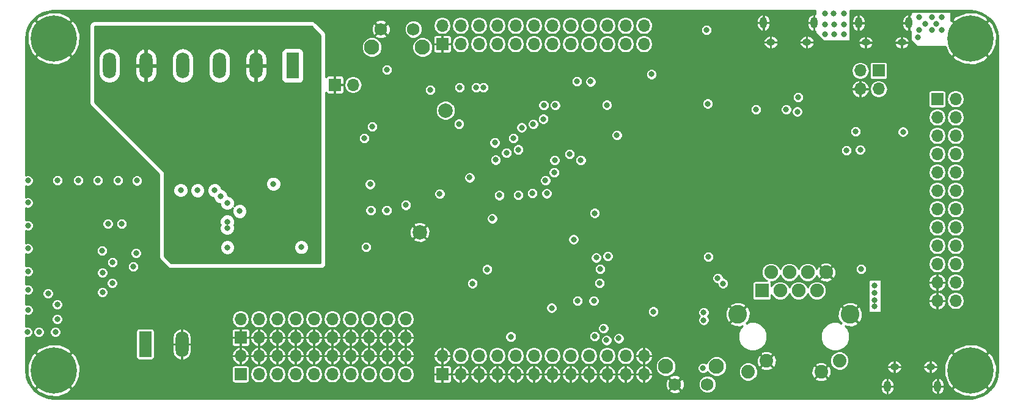
<source format=gbr>
%TF.GenerationSoftware,KiCad,Pcbnew,(5.0.2)-1*%
%TF.CreationDate,2019-05-26T18:44:39-03:00*%
%TF.ProjectId,dragonmanh7,64726167-6f6e-46d6-916e-68372e6b6963,rev?*%
%TF.SameCoordinates,Original*%
%TF.FileFunction,Copper,L2,Inr*%
%TF.FilePolarity,Positive*%
%FSLAX46Y46*%
G04 Gerber Fmt 4.6, Leading zero omitted, Abs format (unit mm)*
G04 Created by KiCad (PCBNEW (5.0.2)-1) date 26/05/2019 18:44:39*
%MOMM*%
%LPD*%
G01*
G04 APERTURE LIST*
%ADD10R,1.800000X3.600000*%
%ADD11O,1.800000X3.600000*%
%ADD12C,2.100000*%
%ADD13C,1.750000*%
%ADD14C,2.000000*%
%ADD15R,1.700000X1.700000*%
%ADD16O,1.700000X1.700000*%
%ADD17O,1.000000X1.550000*%
%ADD18O,1.250000X0.950000*%
%ADD19R,1.900000X1.900000*%
%ADD20C,1.900000*%
%ADD21C,1.890000*%
%ADD22C,2.600000*%
%ADD23C,0.800000*%
%ADD24C,6.400000*%
%ADD25C,0.254000*%
G04 APERTURE END LIST*
D10*
X75681840Y-74591820D03*
D11*
X80761840Y-74591820D03*
D10*
X96105980Y-36019740D03*
D11*
X91025980Y-36019740D03*
X85945980Y-36019740D03*
X80865980Y-36019740D03*
X75785980Y-36019740D03*
X70705980Y-36019740D03*
D12*
X147810940Y-77657160D03*
D13*
X149070940Y-80147160D03*
X153570940Y-80147160D03*
D12*
X154820940Y-77657160D03*
X114101160Y-33457680D03*
D13*
X112841160Y-30967680D03*
X108341160Y-30967680D03*
D12*
X107091160Y-33457680D03*
D14*
X113713260Y-59067700D03*
X117304820Y-42224960D03*
D15*
X116840000Y-33020000D03*
D16*
X116840000Y-30480000D03*
X119380000Y-33020000D03*
X119380000Y-30480000D03*
X121920000Y-33020000D03*
X121920000Y-30480000D03*
X124460000Y-33020000D03*
X124460000Y-30480000D03*
X127000000Y-33020000D03*
X127000000Y-30480000D03*
X129540000Y-33020000D03*
X129540000Y-30480000D03*
X132080000Y-33020000D03*
X132080000Y-30480000D03*
X134620000Y-33020000D03*
X134620000Y-30480000D03*
X137160000Y-33020000D03*
X137160000Y-30480000D03*
X139700000Y-33020000D03*
X139700000Y-30480000D03*
X142240000Y-33020000D03*
X142240000Y-30480000D03*
X144780000Y-33020000D03*
X144780000Y-30480000D03*
D17*
X174503200Y-30091400D03*
X181503200Y-30091400D03*
D18*
X180503200Y-32791400D03*
X175503200Y-32791400D03*
D17*
X185491000Y-80424000D03*
X178491000Y-80424000D03*
D18*
X179491000Y-77724000D03*
X184491000Y-77724000D03*
D17*
X161346000Y-30066000D03*
X168346000Y-30066000D03*
D18*
X167346000Y-32766000D03*
X162346000Y-32766000D03*
D19*
X161112200Y-67170300D03*
D20*
X162382200Y-64630300D03*
X163652200Y-67170300D03*
X164922200Y-64630300D03*
X166192200Y-67170300D03*
X167462200Y-64630300D03*
X168732200Y-67170300D03*
X170002200Y-64630300D03*
D21*
X171882200Y-76890300D03*
X169342200Y-78410300D03*
X161772200Y-76890300D03*
X159232200Y-78410300D03*
D22*
X157782200Y-70460300D03*
X173332200Y-70460300D03*
D15*
X88900000Y-78740000D03*
D16*
X88900000Y-76200000D03*
X91440000Y-78740000D03*
X91440000Y-76200000D03*
X93980000Y-78740000D03*
X93980000Y-76200000D03*
X96520000Y-78740000D03*
X96520000Y-76200000D03*
X99060000Y-78740000D03*
X99060000Y-76200000D03*
X101600000Y-78740000D03*
X101600000Y-76200000D03*
X104140000Y-78740000D03*
X104140000Y-76200000D03*
X106680000Y-78740000D03*
X106680000Y-76200000D03*
X109220000Y-78740000D03*
X109220000Y-76200000D03*
X111760000Y-78740000D03*
X111760000Y-76200000D03*
D15*
X88900000Y-73660000D03*
D16*
X88900000Y-71120000D03*
X91440000Y-73660000D03*
X91440000Y-71120000D03*
X93980000Y-73660000D03*
X93980000Y-71120000D03*
X96520000Y-73660000D03*
X96520000Y-71120000D03*
X99060000Y-73660000D03*
X99060000Y-71120000D03*
X101600000Y-73660000D03*
X101600000Y-71120000D03*
X104140000Y-73660000D03*
X104140000Y-71120000D03*
X106680000Y-73660000D03*
X106680000Y-71120000D03*
X109220000Y-73660000D03*
X109220000Y-71120000D03*
X111760000Y-73660000D03*
X111760000Y-71120000D03*
D15*
X101942900Y-38658800D03*
D16*
X104482900Y-38658800D03*
D15*
X177302160Y-36695380D03*
D16*
X177302160Y-39235380D03*
X174762160Y-36695380D03*
X174762160Y-39235380D03*
D15*
X116840000Y-78740000D03*
D16*
X116840000Y-76200000D03*
X119380000Y-78740000D03*
X119380000Y-76200000D03*
X121920000Y-78740000D03*
X121920000Y-76200000D03*
X124460000Y-78740000D03*
X124460000Y-76200000D03*
X127000000Y-78740000D03*
X127000000Y-76200000D03*
X129540000Y-78740000D03*
X129540000Y-76200000D03*
X132080000Y-78740000D03*
X132080000Y-76200000D03*
X134620000Y-78740000D03*
X134620000Y-76200000D03*
X137160000Y-78740000D03*
X137160000Y-76200000D03*
X139700000Y-78740000D03*
X139700000Y-76200000D03*
X142240000Y-78740000D03*
X142240000Y-76200000D03*
X144780000Y-78740000D03*
X144780000Y-76200000D03*
X187960000Y-68580000D03*
X185420000Y-68580000D03*
X187960000Y-66040000D03*
X185420000Y-66040000D03*
X187960000Y-63500000D03*
X185420000Y-63500000D03*
X187960000Y-60960000D03*
X185420000Y-60960000D03*
X187960000Y-58420000D03*
X185420000Y-58420000D03*
X187960000Y-55880000D03*
X185420000Y-55880000D03*
X187960000Y-53340000D03*
X185420000Y-53340000D03*
X187960000Y-50800000D03*
X185420000Y-50800000D03*
X187960000Y-48260000D03*
X185420000Y-48260000D03*
X187960000Y-45720000D03*
X185420000Y-45720000D03*
X187960000Y-43180000D03*
X185420000Y-43180000D03*
X187960000Y-40640000D03*
D15*
X185420000Y-40640000D03*
D23*
X61294944Y-33955056D03*
X62992000Y-34658000D03*
X64689056Y-33955056D03*
X65392000Y-32258000D03*
X64689056Y-30560944D03*
X62992000Y-29858000D03*
X61294944Y-30560944D03*
X60592000Y-32258000D03*
D24*
X62992000Y-32258000D03*
X62992000Y-78232000D03*
D23*
X65392000Y-78232000D03*
X64689056Y-79929056D03*
X62992000Y-80632000D03*
X61294944Y-79929056D03*
X60592000Y-78232000D03*
X61294944Y-76534944D03*
X62992000Y-75832000D03*
X64689056Y-76534944D03*
X188294944Y-33955056D03*
X189992000Y-34658000D03*
X191689056Y-33955056D03*
X192392000Y-32258000D03*
X191689056Y-30560944D03*
X189992000Y-29858000D03*
X188294944Y-30560944D03*
X187592000Y-32258000D03*
D24*
X189992000Y-32258000D03*
X189992000Y-78232000D03*
D23*
X192392000Y-78232000D03*
X191689056Y-79929056D03*
X189992000Y-80632000D03*
X188294944Y-79929056D03*
X187592000Y-78232000D03*
X188294944Y-76534944D03*
X189992000Y-75832000D03*
X191689056Y-76534944D03*
X146080480Y-70073280D03*
X137967720Y-56436260D03*
X139629611Y-41456185D03*
X106293920Y-61153040D03*
X124741940Y-53964840D03*
X131993640Y-69565520D03*
X109166660Y-36558220D03*
X70520560Y-57914540D03*
X72425560Y-57937400D03*
X71120000Y-66116200D03*
X69761100Y-64693800D03*
X71132700Y-63271400D03*
X69697600Y-61620400D03*
X74422000Y-61976000D03*
X59349000Y-72898000D03*
X59436000Y-67056000D03*
X59436000Y-64516000D03*
X59436000Y-69850000D03*
X63246000Y-72898000D03*
X63497420Y-69085420D03*
X63497420Y-71117420D03*
X60960000Y-72898000D03*
X62230000Y-67564000D03*
X106845098Y-52438300D03*
X137831260Y-68569140D03*
X135582420Y-68582300D03*
X153451560Y-31074360D03*
X111770160Y-55316120D03*
X122547620Y-39024800D03*
X121513360Y-39024800D03*
X119220220Y-39032420D03*
X123766080Y-57190140D03*
X69761100Y-67386200D03*
X115189000Y-39370000D03*
X124124720Y-46682662D03*
X120629440Y-51516040D03*
X174086398Y-45151160D03*
X166030750Y-42384980D03*
X153629360Y-41287700D03*
X180670200Y-45189140D03*
X74549000Y-51943000D03*
X59436000Y-51943000D03*
X59436000Y-58166000D03*
X59436000Y-54991000D03*
X63528100Y-51914900D03*
X69116100Y-51914900D03*
X66392900Y-51914900D03*
X71910100Y-51914900D03*
X59436000Y-61341000D03*
X74018140Y-63847980D03*
X117302280Y-46548040D03*
X135590280Y-53901340D03*
X124035820Y-45587920D03*
X148778200Y-71015860D03*
X148778200Y-73019920D03*
X141183360Y-69319140D03*
X137021094Y-42568970D03*
X141607540Y-39616140D03*
X143809720Y-39601140D03*
X137190480Y-59174620D03*
X119265700Y-54477920D03*
X103359504Y-42679482D03*
X130136900Y-69598540D03*
X181838600Y-64231520D03*
X141043660Y-61882020D03*
X67818000Y-61976000D03*
X67830700Y-67297300D03*
X65405000Y-63982600D03*
X67840620Y-64747380D03*
X66506720Y-65065280D03*
X123451620Y-55694580D03*
X134414260Y-71645780D03*
X135600200Y-70457300D03*
X136624060Y-71513700D03*
X141433360Y-72728900D03*
X150746460Y-65173860D03*
X149563060Y-63200520D03*
X155646120Y-31074360D03*
X160957260Y-39540180D03*
X167640000Y-60764420D03*
X168750692Y-60811968D03*
X110454440Y-48780700D03*
X111749840Y-53022500D03*
X122512060Y-37149800D03*
X121531620Y-37149800D03*
X119204980Y-37157420D03*
X69189600Y-68707000D03*
X66522600Y-64058800D03*
X106849760Y-48378960D03*
X101269800Y-44729400D03*
X104835960Y-41221660D03*
X175921722Y-46134673D03*
X124180600Y-50990500D03*
X109743000Y-42911000D03*
X109093000Y-45085000D03*
X119413020Y-41744900D03*
X128135380Y-62501780D03*
X150749000Y-61386720D03*
X166032180Y-44404280D03*
X192529260Y-57061100D03*
X102943660Y-53533040D03*
X110185200Y-61023500D03*
X155501340Y-41292780D03*
X180710840Y-47155100D03*
X122384820Y-60111640D03*
X102704900Y-57685940D03*
X179120804Y-40259000D03*
X66776600Y-49961800D03*
X69088000Y-55753000D03*
X160416240Y-37721540D03*
X138653520Y-66146680D03*
X121032110Y-66174665D03*
X138709400Y-64160400D03*
X123058389Y-64231059D03*
X137937670Y-73484310D03*
X126329440Y-73553320D03*
X139174913Y-72377796D03*
X135041640Y-60078620D03*
X138176000Y-62611000D03*
X139603480Y-74033380D03*
X141287492Y-73787000D03*
X139776198Y-62382400D03*
X106941620Y-56073040D03*
X109141260Y-56062880D03*
X125737620Y-48107600D03*
X141038580Y-45633640D03*
X153723340Y-62478920D03*
X172819074Y-47751160D03*
X174752000Y-47650400D03*
X160294320Y-42092880D03*
X164495480Y-42097960D03*
X145806160Y-37203380D03*
X166141400Y-40411400D03*
X176735740Y-66438780D03*
X176735740Y-69347080D03*
X176735740Y-67497960D03*
X176735740Y-68473320D03*
X182753000Y-32131000D03*
X184658000Y-31115000D03*
X184658000Y-29337000D03*
X182880000Y-31115000D03*
X182880000Y-29337000D03*
X183769000Y-30226000D03*
X186055000Y-31115000D03*
X186055000Y-29337000D03*
X185293000Y-30226000D03*
X171173140Y-31635700D03*
X172509180Y-31635700D03*
X169857420Y-31658560D03*
X169903140Y-28829000D03*
X172509180Y-28806140D03*
X171084240Y-28829000D03*
X171173140Y-30299660D03*
X172486320Y-30276800D03*
X169857420Y-30276800D03*
X107155979Y-44450000D03*
X106056186Y-46084941D03*
X153055320Y-71264000D03*
X153055320Y-70214000D03*
X155755732Y-66182632D03*
X155013268Y-65440168D03*
X174876460Y-64190880D03*
X130822700Y-43402511D03*
X129443480Y-44127511D03*
X127835660Y-44594780D03*
X126682500Y-46073060D03*
X127370840Y-47645320D03*
X119171720Y-44091860D03*
X116476780Y-53784500D03*
X124218700Y-49055020D03*
X127351370Y-53952990D03*
X129313938Y-53662580D03*
X131307840Y-53710840D03*
X131135120Y-51925220D03*
X132341620Y-50787300D03*
X132417820Y-49095660D03*
X134495540Y-48280320D03*
X136032240Y-49096228D03*
X137388600Y-38227000D03*
X135518740Y-38210376D03*
X132483860Y-41502490D03*
X130900010Y-41471680D03*
X97403920Y-53540660D03*
X84879180Y-57967880D03*
X81922620Y-57937400D03*
X83365340Y-57937400D03*
X89916000Y-61087000D03*
X92146120Y-49425860D03*
X98191320Y-42169080D03*
X85217000Y-51434998D03*
X80645000Y-51435000D03*
X97309940Y-61153040D03*
X93451680Y-52392580D03*
X80601820Y-53266340D03*
X82931240Y-53284360D03*
X85298520Y-53276740D03*
X86144100Y-54122320D03*
X87049360Y-55027580D03*
X87039200Y-57629040D03*
X87039200Y-58497720D03*
X88767920Y-56164480D03*
X87068660Y-61188600D03*
X152976580Y-77896720D03*
D25*
G36*
X168529000Y-28883583D02*
X168513687Y-28879292D01*
X168369000Y-28971073D01*
X168369000Y-30043000D01*
X168389000Y-30043000D01*
X168389000Y-30089000D01*
X168369000Y-30089000D01*
X168369000Y-31160927D01*
X168513687Y-31252708D01*
X168529000Y-31248417D01*
X168529000Y-31496000D01*
X168538667Y-31544601D01*
X168566197Y-31585803D01*
X169582197Y-32601803D01*
X169623399Y-32629333D01*
X169672000Y-32639000D01*
X173228000Y-32639000D01*
X173276601Y-32629333D01*
X173279157Y-32627625D01*
X174466193Y-32627625D01*
X174558283Y-32768400D01*
X175480200Y-32768400D01*
X175480200Y-31889400D01*
X175526200Y-31889400D01*
X175526200Y-32768400D01*
X176448117Y-32768400D01*
X176540207Y-32627625D01*
X179466193Y-32627625D01*
X179558283Y-32768400D01*
X180480200Y-32768400D01*
X180480200Y-31889400D01*
X180526200Y-31889400D01*
X180526200Y-32768400D01*
X181448117Y-32768400D01*
X181540207Y-32627625D01*
X181495341Y-32467469D01*
X181307274Y-32169853D01*
X181019630Y-31966862D01*
X180676200Y-31889400D01*
X180526200Y-31889400D01*
X180480200Y-31889400D01*
X180330200Y-31889400D01*
X179986770Y-31966862D01*
X179699126Y-32169853D01*
X179511059Y-32467469D01*
X179466193Y-32627625D01*
X176540207Y-32627625D01*
X176495341Y-32467469D01*
X176307274Y-32169853D01*
X176019630Y-31966862D01*
X175676200Y-31889400D01*
X175526200Y-31889400D01*
X175480200Y-31889400D01*
X175330200Y-31889400D01*
X174986770Y-31966862D01*
X174699126Y-32169853D01*
X174511059Y-32467469D01*
X174466193Y-32627625D01*
X173279157Y-32627625D01*
X173317803Y-32601803D01*
X173345333Y-32560601D01*
X173355000Y-32512000D01*
X173355000Y-30114400D01*
X173576200Y-30114400D01*
X173576200Y-30389400D01*
X173655565Y-30742397D01*
X173863975Y-31038152D01*
X174169701Y-31231639D01*
X174335513Y-31278108D01*
X174480200Y-31186327D01*
X174480200Y-30114400D01*
X174526200Y-30114400D01*
X174526200Y-31186327D01*
X174670887Y-31278108D01*
X174836699Y-31231639D01*
X175142425Y-31038152D01*
X175350835Y-30742397D01*
X175430200Y-30389400D01*
X175430200Y-30114400D01*
X180576200Y-30114400D01*
X180576200Y-30389400D01*
X180655565Y-30742397D01*
X180863975Y-31038152D01*
X181169701Y-31231639D01*
X181335513Y-31278108D01*
X181480200Y-31186327D01*
X181480200Y-30114400D01*
X180576200Y-30114400D01*
X175430200Y-30114400D01*
X174526200Y-30114400D01*
X174480200Y-30114400D01*
X173576200Y-30114400D01*
X173355000Y-30114400D01*
X173355000Y-29793400D01*
X173576200Y-29793400D01*
X173576200Y-30068400D01*
X174480200Y-30068400D01*
X174480200Y-28996473D01*
X174526200Y-28996473D01*
X174526200Y-30068400D01*
X175430200Y-30068400D01*
X175430200Y-29793400D01*
X180576200Y-29793400D01*
X180576200Y-30068400D01*
X181480200Y-30068400D01*
X181480200Y-28996473D01*
X181526200Y-28996473D01*
X181526200Y-30068400D01*
X181546200Y-30068400D01*
X181546200Y-30114400D01*
X181526200Y-30114400D01*
X181526200Y-31186327D01*
X181670887Y-31278108D01*
X181737000Y-31259580D01*
X181737000Y-32512000D01*
X181746667Y-32560601D01*
X181774197Y-32601803D01*
X182536197Y-33363803D01*
X182577399Y-33391333D01*
X182626000Y-33401000D01*
X186546856Y-33401000D01*
X186850967Y-34209804D01*
X186986748Y-34413014D01*
X187436351Y-34781122D01*
X189959473Y-32258000D01*
X190024527Y-32258000D01*
X192547649Y-34781122D01*
X192997252Y-34413014D01*
X193593179Y-33098913D01*
X193640858Y-31656790D01*
X193133033Y-30306196D01*
X192997252Y-30102986D01*
X192547649Y-29734878D01*
X190024527Y-32258000D01*
X189959473Y-32258000D01*
X187436351Y-29734878D01*
X187325000Y-29826046D01*
X187325000Y-29702351D01*
X187468878Y-29702351D01*
X189992000Y-32225473D01*
X192515122Y-29702351D01*
X192147014Y-29252748D01*
X190832913Y-28656821D01*
X189390790Y-28609142D01*
X188040196Y-29116967D01*
X187836986Y-29252748D01*
X187468878Y-29702351D01*
X187325000Y-29702351D01*
X187325000Y-28702000D01*
X187315333Y-28653399D01*
X187287803Y-28612197D01*
X187246601Y-28584667D01*
X187198000Y-28575000D01*
X186256221Y-28575000D01*
X186210351Y-28556000D01*
X185899649Y-28556000D01*
X185853779Y-28575000D01*
X184859221Y-28575000D01*
X184813351Y-28556000D01*
X184502649Y-28556000D01*
X184456779Y-28575000D01*
X183081221Y-28575000D01*
X183035351Y-28556000D01*
X182724649Y-28556000D01*
X182678779Y-28575000D01*
X181864000Y-28575000D01*
X181815399Y-28584667D01*
X181774197Y-28612197D01*
X181746667Y-28653399D01*
X181737000Y-28702000D01*
X181737000Y-28923220D01*
X181670887Y-28904692D01*
X181526200Y-28996473D01*
X181480200Y-28996473D01*
X181335513Y-28904692D01*
X181169701Y-28951161D01*
X180863975Y-29144648D01*
X180655565Y-29440403D01*
X180576200Y-29793400D01*
X175430200Y-29793400D01*
X175350835Y-29440403D01*
X175142425Y-29144648D01*
X174836699Y-28951161D01*
X174670887Y-28904692D01*
X174526200Y-28996473D01*
X174480200Y-28996473D01*
X174335513Y-28904692D01*
X174169701Y-28951161D01*
X173863975Y-29144648D01*
X173655565Y-29440403D01*
X173576200Y-29793400D01*
X173355000Y-29793400D01*
X173355000Y-28396000D01*
X189970293Y-28396000D01*
X190721898Y-28467709D01*
X191425452Y-28674109D01*
X192077292Y-29009829D01*
X192653882Y-29462747D01*
X193134429Y-30016529D01*
X193501589Y-30651189D01*
X193742111Y-31343824D01*
X193849648Y-32085490D01*
X193854000Y-32263576D01*
X193854001Y-78210282D01*
X193782291Y-78961898D01*
X193575890Y-79665452D01*
X193240172Y-80317290D01*
X192787253Y-80893882D01*
X192233471Y-81374429D01*
X191598814Y-81741588D01*
X190906181Y-81982110D01*
X190164510Y-82089648D01*
X189986424Y-82094000D01*
X63013708Y-82094000D01*
X62262102Y-82022291D01*
X61558548Y-81815890D01*
X60906710Y-81480172D01*
X60330118Y-81027253D01*
X60122201Y-80787649D01*
X60468878Y-80787649D01*
X60836986Y-81237252D01*
X62151087Y-81833179D01*
X63593210Y-81880858D01*
X64943804Y-81373033D01*
X65147014Y-81237252D01*
X65319584Y-81026476D01*
X148224151Y-81026476D01*
X148309375Y-81234495D01*
X148783450Y-81443165D01*
X149301293Y-81454530D01*
X149784068Y-81266860D01*
X149832505Y-81234495D01*
X149917729Y-81026476D01*
X149070940Y-80179687D01*
X148224151Y-81026476D01*
X65319584Y-81026476D01*
X65515122Y-80787649D01*
X62992000Y-78264527D01*
X60468878Y-80787649D01*
X60122201Y-80787649D01*
X59849571Y-80473471D01*
X59482412Y-79838814D01*
X59241890Y-79146181D01*
X59196512Y-78833210D01*
X59343142Y-78833210D01*
X59850967Y-80183804D01*
X59986748Y-80387014D01*
X60436351Y-80755122D01*
X62959473Y-78232000D01*
X63024527Y-78232000D01*
X65547649Y-80755122D01*
X65997252Y-80387014D01*
X66001560Y-80377513D01*
X147763570Y-80377513D01*
X147951240Y-80860288D01*
X147983605Y-80908725D01*
X148191624Y-80993949D01*
X149038413Y-80147160D01*
X149103467Y-80147160D01*
X149950256Y-80993949D01*
X150158275Y-80908725D01*
X150366945Y-80434650D01*
X150378310Y-79916807D01*
X150370738Y-79897326D01*
X152314940Y-79897326D01*
X152314940Y-80396994D01*
X152506155Y-80858627D01*
X152859473Y-81211945D01*
X153321106Y-81403160D01*
X153820774Y-81403160D01*
X154282407Y-81211945D01*
X154635725Y-80858627D01*
X154806226Y-80447000D01*
X177564000Y-80447000D01*
X177564000Y-80722000D01*
X177643365Y-81074997D01*
X177851775Y-81370752D01*
X178157501Y-81564239D01*
X178323313Y-81610708D01*
X178468000Y-81518927D01*
X178468000Y-80447000D01*
X178514000Y-80447000D01*
X178514000Y-81518927D01*
X178658687Y-81610708D01*
X178824499Y-81564239D01*
X179130225Y-81370752D01*
X179338635Y-81074997D01*
X179418000Y-80722000D01*
X179418000Y-80447000D01*
X184564000Y-80447000D01*
X184564000Y-80722000D01*
X184643365Y-81074997D01*
X184851775Y-81370752D01*
X185157501Y-81564239D01*
X185323313Y-81610708D01*
X185468000Y-81518927D01*
X185468000Y-80447000D01*
X185514000Y-80447000D01*
X185514000Y-81518927D01*
X185658687Y-81610708D01*
X185824499Y-81564239D01*
X186130225Y-81370752D01*
X186338635Y-81074997D01*
X186403240Y-80787649D01*
X187468878Y-80787649D01*
X187836986Y-81237252D01*
X189151087Y-81833179D01*
X190593210Y-81880858D01*
X191943804Y-81373033D01*
X192147014Y-81237252D01*
X192515122Y-80787649D01*
X189992000Y-78264527D01*
X187468878Y-80787649D01*
X186403240Y-80787649D01*
X186418000Y-80722000D01*
X186418000Y-80447000D01*
X185514000Y-80447000D01*
X185468000Y-80447000D01*
X184564000Y-80447000D01*
X179418000Y-80447000D01*
X178514000Y-80447000D01*
X178468000Y-80447000D01*
X177564000Y-80447000D01*
X154806226Y-80447000D01*
X154826940Y-80396994D01*
X154826940Y-80126000D01*
X177564000Y-80126000D01*
X177564000Y-80401000D01*
X178468000Y-80401000D01*
X178468000Y-79329073D01*
X178514000Y-79329073D01*
X178514000Y-80401000D01*
X179418000Y-80401000D01*
X179418000Y-80126000D01*
X184564000Y-80126000D01*
X184564000Y-80401000D01*
X185468000Y-80401000D01*
X185468000Y-79329073D01*
X185514000Y-79329073D01*
X185514000Y-80401000D01*
X186418000Y-80401000D01*
X186418000Y-80126000D01*
X186338635Y-79773003D01*
X186130225Y-79477248D01*
X185824499Y-79283761D01*
X185658687Y-79237292D01*
X185514000Y-79329073D01*
X185468000Y-79329073D01*
X185323313Y-79237292D01*
X185157501Y-79283761D01*
X184851775Y-79477248D01*
X184643365Y-79773003D01*
X184564000Y-80126000D01*
X179418000Y-80126000D01*
X179338635Y-79773003D01*
X179130225Y-79477248D01*
X178824499Y-79283761D01*
X178658687Y-79237292D01*
X178514000Y-79329073D01*
X178468000Y-79329073D01*
X178323313Y-79237292D01*
X178157501Y-79283761D01*
X177851775Y-79477248D01*
X177643365Y-79773003D01*
X177564000Y-80126000D01*
X154826940Y-80126000D01*
X154826940Y-79897326D01*
X154635725Y-79435693D01*
X154282407Y-79082375D01*
X153820774Y-78891160D01*
X153321106Y-78891160D01*
X152859473Y-79082375D01*
X152506155Y-79435693D01*
X152314940Y-79897326D01*
X150370738Y-79897326D01*
X150190640Y-79434032D01*
X150158275Y-79385595D01*
X149950256Y-79300371D01*
X149103467Y-80147160D01*
X149038413Y-80147160D01*
X148191624Y-79300371D01*
X147983605Y-79385595D01*
X147774935Y-79859670D01*
X147763570Y-80377513D01*
X66001560Y-80377513D01*
X66593179Y-79072913D01*
X66632288Y-77890000D01*
X87661536Y-77890000D01*
X87661536Y-79590000D01*
X87691106Y-79738659D01*
X87775314Y-79864686D01*
X87901341Y-79948894D01*
X88050000Y-79978464D01*
X89750000Y-79978464D01*
X89898659Y-79948894D01*
X90024686Y-79864686D01*
X90108894Y-79738659D01*
X90138464Y-79590000D01*
X90138464Y-78740000D01*
X90184884Y-78740000D01*
X90280424Y-79220312D01*
X90552499Y-79627501D01*
X90959688Y-79899576D01*
X91318761Y-79971000D01*
X91561239Y-79971000D01*
X91920312Y-79899576D01*
X92327501Y-79627501D01*
X92599576Y-79220312D01*
X92695116Y-78740000D01*
X92724884Y-78740000D01*
X92820424Y-79220312D01*
X93092499Y-79627501D01*
X93499688Y-79899576D01*
X93858761Y-79971000D01*
X94101239Y-79971000D01*
X94460312Y-79899576D01*
X94867501Y-79627501D01*
X95139576Y-79220312D01*
X95235116Y-78740000D01*
X95264884Y-78740000D01*
X95360424Y-79220312D01*
X95632499Y-79627501D01*
X96039688Y-79899576D01*
X96398761Y-79971000D01*
X96641239Y-79971000D01*
X97000312Y-79899576D01*
X97407501Y-79627501D01*
X97679576Y-79220312D01*
X97775116Y-78740000D01*
X97804884Y-78740000D01*
X97900424Y-79220312D01*
X98172499Y-79627501D01*
X98579688Y-79899576D01*
X98938761Y-79971000D01*
X99181239Y-79971000D01*
X99540312Y-79899576D01*
X99947501Y-79627501D01*
X100219576Y-79220312D01*
X100315116Y-78740000D01*
X100344884Y-78740000D01*
X100440424Y-79220312D01*
X100712499Y-79627501D01*
X101119688Y-79899576D01*
X101478761Y-79971000D01*
X101721239Y-79971000D01*
X102080312Y-79899576D01*
X102487501Y-79627501D01*
X102759576Y-79220312D01*
X102855116Y-78740000D01*
X102884884Y-78740000D01*
X102980424Y-79220312D01*
X103252499Y-79627501D01*
X103659688Y-79899576D01*
X104018761Y-79971000D01*
X104261239Y-79971000D01*
X104620312Y-79899576D01*
X105027501Y-79627501D01*
X105299576Y-79220312D01*
X105395116Y-78740000D01*
X105424884Y-78740000D01*
X105520424Y-79220312D01*
X105792499Y-79627501D01*
X106199688Y-79899576D01*
X106558761Y-79971000D01*
X106801239Y-79971000D01*
X107160312Y-79899576D01*
X107567501Y-79627501D01*
X107839576Y-79220312D01*
X107935116Y-78740000D01*
X107964884Y-78740000D01*
X108060424Y-79220312D01*
X108332499Y-79627501D01*
X108739688Y-79899576D01*
X109098761Y-79971000D01*
X109341239Y-79971000D01*
X109700312Y-79899576D01*
X110107501Y-79627501D01*
X110379576Y-79220312D01*
X110475116Y-78740000D01*
X110504884Y-78740000D01*
X110600424Y-79220312D01*
X110872499Y-79627501D01*
X111279688Y-79899576D01*
X111638761Y-79971000D01*
X111881239Y-79971000D01*
X112240312Y-79899576D01*
X112647501Y-79627501D01*
X112919576Y-79220312D01*
X112989307Y-78869750D01*
X115563000Y-78869750D01*
X115563000Y-79674935D01*
X115628007Y-79831876D01*
X115748124Y-79951993D01*
X115905064Y-80017000D01*
X116710250Y-80017000D01*
X116817000Y-79910250D01*
X116817000Y-78763000D01*
X116863000Y-78763000D01*
X116863000Y-79910250D01*
X116969750Y-80017000D01*
X117774936Y-80017000D01*
X117931876Y-79951993D01*
X118051993Y-79831876D01*
X118117000Y-79674935D01*
X118117000Y-78962452D01*
X118122522Y-78962452D01*
X118303371Y-79426735D01*
X118648127Y-79786468D01*
X119104303Y-79986886D01*
X119157549Y-79997476D01*
X119357000Y-79910024D01*
X119357000Y-78763000D01*
X119403000Y-78763000D01*
X119403000Y-79910024D01*
X119602451Y-79997476D01*
X119655697Y-79986886D01*
X120111873Y-79786468D01*
X120456629Y-79426735D01*
X120637478Y-78962452D01*
X120662522Y-78962452D01*
X120843371Y-79426735D01*
X121188127Y-79786468D01*
X121644303Y-79986886D01*
X121697549Y-79997476D01*
X121897000Y-79910024D01*
X121897000Y-78763000D01*
X121943000Y-78763000D01*
X121943000Y-79910024D01*
X122142451Y-79997476D01*
X122195697Y-79986886D01*
X122651873Y-79786468D01*
X122996629Y-79426735D01*
X123177478Y-78962452D01*
X123202522Y-78962452D01*
X123383371Y-79426735D01*
X123728127Y-79786468D01*
X124184303Y-79986886D01*
X124237549Y-79997476D01*
X124437000Y-79910024D01*
X124437000Y-78763000D01*
X124483000Y-78763000D01*
X124483000Y-79910024D01*
X124682451Y-79997476D01*
X124735697Y-79986886D01*
X125191873Y-79786468D01*
X125536629Y-79426735D01*
X125717478Y-78962452D01*
X125742522Y-78962452D01*
X125923371Y-79426735D01*
X126268127Y-79786468D01*
X126724303Y-79986886D01*
X126777549Y-79997476D01*
X126977000Y-79910024D01*
X126977000Y-78763000D01*
X127023000Y-78763000D01*
X127023000Y-79910024D01*
X127222451Y-79997476D01*
X127275697Y-79986886D01*
X127731873Y-79786468D01*
X128076629Y-79426735D01*
X128257478Y-78962452D01*
X128282522Y-78962452D01*
X128463371Y-79426735D01*
X128808127Y-79786468D01*
X129264303Y-79986886D01*
X129317549Y-79997476D01*
X129517000Y-79910024D01*
X129517000Y-78763000D01*
X129563000Y-78763000D01*
X129563000Y-79910024D01*
X129762451Y-79997476D01*
X129815697Y-79986886D01*
X130271873Y-79786468D01*
X130616629Y-79426735D01*
X130797478Y-78962452D01*
X130822522Y-78962452D01*
X131003371Y-79426735D01*
X131348127Y-79786468D01*
X131804303Y-79986886D01*
X131857549Y-79997476D01*
X132057000Y-79910024D01*
X132057000Y-78763000D01*
X132103000Y-78763000D01*
X132103000Y-79910024D01*
X132302451Y-79997476D01*
X132355697Y-79986886D01*
X132811873Y-79786468D01*
X133156629Y-79426735D01*
X133337478Y-78962452D01*
X133362522Y-78962452D01*
X133543371Y-79426735D01*
X133888127Y-79786468D01*
X134344303Y-79986886D01*
X134397549Y-79997476D01*
X134597000Y-79910024D01*
X134597000Y-78763000D01*
X134643000Y-78763000D01*
X134643000Y-79910024D01*
X134842451Y-79997476D01*
X134895697Y-79986886D01*
X135351873Y-79786468D01*
X135696629Y-79426735D01*
X135877478Y-78962452D01*
X135902522Y-78962452D01*
X136083371Y-79426735D01*
X136428127Y-79786468D01*
X136884303Y-79986886D01*
X136937549Y-79997476D01*
X137137000Y-79910024D01*
X137137000Y-78763000D01*
X137183000Y-78763000D01*
X137183000Y-79910024D01*
X137382451Y-79997476D01*
X137435697Y-79986886D01*
X137891873Y-79786468D01*
X138236629Y-79426735D01*
X138417478Y-78962452D01*
X138442522Y-78962452D01*
X138623371Y-79426735D01*
X138968127Y-79786468D01*
X139424303Y-79986886D01*
X139477549Y-79997476D01*
X139677000Y-79910024D01*
X139677000Y-78763000D01*
X139723000Y-78763000D01*
X139723000Y-79910024D01*
X139922451Y-79997476D01*
X139975697Y-79986886D01*
X140431873Y-79786468D01*
X140776629Y-79426735D01*
X140957478Y-78962452D01*
X140982522Y-78962452D01*
X141163371Y-79426735D01*
X141508127Y-79786468D01*
X141964303Y-79986886D01*
X142017549Y-79997476D01*
X142217000Y-79910024D01*
X142217000Y-78763000D01*
X142263000Y-78763000D01*
X142263000Y-79910024D01*
X142462451Y-79997476D01*
X142515697Y-79986886D01*
X142971873Y-79786468D01*
X143316629Y-79426735D01*
X143497478Y-78962452D01*
X143522522Y-78962452D01*
X143703371Y-79426735D01*
X144048127Y-79786468D01*
X144504303Y-79986886D01*
X144557549Y-79997476D01*
X144757000Y-79910024D01*
X144757000Y-78763000D01*
X144803000Y-78763000D01*
X144803000Y-79910024D01*
X145002451Y-79997476D01*
X145055697Y-79986886D01*
X145511873Y-79786468D01*
X145856629Y-79426735D01*
X145918520Y-79267844D01*
X148224151Y-79267844D01*
X149070940Y-80114633D01*
X149917729Y-79267844D01*
X149832505Y-79059825D01*
X149358430Y-78851155D01*
X148840587Y-78839790D01*
X148357812Y-79027460D01*
X148309375Y-79059825D01*
X148224151Y-79267844D01*
X145918520Y-79267844D01*
X146037478Y-78962452D01*
X145950045Y-78763000D01*
X144803000Y-78763000D01*
X144757000Y-78763000D01*
X143609955Y-78763000D01*
X143522522Y-78962452D01*
X143497478Y-78962452D01*
X143410045Y-78763000D01*
X142263000Y-78763000D01*
X142217000Y-78763000D01*
X141069955Y-78763000D01*
X140982522Y-78962452D01*
X140957478Y-78962452D01*
X140870045Y-78763000D01*
X139723000Y-78763000D01*
X139677000Y-78763000D01*
X138529955Y-78763000D01*
X138442522Y-78962452D01*
X138417478Y-78962452D01*
X138330045Y-78763000D01*
X137183000Y-78763000D01*
X137137000Y-78763000D01*
X135989955Y-78763000D01*
X135902522Y-78962452D01*
X135877478Y-78962452D01*
X135790045Y-78763000D01*
X134643000Y-78763000D01*
X134597000Y-78763000D01*
X133449955Y-78763000D01*
X133362522Y-78962452D01*
X133337478Y-78962452D01*
X133250045Y-78763000D01*
X132103000Y-78763000D01*
X132057000Y-78763000D01*
X130909955Y-78763000D01*
X130822522Y-78962452D01*
X130797478Y-78962452D01*
X130710045Y-78763000D01*
X129563000Y-78763000D01*
X129517000Y-78763000D01*
X128369955Y-78763000D01*
X128282522Y-78962452D01*
X128257478Y-78962452D01*
X128170045Y-78763000D01*
X127023000Y-78763000D01*
X126977000Y-78763000D01*
X125829955Y-78763000D01*
X125742522Y-78962452D01*
X125717478Y-78962452D01*
X125630045Y-78763000D01*
X124483000Y-78763000D01*
X124437000Y-78763000D01*
X123289955Y-78763000D01*
X123202522Y-78962452D01*
X123177478Y-78962452D01*
X123090045Y-78763000D01*
X121943000Y-78763000D01*
X121897000Y-78763000D01*
X120749955Y-78763000D01*
X120662522Y-78962452D01*
X120637478Y-78962452D01*
X120550045Y-78763000D01*
X119403000Y-78763000D01*
X119357000Y-78763000D01*
X118209955Y-78763000D01*
X118122522Y-78962452D01*
X118117000Y-78962452D01*
X118117000Y-78869750D01*
X118010250Y-78763000D01*
X116863000Y-78763000D01*
X116817000Y-78763000D01*
X115669750Y-78763000D01*
X115563000Y-78869750D01*
X112989307Y-78869750D01*
X113015116Y-78740000D01*
X112919576Y-78259688D01*
X112647501Y-77852499D01*
X112576512Y-77805065D01*
X115563000Y-77805065D01*
X115563000Y-78610250D01*
X115669750Y-78717000D01*
X116817000Y-78717000D01*
X116817000Y-77569750D01*
X116863000Y-77569750D01*
X116863000Y-78717000D01*
X118010250Y-78717000D01*
X118117000Y-78610250D01*
X118117000Y-78517548D01*
X118122522Y-78517548D01*
X118209955Y-78717000D01*
X119357000Y-78717000D01*
X119357000Y-77569976D01*
X119403000Y-77569976D01*
X119403000Y-78717000D01*
X120550045Y-78717000D01*
X120637478Y-78517548D01*
X120662522Y-78517548D01*
X120749955Y-78717000D01*
X121897000Y-78717000D01*
X121897000Y-77569976D01*
X121943000Y-77569976D01*
X121943000Y-78717000D01*
X123090045Y-78717000D01*
X123177478Y-78517548D01*
X123202522Y-78517548D01*
X123289955Y-78717000D01*
X124437000Y-78717000D01*
X124437000Y-77569976D01*
X124483000Y-77569976D01*
X124483000Y-78717000D01*
X125630045Y-78717000D01*
X125717478Y-78517548D01*
X125742522Y-78517548D01*
X125829955Y-78717000D01*
X126977000Y-78717000D01*
X126977000Y-77569976D01*
X127023000Y-77569976D01*
X127023000Y-78717000D01*
X128170045Y-78717000D01*
X128257478Y-78517548D01*
X128282522Y-78517548D01*
X128369955Y-78717000D01*
X129517000Y-78717000D01*
X129517000Y-77569976D01*
X129563000Y-77569976D01*
X129563000Y-78717000D01*
X130710045Y-78717000D01*
X130797478Y-78517548D01*
X130822522Y-78517548D01*
X130909955Y-78717000D01*
X132057000Y-78717000D01*
X132057000Y-77569976D01*
X132103000Y-77569976D01*
X132103000Y-78717000D01*
X133250045Y-78717000D01*
X133337478Y-78517548D01*
X133362522Y-78517548D01*
X133449955Y-78717000D01*
X134597000Y-78717000D01*
X134597000Y-77569976D01*
X134643000Y-77569976D01*
X134643000Y-78717000D01*
X135790045Y-78717000D01*
X135877478Y-78517548D01*
X135902522Y-78517548D01*
X135989955Y-78717000D01*
X137137000Y-78717000D01*
X137137000Y-77569976D01*
X137183000Y-77569976D01*
X137183000Y-78717000D01*
X138330045Y-78717000D01*
X138417478Y-78517548D01*
X138442522Y-78517548D01*
X138529955Y-78717000D01*
X139677000Y-78717000D01*
X139677000Y-77569976D01*
X139723000Y-77569976D01*
X139723000Y-78717000D01*
X140870045Y-78717000D01*
X140957478Y-78517548D01*
X140982522Y-78517548D01*
X141069955Y-78717000D01*
X142217000Y-78717000D01*
X142217000Y-77569976D01*
X142263000Y-77569976D01*
X142263000Y-78717000D01*
X143410045Y-78717000D01*
X143497478Y-78517548D01*
X143522522Y-78517548D01*
X143609955Y-78717000D01*
X144757000Y-78717000D01*
X144757000Y-77569976D01*
X144803000Y-77569976D01*
X144803000Y-78717000D01*
X145950045Y-78717000D01*
X146037478Y-78517548D01*
X145856629Y-78053265D01*
X145511873Y-77693532D01*
X145055697Y-77493114D01*
X145002451Y-77482524D01*
X144803000Y-77569976D01*
X144757000Y-77569976D01*
X144557549Y-77482524D01*
X144504303Y-77493114D01*
X144048127Y-77693532D01*
X143703371Y-78053265D01*
X143522522Y-78517548D01*
X143497478Y-78517548D01*
X143316629Y-78053265D01*
X142971873Y-77693532D01*
X142515697Y-77493114D01*
X142462451Y-77482524D01*
X142263000Y-77569976D01*
X142217000Y-77569976D01*
X142017549Y-77482524D01*
X141964303Y-77493114D01*
X141508127Y-77693532D01*
X141163371Y-78053265D01*
X140982522Y-78517548D01*
X140957478Y-78517548D01*
X140776629Y-78053265D01*
X140431873Y-77693532D01*
X139975697Y-77493114D01*
X139922451Y-77482524D01*
X139723000Y-77569976D01*
X139677000Y-77569976D01*
X139477549Y-77482524D01*
X139424303Y-77493114D01*
X138968127Y-77693532D01*
X138623371Y-78053265D01*
X138442522Y-78517548D01*
X138417478Y-78517548D01*
X138236629Y-78053265D01*
X137891873Y-77693532D01*
X137435697Y-77493114D01*
X137382451Y-77482524D01*
X137183000Y-77569976D01*
X137137000Y-77569976D01*
X136937549Y-77482524D01*
X136884303Y-77493114D01*
X136428127Y-77693532D01*
X136083371Y-78053265D01*
X135902522Y-78517548D01*
X135877478Y-78517548D01*
X135696629Y-78053265D01*
X135351873Y-77693532D01*
X134895697Y-77493114D01*
X134842451Y-77482524D01*
X134643000Y-77569976D01*
X134597000Y-77569976D01*
X134397549Y-77482524D01*
X134344303Y-77493114D01*
X133888127Y-77693532D01*
X133543371Y-78053265D01*
X133362522Y-78517548D01*
X133337478Y-78517548D01*
X133156629Y-78053265D01*
X132811873Y-77693532D01*
X132355697Y-77493114D01*
X132302451Y-77482524D01*
X132103000Y-77569976D01*
X132057000Y-77569976D01*
X131857549Y-77482524D01*
X131804303Y-77493114D01*
X131348127Y-77693532D01*
X131003371Y-78053265D01*
X130822522Y-78517548D01*
X130797478Y-78517548D01*
X130616629Y-78053265D01*
X130271873Y-77693532D01*
X129815697Y-77493114D01*
X129762451Y-77482524D01*
X129563000Y-77569976D01*
X129517000Y-77569976D01*
X129317549Y-77482524D01*
X129264303Y-77493114D01*
X128808127Y-77693532D01*
X128463371Y-78053265D01*
X128282522Y-78517548D01*
X128257478Y-78517548D01*
X128076629Y-78053265D01*
X127731873Y-77693532D01*
X127275697Y-77493114D01*
X127222451Y-77482524D01*
X127023000Y-77569976D01*
X126977000Y-77569976D01*
X126777549Y-77482524D01*
X126724303Y-77493114D01*
X126268127Y-77693532D01*
X125923371Y-78053265D01*
X125742522Y-78517548D01*
X125717478Y-78517548D01*
X125536629Y-78053265D01*
X125191873Y-77693532D01*
X124735697Y-77493114D01*
X124682451Y-77482524D01*
X124483000Y-77569976D01*
X124437000Y-77569976D01*
X124237549Y-77482524D01*
X124184303Y-77493114D01*
X123728127Y-77693532D01*
X123383371Y-78053265D01*
X123202522Y-78517548D01*
X123177478Y-78517548D01*
X122996629Y-78053265D01*
X122651873Y-77693532D01*
X122195697Y-77493114D01*
X122142451Y-77482524D01*
X121943000Y-77569976D01*
X121897000Y-77569976D01*
X121697549Y-77482524D01*
X121644303Y-77493114D01*
X121188127Y-77693532D01*
X120843371Y-78053265D01*
X120662522Y-78517548D01*
X120637478Y-78517548D01*
X120456629Y-78053265D01*
X120111873Y-77693532D01*
X119655697Y-77493114D01*
X119602451Y-77482524D01*
X119403000Y-77569976D01*
X119357000Y-77569976D01*
X119157549Y-77482524D01*
X119104303Y-77493114D01*
X118648127Y-77693532D01*
X118303371Y-78053265D01*
X118122522Y-78517548D01*
X118117000Y-78517548D01*
X118117000Y-77805065D01*
X118051993Y-77648124D01*
X117931876Y-77528007D01*
X117774936Y-77463000D01*
X116969750Y-77463000D01*
X116863000Y-77569750D01*
X116817000Y-77569750D01*
X116710250Y-77463000D01*
X115905064Y-77463000D01*
X115748124Y-77528007D01*
X115628007Y-77648124D01*
X115563000Y-77805065D01*
X112576512Y-77805065D01*
X112240312Y-77580424D01*
X111881239Y-77509000D01*
X111638761Y-77509000D01*
X111279688Y-77580424D01*
X110872499Y-77852499D01*
X110600424Y-78259688D01*
X110504884Y-78740000D01*
X110475116Y-78740000D01*
X110379576Y-78259688D01*
X110107501Y-77852499D01*
X109700312Y-77580424D01*
X109341239Y-77509000D01*
X109098761Y-77509000D01*
X108739688Y-77580424D01*
X108332499Y-77852499D01*
X108060424Y-78259688D01*
X107964884Y-78740000D01*
X107935116Y-78740000D01*
X107839576Y-78259688D01*
X107567501Y-77852499D01*
X107160312Y-77580424D01*
X106801239Y-77509000D01*
X106558761Y-77509000D01*
X106199688Y-77580424D01*
X105792499Y-77852499D01*
X105520424Y-78259688D01*
X105424884Y-78740000D01*
X105395116Y-78740000D01*
X105299576Y-78259688D01*
X105027501Y-77852499D01*
X104620312Y-77580424D01*
X104261239Y-77509000D01*
X104018761Y-77509000D01*
X103659688Y-77580424D01*
X103252499Y-77852499D01*
X102980424Y-78259688D01*
X102884884Y-78740000D01*
X102855116Y-78740000D01*
X102759576Y-78259688D01*
X102487501Y-77852499D01*
X102080312Y-77580424D01*
X101721239Y-77509000D01*
X101478761Y-77509000D01*
X101119688Y-77580424D01*
X100712499Y-77852499D01*
X100440424Y-78259688D01*
X100344884Y-78740000D01*
X100315116Y-78740000D01*
X100219576Y-78259688D01*
X99947501Y-77852499D01*
X99540312Y-77580424D01*
X99181239Y-77509000D01*
X98938761Y-77509000D01*
X98579688Y-77580424D01*
X98172499Y-77852499D01*
X97900424Y-78259688D01*
X97804884Y-78740000D01*
X97775116Y-78740000D01*
X97679576Y-78259688D01*
X97407501Y-77852499D01*
X97000312Y-77580424D01*
X96641239Y-77509000D01*
X96398761Y-77509000D01*
X96039688Y-77580424D01*
X95632499Y-77852499D01*
X95360424Y-78259688D01*
X95264884Y-78740000D01*
X95235116Y-78740000D01*
X95139576Y-78259688D01*
X94867501Y-77852499D01*
X94460312Y-77580424D01*
X94101239Y-77509000D01*
X93858761Y-77509000D01*
X93499688Y-77580424D01*
X93092499Y-77852499D01*
X92820424Y-78259688D01*
X92724884Y-78740000D01*
X92695116Y-78740000D01*
X92599576Y-78259688D01*
X92327501Y-77852499D01*
X91920312Y-77580424D01*
X91561239Y-77509000D01*
X91318761Y-77509000D01*
X90959688Y-77580424D01*
X90552499Y-77852499D01*
X90280424Y-78259688D01*
X90184884Y-78740000D01*
X90138464Y-78740000D01*
X90138464Y-77890000D01*
X90108894Y-77741341D01*
X90024686Y-77615314D01*
X89898659Y-77531106D01*
X89750000Y-77501536D01*
X88050000Y-77501536D01*
X87901341Y-77531106D01*
X87775314Y-77615314D01*
X87691106Y-77741341D01*
X87661536Y-77890000D01*
X66632288Y-77890000D01*
X66640858Y-77630790D01*
X66133033Y-76280196D01*
X65997252Y-76076986D01*
X65547649Y-75708878D01*
X63024527Y-78232000D01*
X62959473Y-78232000D01*
X60436351Y-75708878D01*
X59986748Y-76076986D01*
X59390821Y-77391087D01*
X59343142Y-78833210D01*
X59196512Y-78833210D01*
X59134352Y-78404510D01*
X59130000Y-78226424D01*
X59130000Y-75676351D01*
X60468878Y-75676351D01*
X62992000Y-78199473D01*
X65515122Y-75676351D01*
X65147014Y-75226748D01*
X63832913Y-74630821D01*
X62390790Y-74583142D01*
X61040196Y-75090967D01*
X60836986Y-75226748D01*
X60468878Y-75676351D01*
X59130000Y-75676351D01*
X59130000Y-73652636D01*
X59193649Y-73679000D01*
X59504351Y-73679000D01*
X59791401Y-73560100D01*
X60011100Y-73340401D01*
X60130000Y-73053351D01*
X60130000Y-72742649D01*
X60179000Y-72742649D01*
X60179000Y-73053351D01*
X60297900Y-73340401D01*
X60517599Y-73560100D01*
X60804649Y-73679000D01*
X61115351Y-73679000D01*
X61402401Y-73560100D01*
X61622100Y-73340401D01*
X61741000Y-73053351D01*
X61741000Y-72742649D01*
X62465000Y-72742649D01*
X62465000Y-73053351D01*
X62583900Y-73340401D01*
X62803599Y-73560100D01*
X63090649Y-73679000D01*
X63401351Y-73679000D01*
X63688401Y-73560100D01*
X63908100Y-73340401D01*
X64027000Y-73053351D01*
X64027000Y-72791820D01*
X74393376Y-72791820D01*
X74393376Y-76391820D01*
X74422946Y-76540479D01*
X74507154Y-76666506D01*
X74633181Y-76750714D01*
X74781840Y-76780284D01*
X76581840Y-76780284D01*
X76730499Y-76750714D01*
X76856526Y-76666506D01*
X76940734Y-76540479D01*
X76970304Y-76391820D01*
X76970304Y-74614820D01*
X79434840Y-74614820D01*
X79434840Y-75514820D01*
X79544654Y-76020890D01*
X79839773Y-76446414D01*
X80275268Y-76726610D01*
X80531566Y-76798688D01*
X80738840Y-76711853D01*
X80738840Y-74614820D01*
X80784840Y-74614820D01*
X80784840Y-76711853D01*
X80992114Y-76798688D01*
X81248412Y-76726610D01*
X81683907Y-76446414D01*
X81700525Y-76422452D01*
X87642522Y-76422452D01*
X87823371Y-76886735D01*
X88168127Y-77246468D01*
X88624303Y-77446886D01*
X88677549Y-77457476D01*
X88877000Y-77370024D01*
X88877000Y-76223000D01*
X88923000Y-76223000D01*
X88923000Y-77370024D01*
X89122451Y-77457476D01*
X89175697Y-77446886D01*
X89631873Y-77246468D01*
X89976629Y-76886735D01*
X90157478Y-76422452D01*
X90182522Y-76422452D01*
X90363371Y-76886735D01*
X90708127Y-77246468D01*
X91164303Y-77446886D01*
X91217549Y-77457476D01*
X91417000Y-77370024D01*
X91417000Y-76223000D01*
X91463000Y-76223000D01*
X91463000Y-77370024D01*
X91662451Y-77457476D01*
X91715697Y-77446886D01*
X92171873Y-77246468D01*
X92516629Y-76886735D01*
X92697478Y-76422452D01*
X92722522Y-76422452D01*
X92903371Y-76886735D01*
X93248127Y-77246468D01*
X93704303Y-77446886D01*
X93757549Y-77457476D01*
X93957000Y-77370024D01*
X93957000Y-76223000D01*
X94003000Y-76223000D01*
X94003000Y-77370024D01*
X94202451Y-77457476D01*
X94255697Y-77446886D01*
X94711873Y-77246468D01*
X95056629Y-76886735D01*
X95237478Y-76422452D01*
X95262522Y-76422452D01*
X95443371Y-76886735D01*
X95788127Y-77246468D01*
X96244303Y-77446886D01*
X96297549Y-77457476D01*
X96497000Y-77370024D01*
X96497000Y-76223000D01*
X96543000Y-76223000D01*
X96543000Y-77370024D01*
X96742451Y-77457476D01*
X96795697Y-77446886D01*
X97251873Y-77246468D01*
X97596629Y-76886735D01*
X97777478Y-76422452D01*
X97802522Y-76422452D01*
X97983371Y-76886735D01*
X98328127Y-77246468D01*
X98784303Y-77446886D01*
X98837549Y-77457476D01*
X99037000Y-77370024D01*
X99037000Y-76223000D01*
X99083000Y-76223000D01*
X99083000Y-77370024D01*
X99282451Y-77457476D01*
X99335697Y-77446886D01*
X99791873Y-77246468D01*
X100136629Y-76886735D01*
X100317478Y-76422452D01*
X100342522Y-76422452D01*
X100523371Y-76886735D01*
X100868127Y-77246468D01*
X101324303Y-77446886D01*
X101377549Y-77457476D01*
X101577000Y-77370024D01*
X101577000Y-76223000D01*
X101623000Y-76223000D01*
X101623000Y-77370024D01*
X101822451Y-77457476D01*
X101875697Y-77446886D01*
X102331873Y-77246468D01*
X102676629Y-76886735D01*
X102857478Y-76422452D01*
X102882522Y-76422452D01*
X103063371Y-76886735D01*
X103408127Y-77246468D01*
X103864303Y-77446886D01*
X103917549Y-77457476D01*
X104117000Y-77370024D01*
X104117000Y-76223000D01*
X104163000Y-76223000D01*
X104163000Y-77370024D01*
X104362451Y-77457476D01*
X104415697Y-77446886D01*
X104871873Y-77246468D01*
X105216629Y-76886735D01*
X105397478Y-76422452D01*
X105422522Y-76422452D01*
X105603371Y-76886735D01*
X105948127Y-77246468D01*
X106404303Y-77446886D01*
X106457549Y-77457476D01*
X106657000Y-77370024D01*
X106657000Y-76223000D01*
X106703000Y-76223000D01*
X106703000Y-77370024D01*
X106902451Y-77457476D01*
X106955697Y-77446886D01*
X107411873Y-77246468D01*
X107756629Y-76886735D01*
X107937478Y-76422452D01*
X107962522Y-76422452D01*
X108143371Y-76886735D01*
X108488127Y-77246468D01*
X108944303Y-77446886D01*
X108997549Y-77457476D01*
X109197000Y-77370024D01*
X109197000Y-76223000D01*
X109243000Y-76223000D01*
X109243000Y-77370024D01*
X109442451Y-77457476D01*
X109495697Y-77446886D01*
X109951873Y-77246468D01*
X110296629Y-76886735D01*
X110477478Y-76422452D01*
X110502522Y-76422452D01*
X110683371Y-76886735D01*
X111028127Y-77246468D01*
X111484303Y-77446886D01*
X111537549Y-77457476D01*
X111737000Y-77370024D01*
X111737000Y-76223000D01*
X111783000Y-76223000D01*
X111783000Y-77370024D01*
X111982451Y-77457476D01*
X112035697Y-77446886D01*
X112491873Y-77246468D01*
X112836629Y-76886735D01*
X113017478Y-76422452D01*
X115582522Y-76422452D01*
X115763371Y-76886735D01*
X116108127Y-77246468D01*
X116564303Y-77446886D01*
X116617549Y-77457476D01*
X116817000Y-77370024D01*
X116817000Y-76223000D01*
X116863000Y-76223000D01*
X116863000Y-77370024D01*
X117062451Y-77457476D01*
X117115697Y-77446886D01*
X117571873Y-77246468D01*
X117916629Y-76886735D01*
X118097478Y-76422452D01*
X118010045Y-76223000D01*
X116863000Y-76223000D01*
X116817000Y-76223000D01*
X115669955Y-76223000D01*
X115582522Y-76422452D01*
X113017478Y-76422452D01*
X112930045Y-76223000D01*
X111783000Y-76223000D01*
X111737000Y-76223000D01*
X110589955Y-76223000D01*
X110502522Y-76422452D01*
X110477478Y-76422452D01*
X110390045Y-76223000D01*
X109243000Y-76223000D01*
X109197000Y-76223000D01*
X108049955Y-76223000D01*
X107962522Y-76422452D01*
X107937478Y-76422452D01*
X107850045Y-76223000D01*
X106703000Y-76223000D01*
X106657000Y-76223000D01*
X105509955Y-76223000D01*
X105422522Y-76422452D01*
X105397478Y-76422452D01*
X105310045Y-76223000D01*
X104163000Y-76223000D01*
X104117000Y-76223000D01*
X102969955Y-76223000D01*
X102882522Y-76422452D01*
X102857478Y-76422452D01*
X102770045Y-76223000D01*
X101623000Y-76223000D01*
X101577000Y-76223000D01*
X100429955Y-76223000D01*
X100342522Y-76422452D01*
X100317478Y-76422452D01*
X100230045Y-76223000D01*
X99083000Y-76223000D01*
X99037000Y-76223000D01*
X97889955Y-76223000D01*
X97802522Y-76422452D01*
X97777478Y-76422452D01*
X97690045Y-76223000D01*
X96543000Y-76223000D01*
X96497000Y-76223000D01*
X95349955Y-76223000D01*
X95262522Y-76422452D01*
X95237478Y-76422452D01*
X95150045Y-76223000D01*
X94003000Y-76223000D01*
X93957000Y-76223000D01*
X92809955Y-76223000D01*
X92722522Y-76422452D01*
X92697478Y-76422452D01*
X92610045Y-76223000D01*
X91463000Y-76223000D01*
X91417000Y-76223000D01*
X90269955Y-76223000D01*
X90182522Y-76422452D01*
X90157478Y-76422452D01*
X90070045Y-76223000D01*
X88923000Y-76223000D01*
X88877000Y-76223000D01*
X87729955Y-76223000D01*
X87642522Y-76422452D01*
X81700525Y-76422452D01*
X81854805Y-76200000D01*
X118124884Y-76200000D01*
X118220424Y-76680312D01*
X118492499Y-77087501D01*
X118899688Y-77359576D01*
X119258761Y-77431000D01*
X119501239Y-77431000D01*
X119860312Y-77359576D01*
X120267501Y-77087501D01*
X120539576Y-76680312D01*
X120635116Y-76200000D01*
X120664884Y-76200000D01*
X120760424Y-76680312D01*
X121032499Y-77087501D01*
X121439688Y-77359576D01*
X121798761Y-77431000D01*
X122041239Y-77431000D01*
X122400312Y-77359576D01*
X122807501Y-77087501D01*
X123079576Y-76680312D01*
X123175116Y-76200000D01*
X123204884Y-76200000D01*
X123300424Y-76680312D01*
X123572499Y-77087501D01*
X123979688Y-77359576D01*
X124338761Y-77431000D01*
X124581239Y-77431000D01*
X124940312Y-77359576D01*
X125347501Y-77087501D01*
X125619576Y-76680312D01*
X125715116Y-76200000D01*
X125744884Y-76200000D01*
X125840424Y-76680312D01*
X126112499Y-77087501D01*
X126519688Y-77359576D01*
X126878761Y-77431000D01*
X127121239Y-77431000D01*
X127480312Y-77359576D01*
X127887501Y-77087501D01*
X128159576Y-76680312D01*
X128255116Y-76200000D01*
X128284884Y-76200000D01*
X128380424Y-76680312D01*
X128652499Y-77087501D01*
X129059688Y-77359576D01*
X129418761Y-77431000D01*
X129661239Y-77431000D01*
X130020312Y-77359576D01*
X130427501Y-77087501D01*
X130699576Y-76680312D01*
X130795116Y-76200000D01*
X130824884Y-76200000D01*
X130920424Y-76680312D01*
X131192499Y-77087501D01*
X131599688Y-77359576D01*
X131958761Y-77431000D01*
X132201239Y-77431000D01*
X132560312Y-77359576D01*
X132967501Y-77087501D01*
X133239576Y-76680312D01*
X133335116Y-76200000D01*
X133364884Y-76200000D01*
X133460424Y-76680312D01*
X133732499Y-77087501D01*
X134139688Y-77359576D01*
X134498761Y-77431000D01*
X134741239Y-77431000D01*
X135100312Y-77359576D01*
X135507501Y-77087501D01*
X135779576Y-76680312D01*
X135875116Y-76200000D01*
X135904884Y-76200000D01*
X136000424Y-76680312D01*
X136272499Y-77087501D01*
X136679688Y-77359576D01*
X137038761Y-77431000D01*
X137281239Y-77431000D01*
X137640312Y-77359576D01*
X138047501Y-77087501D01*
X138319576Y-76680312D01*
X138415116Y-76200000D01*
X138444884Y-76200000D01*
X138540424Y-76680312D01*
X138812499Y-77087501D01*
X139219688Y-77359576D01*
X139578761Y-77431000D01*
X139821239Y-77431000D01*
X140180312Y-77359576D01*
X140587501Y-77087501D01*
X140859576Y-76680312D01*
X140955116Y-76200000D01*
X140984884Y-76200000D01*
X141080424Y-76680312D01*
X141352499Y-77087501D01*
X141759688Y-77359576D01*
X142118761Y-77431000D01*
X142361239Y-77431000D01*
X142720312Y-77359576D01*
X143127501Y-77087501D01*
X143399576Y-76680312D01*
X143450867Y-76422452D01*
X143522522Y-76422452D01*
X143703371Y-76886735D01*
X144048127Y-77246468D01*
X144504303Y-77446886D01*
X144557549Y-77457476D01*
X144757000Y-77370024D01*
X144757000Y-76223000D01*
X144803000Y-76223000D01*
X144803000Y-77370024D01*
X145002451Y-77457476D01*
X145055697Y-77446886D01*
X145224972Y-77372516D01*
X146379940Y-77372516D01*
X146379940Y-77941804D01*
X146597797Y-78467756D01*
X147000344Y-78870303D01*
X147526296Y-79088160D01*
X148095584Y-79088160D01*
X148621536Y-78870303D01*
X149024083Y-78467756D01*
X149241940Y-77941804D01*
X149241940Y-77741369D01*
X152195580Y-77741369D01*
X152195580Y-78052071D01*
X152314480Y-78339121D01*
X152534179Y-78558820D01*
X152821229Y-78677720D01*
X153131931Y-78677720D01*
X153418981Y-78558820D01*
X153579166Y-78398635D01*
X153607797Y-78467756D01*
X154010344Y-78870303D01*
X154536296Y-79088160D01*
X155105584Y-79088160D01*
X155631536Y-78870303D01*
X156034083Y-78467756D01*
X156167134Y-78146542D01*
X157906200Y-78146542D01*
X157906200Y-78674058D01*
X158108071Y-79161419D01*
X158481081Y-79534429D01*
X158968442Y-79736300D01*
X159495958Y-79736300D01*
X159983319Y-79534429D01*
X160177656Y-79340092D01*
X168444935Y-79340092D01*
X168538678Y-79555383D01*
X169038047Y-79775713D01*
X169583720Y-79788172D01*
X170092624Y-79590861D01*
X170145722Y-79555383D01*
X170239465Y-79340092D01*
X169342200Y-78442827D01*
X168444935Y-79340092D01*
X160177656Y-79340092D01*
X160356329Y-79161419D01*
X160558200Y-78674058D01*
X160558200Y-78651820D01*
X167964328Y-78651820D01*
X168161639Y-79160724D01*
X168197117Y-79213822D01*
X168412408Y-79307565D01*
X169309673Y-78410300D01*
X169374727Y-78410300D01*
X170271992Y-79307565D01*
X170487283Y-79213822D01*
X170655215Y-78833210D01*
X186343142Y-78833210D01*
X186850967Y-80183804D01*
X186986748Y-80387014D01*
X187436351Y-80755122D01*
X189959473Y-78232000D01*
X190024527Y-78232000D01*
X192547649Y-80755122D01*
X192997252Y-80387014D01*
X193593179Y-79072913D01*
X193640858Y-77630790D01*
X193133033Y-76280196D01*
X192997252Y-76076986D01*
X192547649Y-75708878D01*
X190024527Y-78232000D01*
X189959473Y-78232000D01*
X187436351Y-75708878D01*
X186986748Y-76076986D01*
X186390821Y-77391087D01*
X186343142Y-78833210D01*
X170655215Y-78833210D01*
X170707613Y-78714453D01*
X170720072Y-78168780D01*
X170522761Y-77659876D01*
X170487283Y-77606778D01*
X170271992Y-77513035D01*
X169374727Y-78410300D01*
X169309673Y-78410300D01*
X168412408Y-77513035D01*
X168197117Y-77606778D01*
X167976787Y-78106147D01*
X167964328Y-78651820D01*
X160558200Y-78651820D01*
X160558200Y-78146542D01*
X160422981Y-77820092D01*
X160874935Y-77820092D01*
X160968678Y-78035383D01*
X161468047Y-78255713D01*
X162013720Y-78268172D01*
X162522624Y-78070861D01*
X162575722Y-78035383D01*
X162669465Y-77820092D01*
X161772200Y-76922827D01*
X160874935Y-77820092D01*
X160422981Y-77820092D01*
X160356329Y-77659181D01*
X159983319Y-77286171D01*
X159610682Y-77131820D01*
X160394328Y-77131820D01*
X160591639Y-77640724D01*
X160627117Y-77693822D01*
X160842408Y-77787565D01*
X161739673Y-76890300D01*
X161804727Y-76890300D01*
X162701992Y-77787565D01*
X162917283Y-77693822D01*
X163011400Y-77480508D01*
X168444935Y-77480508D01*
X169342200Y-78377773D01*
X170239465Y-77480508D01*
X170145722Y-77265217D01*
X169646353Y-77044887D01*
X169100680Y-77032428D01*
X168591776Y-77229739D01*
X168538678Y-77265217D01*
X168444935Y-77480508D01*
X163011400Y-77480508D01*
X163137613Y-77194453D01*
X163150072Y-76648780D01*
X163141450Y-76626542D01*
X170556200Y-76626542D01*
X170556200Y-77154058D01*
X170758071Y-77641419D01*
X171131081Y-78014429D01*
X171618442Y-78216300D01*
X172145958Y-78216300D01*
X172633319Y-78014429D01*
X172759973Y-77887775D01*
X178453993Y-77887775D01*
X178498859Y-78047931D01*
X178686926Y-78345547D01*
X178974570Y-78548538D01*
X179318000Y-78626000D01*
X179468000Y-78626000D01*
X179468000Y-77747000D01*
X179514000Y-77747000D01*
X179514000Y-78626000D01*
X179664000Y-78626000D01*
X180007430Y-78548538D01*
X180295074Y-78345547D01*
X180483141Y-78047931D01*
X180528007Y-77887775D01*
X183453993Y-77887775D01*
X183498859Y-78047931D01*
X183686926Y-78345547D01*
X183974570Y-78548538D01*
X184318000Y-78626000D01*
X184468000Y-78626000D01*
X184468000Y-77747000D01*
X184514000Y-77747000D01*
X184514000Y-78626000D01*
X184664000Y-78626000D01*
X185007430Y-78548538D01*
X185295074Y-78345547D01*
X185483141Y-78047931D01*
X185528007Y-77887775D01*
X185435917Y-77747000D01*
X184514000Y-77747000D01*
X184468000Y-77747000D01*
X183546083Y-77747000D01*
X183453993Y-77887775D01*
X180528007Y-77887775D01*
X180435917Y-77747000D01*
X179514000Y-77747000D01*
X179468000Y-77747000D01*
X178546083Y-77747000D01*
X178453993Y-77887775D01*
X172759973Y-77887775D01*
X173006329Y-77641419D01*
X173039960Y-77560225D01*
X178453993Y-77560225D01*
X178546083Y-77701000D01*
X179468000Y-77701000D01*
X179468000Y-76822000D01*
X179514000Y-76822000D01*
X179514000Y-77701000D01*
X180435917Y-77701000D01*
X180528007Y-77560225D01*
X183453993Y-77560225D01*
X183546083Y-77701000D01*
X184468000Y-77701000D01*
X184468000Y-76822000D01*
X184514000Y-76822000D01*
X184514000Y-77701000D01*
X185435917Y-77701000D01*
X185528007Y-77560225D01*
X185483141Y-77400069D01*
X185295074Y-77102453D01*
X185007430Y-76899462D01*
X184664000Y-76822000D01*
X184514000Y-76822000D01*
X184468000Y-76822000D01*
X184318000Y-76822000D01*
X183974570Y-76899462D01*
X183686926Y-77102453D01*
X183498859Y-77400069D01*
X183453993Y-77560225D01*
X180528007Y-77560225D01*
X180483141Y-77400069D01*
X180295074Y-77102453D01*
X180007430Y-76899462D01*
X179664000Y-76822000D01*
X179514000Y-76822000D01*
X179468000Y-76822000D01*
X179318000Y-76822000D01*
X178974570Y-76899462D01*
X178686926Y-77102453D01*
X178498859Y-77400069D01*
X178453993Y-77560225D01*
X173039960Y-77560225D01*
X173208200Y-77154058D01*
X173208200Y-76626542D01*
X173006329Y-76139181D01*
X172633319Y-75766171D01*
X172416474Y-75676351D01*
X187468878Y-75676351D01*
X189992000Y-78199473D01*
X192515122Y-75676351D01*
X192147014Y-75226748D01*
X190832913Y-74630821D01*
X189390790Y-74583142D01*
X188040196Y-75090967D01*
X187836986Y-75226748D01*
X187468878Y-75676351D01*
X172416474Y-75676351D01*
X172145958Y-75564300D01*
X171618442Y-75564300D01*
X171131081Y-75766171D01*
X170758071Y-76139181D01*
X170556200Y-76626542D01*
X163141450Y-76626542D01*
X162952761Y-76139876D01*
X162917283Y-76086778D01*
X162701992Y-75993035D01*
X161804727Y-76890300D01*
X161739673Y-76890300D01*
X160842408Y-75993035D01*
X160627117Y-76086778D01*
X160406787Y-76586147D01*
X160394328Y-77131820D01*
X159610682Y-77131820D01*
X159495958Y-77084300D01*
X158968442Y-77084300D01*
X158481081Y-77286171D01*
X158108071Y-77659181D01*
X157906200Y-78146542D01*
X156167134Y-78146542D01*
X156251940Y-77941804D01*
X156251940Y-77372516D01*
X156034083Y-76846564D01*
X155631536Y-76444017D01*
X155105584Y-76226160D01*
X154536296Y-76226160D01*
X154010344Y-76444017D01*
X153607797Y-76846564D01*
X153438835Y-77254474D01*
X153418981Y-77234620D01*
X153131931Y-77115720D01*
X152821229Y-77115720D01*
X152534179Y-77234620D01*
X152314480Y-77454319D01*
X152195580Y-77741369D01*
X149241940Y-77741369D01*
X149241940Y-77372516D01*
X149024083Y-76846564D01*
X148621536Y-76444017D01*
X148095584Y-76226160D01*
X147526296Y-76226160D01*
X147000344Y-76444017D01*
X146597797Y-76846564D01*
X146379940Y-77372516D01*
X145224972Y-77372516D01*
X145511873Y-77246468D01*
X145856629Y-76886735D01*
X146037478Y-76422452D01*
X145950045Y-76223000D01*
X144803000Y-76223000D01*
X144757000Y-76223000D01*
X143609955Y-76223000D01*
X143522522Y-76422452D01*
X143450867Y-76422452D01*
X143495116Y-76200000D01*
X143450868Y-75977548D01*
X143522522Y-75977548D01*
X143609955Y-76177000D01*
X144757000Y-76177000D01*
X144757000Y-75029976D01*
X144803000Y-75029976D01*
X144803000Y-76177000D01*
X145950045Y-76177000D01*
X146037478Y-75977548D01*
X146030841Y-75960508D01*
X160874935Y-75960508D01*
X161772200Y-76857773D01*
X162669465Y-75960508D01*
X162575722Y-75745217D01*
X162076353Y-75524887D01*
X161530680Y-75512428D01*
X161021776Y-75709739D01*
X160968678Y-75745217D01*
X160874935Y-75960508D01*
X146030841Y-75960508D01*
X145856629Y-75513265D01*
X145511873Y-75153532D01*
X145055697Y-74953114D01*
X145002451Y-74942524D01*
X144803000Y-75029976D01*
X144757000Y-75029976D01*
X144557549Y-74942524D01*
X144504303Y-74953114D01*
X144048127Y-75153532D01*
X143703371Y-75513265D01*
X143522522Y-75977548D01*
X143450868Y-75977548D01*
X143399576Y-75719688D01*
X143127501Y-75312499D01*
X142720312Y-75040424D01*
X142361239Y-74969000D01*
X142118761Y-74969000D01*
X141759688Y-75040424D01*
X141352499Y-75312499D01*
X141080424Y-75719688D01*
X140984884Y-76200000D01*
X140955116Y-76200000D01*
X140859576Y-75719688D01*
X140587501Y-75312499D01*
X140180312Y-75040424D01*
X139821239Y-74969000D01*
X139578761Y-74969000D01*
X139219688Y-75040424D01*
X138812499Y-75312499D01*
X138540424Y-75719688D01*
X138444884Y-76200000D01*
X138415116Y-76200000D01*
X138319576Y-75719688D01*
X138047501Y-75312499D01*
X137640312Y-75040424D01*
X137281239Y-74969000D01*
X137038761Y-74969000D01*
X136679688Y-75040424D01*
X136272499Y-75312499D01*
X136000424Y-75719688D01*
X135904884Y-76200000D01*
X135875116Y-76200000D01*
X135779576Y-75719688D01*
X135507501Y-75312499D01*
X135100312Y-75040424D01*
X134741239Y-74969000D01*
X134498761Y-74969000D01*
X134139688Y-75040424D01*
X133732499Y-75312499D01*
X133460424Y-75719688D01*
X133364884Y-76200000D01*
X133335116Y-76200000D01*
X133239576Y-75719688D01*
X132967501Y-75312499D01*
X132560312Y-75040424D01*
X132201239Y-74969000D01*
X131958761Y-74969000D01*
X131599688Y-75040424D01*
X131192499Y-75312499D01*
X130920424Y-75719688D01*
X130824884Y-76200000D01*
X130795116Y-76200000D01*
X130699576Y-75719688D01*
X130427501Y-75312499D01*
X130020312Y-75040424D01*
X129661239Y-74969000D01*
X129418761Y-74969000D01*
X129059688Y-75040424D01*
X128652499Y-75312499D01*
X128380424Y-75719688D01*
X128284884Y-76200000D01*
X128255116Y-76200000D01*
X128159576Y-75719688D01*
X127887501Y-75312499D01*
X127480312Y-75040424D01*
X127121239Y-74969000D01*
X126878761Y-74969000D01*
X126519688Y-75040424D01*
X126112499Y-75312499D01*
X125840424Y-75719688D01*
X125744884Y-76200000D01*
X125715116Y-76200000D01*
X125619576Y-75719688D01*
X125347501Y-75312499D01*
X124940312Y-75040424D01*
X124581239Y-74969000D01*
X124338761Y-74969000D01*
X123979688Y-75040424D01*
X123572499Y-75312499D01*
X123300424Y-75719688D01*
X123204884Y-76200000D01*
X123175116Y-76200000D01*
X123079576Y-75719688D01*
X122807501Y-75312499D01*
X122400312Y-75040424D01*
X122041239Y-74969000D01*
X121798761Y-74969000D01*
X121439688Y-75040424D01*
X121032499Y-75312499D01*
X120760424Y-75719688D01*
X120664884Y-76200000D01*
X120635116Y-76200000D01*
X120539576Y-75719688D01*
X120267501Y-75312499D01*
X119860312Y-75040424D01*
X119501239Y-74969000D01*
X119258761Y-74969000D01*
X118899688Y-75040424D01*
X118492499Y-75312499D01*
X118220424Y-75719688D01*
X118124884Y-76200000D01*
X81854805Y-76200000D01*
X81979026Y-76020890D01*
X81988430Y-75977548D01*
X87642522Y-75977548D01*
X87729955Y-76177000D01*
X88877000Y-76177000D01*
X88877000Y-75029976D01*
X88923000Y-75029976D01*
X88923000Y-76177000D01*
X90070045Y-76177000D01*
X90157478Y-75977548D01*
X90182522Y-75977548D01*
X90269955Y-76177000D01*
X91417000Y-76177000D01*
X91417000Y-75029976D01*
X91463000Y-75029976D01*
X91463000Y-76177000D01*
X92610045Y-76177000D01*
X92697478Y-75977548D01*
X92722522Y-75977548D01*
X92809955Y-76177000D01*
X93957000Y-76177000D01*
X93957000Y-75029976D01*
X94003000Y-75029976D01*
X94003000Y-76177000D01*
X95150045Y-76177000D01*
X95237478Y-75977548D01*
X95262522Y-75977548D01*
X95349955Y-76177000D01*
X96497000Y-76177000D01*
X96497000Y-75029976D01*
X96543000Y-75029976D01*
X96543000Y-76177000D01*
X97690045Y-76177000D01*
X97777478Y-75977548D01*
X97802522Y-75977548D01*
X97889955Y-76177000D01*
X99037000Y-76177000D01*
X99037000Y-75029976D01*
X99083000Y-75029976D01*
X99083000Y-76177000D01*
X100230045Y-76177000D01*
X100317478Y-75977548D01*
X100342522Y-75977548D01*
X100429955Y-76177000D01*
X101577000Y-76177000D01*
X101577000Y-75029976D01*
X101623000Y-75029976D01*
X101623000Y-76177000D01*
X102770045Y-76177000D01*
X102857478Y-75977548D01*
X102882522Y-75977548D01*
X102969955Y-76177000D01*
X104117000Y-76177000D01*
X104117000Y-75029976D01*
X104163000Y-75029976D01*
X104163000Y-76177000D01*
X105310045Y-76177000D01*
X105397478Y-75977548D01*
X105422522Y-75977548D01*
X105509955Y-76177000D01*
X106657000Y-76177000D01*
X106657000Y-75029976D01*
X106703000Y-75029976D01*
X106703000Y-76177000D01*
X107850045Y-76177000D01*
X107937478Y-75977548D01*
X107962522Y-75977548D01*
X108049955Y-76177000D01*
X109197000Y-76177000D01*
X109197000Y-75029976D01*
X109243000Y-75029976D01*
X109243000Y-76177000D01*
X110390045Y-76177000D01*
X110477478Y-75977548D01*
X110502522Y-75977548D01*
X110589955Y-76177000D01*
X111737000Y-76177000D01*
X111737000Y-75029976D01*
X111783000Y-75029976D01*
X111783000Y-76177000D01*
X112930045Y-76177000D01*
X113017478Y-75977548D01*
X115582522Y-75977548D01*
X115669955Y-76177000D01*
X116817000Y-76177000D01*
X116817000Y-75029976D01*
X116863000Y-75029976D01*
X116863000Y-76177000D01*
X118010045Y-76177000D01*
X118097478Y-75977548D01*
X117916629Y-75513265D01*
X117571873Y-75153532D01*
X117115697Y-74953114D01*
X117062451Y-74942524D01*
X116863000Y-75029976D01*
X116817000Y-75029976D01*
X116617549Y-74942524D01*
X116564303Y-74953114D01*
X116108127Y-75153532D01*
X115763371Y-75513265D01*
X115582522Y-75977548D01*
X113017478Y-75977548D01*
X112836629Y-75513265D01*
X112491873Y-75153532D01*
X112035697Y-74953114D01*
X111982451Y-74942524D01*
X111783000Y-75029976D01*
X111737000Y-75029976D01*
X111537549Y-74942524D01*
X111484303Y-74953114D01*
X111028127Y-75153532D01*
X110683371Y-75513265D01*
X110502522Y-75977548D01*
X110477478Y-75977548D01*
X110296629Y-75513265D01*
X109951873Y-75153532D01*
X109495697Y-74953114D01*
X109442451Y-74942524D01*
X109243000Y-75029976D01*
X109197000Y-75029976D01*
X108997549Y-74942524D01*
X108944303Y-74953114D01*
X108488127Y-75153532D01*
X108143371Y-75513265D01*
X107962522Y-75977548D01*
X107937478Y-75977548D01*
X107756629Y-75513265D01*
X107411873Y-75153532D01*
X106955697Y-74953114D01*
X106902451Y-74942524D01*
X106703000Y-75029976D01*
X106657000Y-75029976D01*
X106457549Y-74942524D01*
X106404303Y-74953114D01*
X105948127Y-75153532D01*
X105603371Y-75513265D01*
X105422522Y-75977548D01*
X105397478Y-75977548D01*
X105216629Y-75513265D01*
X104871873Y-75153532D01*
X104415697Y-74953114D01*
X104362451Y-74942524D01*
X104163000Y-75029976D01*
X104117000Y-75029976D01*
X103917549Y-74942524D01*
X103864303Y-74953114D01*
X103408127Y-75153532D01*
X103063371Y-75513265D01*
X102882522Y-75977548D01*
X102857478Y-75977548D01*
X102676629Y-75513265D01*
X102331873Y-75153532D01*
X101875697Y-74953114D01*
X101822451Y-74942524D01*
X101623000Y-75029976D01*
X101577000Y-75029976D01*
X101377549Y-74942524D01*
X101324303Y-74953114D01*
X100868127Y-75153532D01*
X100523371Y-75513265D01*
X100342522Y-75977548D01*
X100317478Y-75977548D01*
X100136629Y-75513265D01*
X99791873Y-75153532D01*
X99335697Y-74953114D01*
X99282451Y-74942524D01*
X99083000Y-75029976D01*
X99037000Y-75029976D01*
X98837549Y-74942524D01*
X98784303Y-74953114D01*
X98328127Y-75153532D01*
X97983371Y-75513265D01*
X97802522Y-75977548D01*
X97777478Y-75977548D01*
X97596629Y-75513265D01*
X97251873Y-75153532D01*
X96795697Y-74953114D01*
X96742451Y-74942524D01*
X96543000Y-75029976D01*
X96497000Y-75029976D01*
X96297549Y-74942524D01*
X96244303Y-74953114D01*
X95788127Y-75153532D01*
X95443371Y-75513265D01*
X95262522Y-75977548D01*
X95237478Y-75977548D01*
X95056629Y-75513265D01*
X94711873Y-75153532D01*
X94255697Y-74953114D01*
X94202451Y-74942524D01*
X94003000Y-75029976D01*
X93957000Y-75029976D01*
X93757549Y-74942524D01*
X93704303Y-74953114D01*
X93248127Y-75153532D01*
X92903371Y-75513265D01*
X92722522Y-75977548D01*
X92697478Y-75977548D01*
X92516629Y-75513265D01*
X92171873Y-75153532D01*
X91715697Y-74953114D01*
X91662451Y-74942524D01*
X91463000Y-75029976D01*
X91417000Y-75029976D01*
X91217549Y-74942524D01*
X91164303Y-74953114D01*
X90708127Y-75153532D01*
X90363371Y-75513265D01*
X90182522Y-75977548D01*
X90157478Y-75977548D01*
X89976629Y-75513265D01*
X89631873Y-75153532D01*
X89175697Y-74953114D01*
X89122451Y-74942524D01*
X88923000Y-75029976D01*
X88877000Y-75029976D01*
X88677549Y-74942524D01*
X88624303Y-74953114D01*
X88168127Y-75153532D01*
X87823371Y-75513265D01*
X87642522Y-75977548D01*
X81988430Y-75977548D01*
X82088840Y-75514820D01*
X82088840Y-74614820D01*
X80784840Y-74614820D01*
X80738840Y-74614820D01*
X79434840Y-74614820D01*
X76970304Y-74614820D01*
X76970304Y-73668820D01*
X79434840Y-73668820D01*
X79434840Y-74568820D01*
X80738840Y-74568820D01*
X80738840Y-72471787D01*
X80784840Y-72471787D01*
X80784840Y-74568820D01*
X82088840Y-74568820D01*
X82088840Y-73789750D01*
X87623000Y-73789750D01*
X87623000Y-74594935D01*
X87688007Y-74751876D01*
X87808124Y-74871993D01*
X87965064Y-74937000D01*
X88770250Y-74937000D01*
X88877000Y-74830250D01*
X88877000Y-73683000D01*
X88923000Y-73683000D01*
X88923000Y-74830250D01*
X89029750Y-74937000D01*
X89834936Y-74937000D01*
X89991876Y-74871993D01*
X90111993Y-74751876D01*
X90177000Y-74594935D01*
X90177000Y-73882452D01*
X90182522Y-73882452D01*
X90363371Y-74346735D01*
X90708127Y-74706468D01*
X91164303Y-74906886D01*
X91217549Y-74917476D01*
X91417000Y-74830024D01*
X91417000Y-73683000D01*
X91463000Y-73683000D01*
X91463000Y-74830024D01*
X91662451Y-74917476D01*
X91715697Y-74906886D01*
X92171873Y-74706468D01*
X92516629Y-74346735D01*
X92697478Y-73882452D01*
X92722522Y-73882452D01*
X92903371Y-74346735D01*
X93248127Y-74706468D01*
X93704303Y-74906886D01*
X93757549Y-74917476D01*
X93957000Y-74830024D01*
X93957000Y-73683000D01*
X94003000Y-73683000D01*
X94003000Y-74830024D01*
X94202451Y-74917476D01*
X94255697Y-74906886D01*
X94711873Y-74706468D01*
X95056629Y-74346735D01*
X95237478Y-73882452D01*
X95262522Y-73882452D01*
X95443371Y-74346735D01*
X95788127Y-74706468D01*
X96244303Y-74906886D01*
X96297549Y-74917476D01*
X96497000Y-74830024D01*
X96497000Y-73683000D01*
X96543000Y-73683000D01*
X96543000Y-74830024D01*
X96742451Y-74917476D01*
X96795697Y-74906886D01*
X97251873Y-74706468D01*
X97596629Y-74346735D01*
X97777478Y-73882452D01*
X97802522Y-73882452D01*
X97983371Y-74346735D01*
X98328127Y-74706468D01*
X98784303Y-74906886D01*
X98837549Y-74917476D01*
X99037000Y-74830024D01*
X99037000Y-73683000D01*
X99083000Y-73683000D01*
X99083000Y-74830024D01*
X99282451Y-74917476D01*
X99335697Y-74906886D01*
X99791873Y-74706468D01*
X100136629Y-74346735D01*
X100317478Y-73882452D01*
X100342522Y-73882452D01*
X100523371Y-74346735D01*
X100868127Y-74706468D01*
X101324303Y-74906886D01*
X101377549Y-74917476D01*
X101577000Y-74830024D01*
X101577000Y-73683000D01*
X101623000Y-73683000D01*
X101623000Y-74830024D01*
X101822451Y-74917476D01*
X101875697Y-74906886D01*
X102331873Y-74706468D01*
X102676629Y-74346735D01*
X102857478Y-73882452D01*
X102882522Y-73882452D01*
X103063371Y-74346735D01*
X103408127Y-74706468D01*
X103864303Y-74906886D01*
X103917549Y-74917476D01*
X104117000Y-74830024D01*
X104117000Y-73683000D01*
X104163000Y-73683000D01*
X104163000Y-74830024D01*
X104362451Y-74917476D01*
X104415697Y-74906886D01*
X104871873Y-74706468D01*
X105216629Y-74346735D01*
X105397478Y-73882452D01*
X105422522Y-73882452D01*
X105603371Y-74346735D01*
X105948127Y-74706468D01*
X106404303Y-74906886D01*
X106457549Y-74917476D01*
X106657000Y-74830024D01*
X106657000Y-73683000D01*
X106703000Y-73683000D01*
X106703000Y-74830024D01*
X106902451Y-74917476D01*
X106955697Y-74906886D01*
X107411873Y-74706468D01*
X107756629Y-74346735D01*
X107937478Y-73882452D01*
X107962522Y-73882452D01*
X108143371Y-74346735D01*
X108488127Y-74706468D01*
X108944303Y-74906886D01*
X108997549Y-74917476D01*
X109197000Y-74830024D01*
X109197000Y-73683000D01*
X109243000Y-73683000D01*
X109243000Y-74830024D01*
X109442451Y-74917476D01*
X109495697Y-74906886D01*
X109951873Y-74706468D01*
X110296629Y-74346735D01*
X110477478Y-73882452D01*
X110502522Y-73882452D01*
X110683371Y-74346735D01*
X111028127Y-74706468D01*
X111484303Y-74906886D01*
X111537549Y-74917476D01*
X111737000Y-74830024D01*
X111737000Y-73683000D01*
X111783000Y-73683000D01*
X111783000Y-74830024D01*
X111982451Y-74917476D01*
X112035697Y-74906886D01*
X112491873Y-74706468D01*
X112836629Y-74346735D01*
X113017478Y-73882452D01*
X112930045Y-73683000D01*
X111783000Y-73683000D01*
X111737000Y-73683000D01*
X110589955Y-73683000D01*
X110502522Y-73882452D01*
X110477478Y-73882452D01*
X110390045Y-73683000D01*
X109243000Y-73683000D01*
X109197000Y-73683000D01*
X108049955Y-73683000D01*
X107962522Y-73882452D01*
X107937478Y-73882452D01*
X107850045Y-73683000D01*
X106703000Y-73683000D01*
X106657000Y-73683000D01*
X105509955Y-73683000D01*
X105422522Y-73882452D01*
X105397478Y-73882452D01*
X105310045Y-73683000D01*
X104163000Y-73683000D01*
X104117000Y-73683000D01*
X102969955Y-73683000D01*
X102882522Y-73882452D01*
X102857478Y-73882452D01*
X102770045Y-73683000D01*
X101623000Y-73683000D01*
X101577000Y-73683000D01*
X100429955Y-73683000D01*
X100342522Y-73882452D01*
X100317478Y-73882452D01*
X100230045Y-73683000D01*
X99083000Y-73683000D01*
X99037000Y-73683000D01*
X97889955Y-73683000D01*
X97802522Y-73882452D01*
X97777478Y-73882452D01*
X97690045Y-73683000D01*
X96543000Y-73683000D01*
X96497000Y-73683000D01*
X95349955Y-73683000D01*
X95262522Y-73882452D01*
X95237478Y-73882452D01*
X95150045Y-73683000D01*
X94003000Y-73683000D01*
X93957000Y-73683000D01*
X92809955Y-73683000D01*
X92722522Y-73882452D01*
X92697478Y-73882452D01*
X92610045Y-73683000D01*
X91463000Y-73683000D01*
X91417000Y-73683000D01*
X90269955Y-73683000D01*
X90182522Y-73882452D01*
X90177000Y-73882452D01*
X90177000Y-73789750D01*
X90070250Y-73683000D01*
X88923000Y-73683000D01*
X88877000Y-73683000D01*
X87729750Y-73683000D01*
X87623000Y-73789750D01*
X82088840Y-73789750D01*
X82088840Y-73668820D01*
X81979026Y-73162750D01*
X81683907Y-72737226D01*
X81665006Y-72725065D01*
X87623000Y-72725065D01*
X87623000Y-73530250D01*
X87729750Y-73637000D01*
X88877000Y-73637000D01*
X88877000Y-72489750D01*
X88923000Y-72489750D01*
X88923000Y-73637000D01*
X90070250Y-73637000D01*
X90177000Y-73530250D01*
X90177000Y-73437548D01*
X90182522Y-73437548D01*
X90269955Y-73637000D01*
X91417000Y-73637000D01*
X91417000Y-72489976D01*
X91463000Y-72489976D01*
X91463000Y-73637000D01*
X92610045Y-73637000D01*
X92697478Y-73437548D01*
X92722522Y-73437548D01*
X92809955Y-73637000D01*
X93957000Y-73637000D01*
X93957000Y-72489976D01*
X94003000Y-72489976D01*
X94003000Y-73637000D01*
X95150045Y-73637000D01*
X95237478Y-73437548D01*
X95262522Y-73437548D01*
X95349955Y-73637000D01*
X96497000Y-73637000D01*
X96497000Y-72489976D01*
X96543000Y-72489976D01*
X96543000Y-73637000D01*
X97690045Y-73637000D01*
X97777478Y-73437548D01*
X97802522Y-73437548D01*
X97889955Y-73637000D01*
X99037000Y-73637000D01*
X99037000Y-72489976D01*
X99083000Y-72489976D01*
X99083000Y-73637000D01*
X100230045Y-73637000D01*
X100317478Y-73437548D01*
X100342522Y-73437548D01*
X100429955Y-73637000D01*
X101577000Y-73637000D01*
X101577000Y-72489976D01*
X101623000Y-72489976D01*
X101623000Y-73637000D01*
X102770045Y-73637000D01*
X102857478Y-73437548D01*
X102882522Y-73437548D01*
X102969955Y-73637000D01*
X104117000Y-73637000D01*
X104117000Y-72489976D01*
X104163000Y-72489976D01*
X104163000Y-73637000D01*
X105310045Y-73637000D01*
X105397478Y-73437548D01*
X105422522Y-73437548D01*
X105509955Y-73637000D01*
X106657000Y-73637000D01*
X106657000Y-72489976D01*
X106703000Y-72489976D01*
X106703000Y-73637000D01*
X107850045Y-73637000D01*
X107937478Y-73437548D01*
X107962522Y-73437548D01*
X108049955Y-73637000D01*
X109197000Y-73637000D01*
X109197000Y-72489976D01*
X109243000Y-72489976D01*
X109243000Y-73637000D01*
X110390045Y-73637000D01*
X110477478Y-73437548D01*
X110502522Y-73437548D01*
X110589955Y-73637000D01*
X111737000Y-73637000D01*
X111737000Y-72489976D01*
X111783000Y-72489976D01*
X111783000Y-73637000D01*
X112930045Y-73637000D01*
X113017478Y-73437548D01*
X113002062Y-73397969D01*
X125548440Y-73397969D01*
X125548440Y-73708671D01*
X125667340Y-73995721D01*
X125887039Y-74215420D01*
X126174089Y-74334320D01*
X126484791Y-74334320D01*
X126771841Y-74215420D01*
X126991540Y-73995721D01*
X127110440Y-73708671D01*
X127110440Y-73397969D01*
X127081856Y-73328959D01*
X137156670Y-73328959D01*
X137156670Y-73639661D01*
X137275570Y-73926711D01*
X137495269Y-74146410D01*
X137782319Y-74265310D01*
X138093021Y-74265310D01*
X138380071Y-74146410D01*
X138599770Y-73926711D01*
X138619934Y-73878029D01*
X138822480Y-73878029D01*
X138822480Y-74188731D01*
X138941380Y-74475781D01*
X139161079Y-74695480D01*
X139448129Y-74814380D01*
X139758831Y-74814380D01*
X140045881Y-74695480D01*
X140265580Y-74475781D01*
X140384480Y-74188731D01*
X140384480Y-73878029D01*
X140282427Y-73631649D01*
X140506492Y-73631649D01*
X140506492Y-73942351D01*
X140625392Y-74229401D01*
X140845091Y-74449100D01*
X141132141Y-74568000D01*
X141442843Y-74568000D01*
X141729893Y-74449100D01*
X141949592Y-74229401D01*
X142068492Y-73942351D01*
X142068492Y-73631649D01*
X141949592Y-73344599D01*
X141729893Y-73124900D01*
X141442843Y-73006000D01*
X141132141Y-73006000D01*
X140845091Y-73124900D01*
X140625392Y-73344599D01*
X140506492Y-73631649D01*
X140282427Y-73631649D01*
X140265580Y-73590979D01*
X140045881Y-73371280D01*
X139758831Y-73252380D01*
X139448129Y-73252380D01*
X139161079Y-73371280D01*
X138941380Y-73590979D01*
X138822480Y-73878029D01*
X138619934Y-73878029D01*
X138718670Y-73639661D01*
X138718670Y-73328959D01*
X138599770Y-73041909D01*
X138380071Y-72822210D01*
X138093021Y-72703310D01*
X137782319Y-72703310D01*
X137495269Y-72822210D01*
X137275570Y-73041909D01*
X137156670Y-73328959D01*
X127081856Y-73328959D01*
X126991540Y-73110919D01*
X126771841Y-72891220D01*
X126484791Y-72772320D01*
X126174089Y-72772320D01*
X125887039Y-72891220D01*
X125667340Y-73110919D01*
X125548440Y-73397969D01*
X113002062Y-73397969D01*
X112836629Y-72973265D01*
X112491873Y-72613532D01*
X112035697Y-72413114D01*
X111982451Y-72402524D01*
X111783000Y-72489976D01*
X111737000Y-72489976D01*
X111537549Y-72402524D01*
X111484303Y-72413114D01*
X111028127Y-72613532D01*
X110683371Y-72973265D01*
X110502522Y-73437548D01*
X110477478Y-73437548D01*
X110296629Y-72973265D01*
X109951873Y-72613532D01*
X109495697Y-72413114D01*
X109442451Y-72402524D01*
X109243000Y-72489976D01*
X109197000Y-72489976D01*
X108997549Y-72402524D01*
X108944303Y-72413114D01*
X108488127Y-72613532D01*
X108143371Y-72973265D01*
X107962522Y-73437548D01*
X107937478Y-73437548D01*
X107756629Y-72973265D01*
X107411873Y-72613532D01*
X106955697Y-72413114D01*
X106902451Y-72402524D01*
X106703000Y-72489976D01*
X106657000Y-72489976D01*
X106457549Y-72402524D01*
X106404303Y-72413114D01*
X105948127Y-72613532D01*
X105603371Y-72973265D01*
X105422522Y-73437548D01*
X105397478Y-73437548D01*
X105216629Y-72973265D01*
X104871873Y-72613532D01*
X104415697Y-72413114D01*
X104362451Y-72402524D01*
X104163000Y-72489976D01*
X104117000Y-72489976D01*
X103917549Y-72402524D01*
X103864303Y-72413114D01*
X103408127Y-72613532D01*
X103063371Y-72973265D01*
X102882522Y-73437548D01*
X102857478Y-73437548D01*
X102676629Y-72973265D01*
X102331873Y-72613532D01*
X101875697Y-72413114D01*
X101822451Y-72402524D01*
X101623000Y-72489976D01*
X101577000Y-72489976D01*
X101377549Y-72402524D01*
X101324303Y-72413114D01*
X100868127Y-72613532D01*
X100523371Y-72973265D01*
X100342522Y-73437548D01*
X100317478Y-73437548D01*
X100136629Y-72973265D01*
X99791873Y-72613532D01*
X99335697Y-72413114D01*
X99282451Y-72402524D01*
X99083000Y-72489976D01*
X99037000Y-72489976D01*
X98837549Y-72402524D01*
X98784303Y-72413114D01*
X98328127Y-72613532D01*
X97983371Y-72973265D01*
X97802522Y-73437548D01*
X97777478Y-73437548D01*
X97596629Y-72973265D01*
X97251873Y-72613532D01*
X96795697Y-72413114D01*
X96742451Y-72402524D01*
X96543000Y-72489976D01*
X96497000Y-72489976D01*
X96297549Y-72402524D01*
X96244303Y-72413114D01*
X95788127Y-72613532D01*
X95443371Y-72973265D01*
X95262522Y-73437548D01*
X95237478Y-73437548D01*
X95056629Y-72973265D01*
X94711873Y-72613532D01*
X94255697Y-72413114D01*
X94202451Y-72402524D01*
X94003000Y-72489976D01*
X93957000Y-72489976D01*
X93757549Y-72402524D01*
X93704303Y-72413114D01*
X93248127Y-72613532D01*
X92903371Y-72973265D01*
X92722522Y-73437548D01*
X92697478Y-73437548D01*
X92516629Y-72973265D01*
X92171873Y-72613532D01*
X91715697Y-72413114D01*
X91662451Y-72402524D01*
X91463000Y-72489976D01*
X91417000Y-72489976D01*
X91217549Y-72402524D01*
X91164303Y-72413114D01*
X90708127Y-72613532D01*
X90363371Y-72973265D01*
X90182522Y-73437548D01*
X90177000Y-73437548D01*
X90177000Y-72725065D01*
X90111993Y-72568124D01*
X89991876Y-72448007D01*
X89834936Y-72383000D01*
X89029750Y-72383000D01*
X88923000Y-72489750D01*
X88877000Y-72489750D01*
X88770250Y-72383000D01*
X87965064Y-72383000D01*
X87808124Y-72448007D01*
X87688007Y-72568124D01*
X87623000Y-72725065D01*
X81665006Y-72725065D01*
X81248412Y-72457030D01*
X80992114Y-72384952D01*
X80784840Y-72471787D01*
X80738840Y-72471787D01*
X80531566Y-72384952D01*
X80275268Y-72457030D01*
X79839773Y-72737226D01*
X79544654Y-73162750D01*
X79434840Y-73668820D01*
X76970304Y-73668820D01*
X76970304Y-72791820D01*
X76940734Y-72643161D01*
X76856526Y-72517134D01*
X76730499Y-72432926D01*
X76581840Y-72403356D01*
X74781840Y-72403356D01*
X74633181Y-72432926D01*
X74507154Y-72517134D01*
X74422946Y-72643161D01*
X74393376Y-72791820D01*
X64027000Y-72791820D01*
X64027000Y-72742649D01*
X63908100Y-72455599D01*
X63688401Y-72235900D01*
X63401351Y-72117000D01*
X63090649Y-72117000D01*
X62803599Y-72235900D01*
X62583900Y-72455599D01*
X62465000Y-72742649D01*
X61741000Y-72742649D01*
X61622100Y-72455599D01*
X61402401Y-72235900D01*
X61115351Y-72117000D01*
X60804649Y-72117000D01*
X60517599Y-72235900D01*
X60297900Y-72455599D01*
X60179000Y-72742649D01*
X60130000Y-72742649D01*
X60011100Y-72455599D01*
X59791401Y-72235900D01*
X59504351Y-72117000D01*
X59193649Y-72117000D01*
X59130000Y-72143364D01*
X59130000Y-70962069D01*
X62716420Y-70962069D01*
X62716420Y-71272771D01*
X62835320Y-71559821D01*
X63055019Y-71779520D01*
X63342069Y-71898420D01*
X63652771Y-71898420D01*
X63939821Y-71779520D01*
X64159520Y-71559821D01*
X64278420Y-71272771D01*
X64278420Y-71120000D01*
X87644884Y-71120000D01*
X87740424Y-71600312D01*
X88012499Y-72007501D01*
X88419688Y-72279576D01*
X88778761Y-72351000D01*
X89021239Y-72351000D01*
X89380312Y-72279576D01*
X89787501Y-72007501D01*
X90059576Y-71600312D01*
X90155116Y-71120000D01*
X90184884Y-71120000D01*
X90280424Y-71600312D01*
X90552499Y-72007501D01*
X90959688Y-72279576D01*
X91318761Y-72351000D01*
X91561239Y-72351000D01*
X91920312Y-72279576D01*
X92327501Y-72007501D01*
X92599576Y-71600312D01*
X92695116Y-71120000D01*
X92724884Y-71120000D01*
X92820424Y-71600312D01*
X93092499Y-72007501D01*
X93499688Y-72279576D01*
X93858761Y-72351000D01*
X94101239Y-72351000D01*
X94460312Y-72279576D01*
X94867501Y-72007501D01*
X95139576Y-71600312D01*
X95235116Y-71120000D01*
X95264884Y-71120000D01*
X95360424Y-71600312D01*
X95632499Y-72007501D01*
X96039688Y-72279576D01*
X96398761Y-72351000D01*
X96641239Y-72351000D01*
X97000312Y-72279576D01*
X97407501Y-72007501D01*
X97679576Y-71600312D01*
X97775116Y-71120000D01*
X97804884Y-71120000D01*
X97900424Y-71600312D01*
X98172499Y-72007501D01*
X98579688Y-72279576D01*
X98938761Y-72351000D01*
X99181239Y-72351000D01*
X99540312Y-72279576D01*
X99947501Y-72007501D01*
X100219576Y-71600312D01*
X100315116Y-71120000D01*
X100344884Y-71120000D01*
X100440424Y-71600312D01*
X100712499Y-72007501D01*
X101119688Y-72279576D01*
X101478761Y-72351000D01*
X101721239Y-72351000D01*
X102080312Y-72279576D01*
X102487501Y-72007501D01*
X102759576Y-71600312D01*
X102855116Y-71120000D01*
X102884884Y-71120000D01*
X102980424Y-71600312D01*
X103252499Y-72007501D01*
X103659688Y-72279576D01*
X104018761Y-72351000D01*
X104261239Y-72351000D01*
X104620312Y-72279576D01*
X105027501Y-72007501D01*
X105299576Y-71600312D01*
X105395116Y-71120000D01*
X105424884Y-71120000D01*
X105520424Y-71600312D01*
X105792499Y-72007501D01*
X106199688Y-72279576D01*
X106558761Y-72351000D01*
X106801239Y-72351000D01*
X107160312Y-72279576D01*
X107567501Y-72007501D01*
X107839576Y-71600312D01*
X107935116Y-71120000D01*
X107964884Y-71120000D01*
X108060424Y-71600312D01*
X108332499Y-72007501D01*
X108739688Y-72279576D01*
X109098761Y-72351000D01*
X109341239Y-72351000D01*
X109700312Y-72279576D01*
X110107501Y-72007501D01*
X110379576Y-71600312D01*
X110475116Y-71120000D01*
X110504884Y-71120000D01*
X110600424Y-71600312D01*
X110872499Y-72007501D01*
X111279688Y-72279576D01*
X111638761Y-72351000D01*
X111881239Y-72351000D01*
X112240312Y-72279576D01*
X112325814Y-72222445D01*
X138393913Y-72222445D01*
X138393913Y-72533147D01*
X138512813Y-72820197D01*
X138732512Y-73039896D01*
X139019562Y-73158796D01*
X139330264Y-73158796D01*
X139617314Y-73039896D01*
X139837013Y-72820197D01*
X139955913Y-72533147D01*
X139955913Y-72222445D01*
X139837013Y-71935395D01*
X139617314Y-71715696D01*
X139330264Y-71596796D01*
X139019562Y-71596796D01*
X138732512Y-71715696D01*
X138512813Y-71935395D01*
X138393913Y-72222445D01*
X112325814Y-72222445D01*
X112647501Y-72007501D01*
X112919576Y-71600312D01*
X113015116Y-71120000D01*
X112919576Y-70639688D01*
X112647501Y-70232499D01*
X112240312Y-69960424D01*
X111881239Y-69889000D01*
X111638761Y-69889000D01*
X111279688Y-69960424D01*
X110872499Y-70232499D01*
X110600424Y-70639688D01*
X110504884Y-71120000D01*
X110475116Y-71120000D01*
X110379576Y-70639688D01*
X110107501Y-70232499D01*
X109700312Y-69960424D01*
X109341239Y-69889000D01*
X109098761Y-69889000D01*
X108739688Y-69960424D01*
X108332499Y-70232499D01*
X108060424Y-70639688D01*
X107964884Y-71120000D01*
X107935116Y-71120000D01*
X107839576Y-70639688D01*
X107567501Y-70232499D01*
X107160312Y-69960424D01*
X106801239Y-69889000D01*
X106558761Y-69889000D01*
X106199688Y-69960424D01*
X105792499Y-70232499D01*
X105520424Y-70639688D01*
X105424884Y-71120000D01*
X105395116Y-71120000D01*
X105299576Y-70639688D01*
X105027501Y-70232499D01*
X104620312Y-69960424D01*
X104261239Y-69889000D01*
X104018761Y-69889000D01*
X103659688Y-69960424D01*
X103252499Y-70232499D01*
X102980424Y-70639688D01*
X102884884Y-71120000D01*
X102855116Y-71120000D01*
X102759576Y-70639688D01*
X102487501Y-70232499D01*
X102080312Y-69960424D01*
X101721239Y-69889000D01*
X101478761Y-69889000D01*
X101119688Y-69960424D01*
X100712499Y-70232499D01*
X100440424Y-70639688D01*
X100344884Y-71120000D01*
X100315116Y-71120000D01*
X100219576Y-70639688D01*
X99947501Y-70232499D01*
X99540312Y-69960424D01*
X99181239Y-69889000D01*
X98938761Y-69889000D01*
X98579688Y-69960424D01*
X98172499Y-70232499D01*
X97900424Y-70639688D01*
X97804884Y-71120000D01*
X97775116Y-71120000D01*
X97679576Y-70639688D01*
X97407501Y-70232499D01*
X97000312Y-69960424D01*
X96641239Y-69889000D01*
X96398761Y-69889000D01*
X96039688Y-69960424D01*
X95632499Y-70232499D01*
X95360424Y-70639688D01*
X95264884Y-71120000D01*
X95235116Y-71120000D01*
X95139576Y-70639688D01*
X94867501Y-70232499D01*
X94460312Y-69960424D01*
X94101239Y-69889000D01*
X93858761Y-69889000D01*
X93499688Y-69960424D01*
X93092499Y-70232499D01*
X92820424Y-70639688D01*
X92724884Y-71120000D01*
X92695116Y-71120000D01*
X92599576Y-70639688D01*
X92327501Y-70232499D01*
X91920312Y-69960424D01*
X91561239Y-69889000D01*
X91318761Y-69889000D01*
X90959688Y-69960424D01*
X90552499Y-70232499D01*
X90280424Y-70639688D01*
X90184884Y-71120000D01*
X90155116Y-71120000D01*
X90059576Y-70639688D01*
X89787501Y-70232499D01*
X89380312Y-69960424D01*
X89021239Y-69889000D01*
X88778761Y-69889000D01*
X88419688Y-69960424D01*
X88012499Y-70232499D01*
X87740424Y-70639688D01*
X87644884Y-71120000D01*
X64278420Y-71120000D01*
X64278420Y-70962069D01*
X64159520Y-70675019D01*
X63939821Y-70455320D01*
X63652771Y-70336420D01*
X63342069Y-70336420D01*
X63055019Y-70455320D01*
X62835320Y-70675019D01*
X62716420Y-70962069D01*
X59130000Y-70962069D01*
X59130000Y-70568599D01*
X59280649Y-70631000D01*
X59591351Y-70631000D01*
X59878401Y-70512100D01*
X60098100Y-70292401D01*
X60217000Y-70005351D01*
X60217000Y-69694649D01*
X60098100Y-69407599D01*
X59878401Y-69187900D01*
X59591351Y-69069000D01*
X59280649Y-69069000D01*
X59130000Y-69131401D01*
X59130000Y-68930069D01*
X62716420Y-68930069D01*
X62716420Y-69240771D01*
X62835320Y-69527821D01*
X63055019Y-69747520D01*
X63342069Y-69866420D01*
X63652771Y-69866420D01*
X63939821Y-69747520D01*
X64159520Y-69527821D01*
X64208253Y-69410169D01*
X131212640Y-69410169D01*
X131212640Y-69720871D01*
X131331540Y-70007921D01*
X131551239Y-70227620D01*
X131838289Y-70346520D01*
X132148991Y-70346520D01*
X132436041Y-70227620D01*
X132655740Y-70007921D01*
X132693015Y-69917929D01*
X145299480Y-69917929D01*
X145299480Y-70228631D01*
X145418380Y-70515681D01*
X145638079Y-70735380D01*
X145925129Y-70854280D01*
X146235831Y-70854280D01*
X146522881Y-70735380D01*
X146742580Y-70515681D01*
X146861480Y-70228631D01*
X146861480Y-70058649D01*
X152274320Y-70058649D01*
X152274320Y-70369351D01*
X152393220Y-70656401D01*
X152475819Y-70739000D01*
X152393220Y-70821599D01*
X152274320Y-71108649D01*
X152274320Y-71419351D01*
X152393220Y-71706401D01*
X152612919Y-71926100D01*
X152899969Y-72045000D01*
X153210671Y-72045000D01*
X153497721Y-71926100D01*
X153717420Y-71706401D01*
X153742412Y-71646064D01*
X156628963Y-71646064D01*
X156765903Y-71898242D01*
X157393540Y-72177705D01*
X158080348Y-72195709D01*
X158469090Y-72046497D01*
X158141595Y-72373992D01*
X157836200Y-73111282D01*
X157836200Y-73909318D01*
X158141595Y-74646608D01*
X158705892Y-75210905D01*
X159443182Y-75516300D01*
X160241218Y-75516300D01*
X160978508Y-75210905D01*
X161542805Y-74646608D01*
X161848200Y-73909318D01*
X161848200Y-73111282D01*
X169266200Y-73111282D01*
X169266200Y-73909318D01*
X169571595Y-74646608D01*
X170135892Y-75210905D01*
X170873182Y-75516300D01*
X171671218Y-75516300D01*
X172408508Y-75210905D01*
X172972805Y-74646608D01*
X173278200Y-73909318D01*
X173278200Y-73111282D01*
X172972805Y-72373992D01*
X172642457Y-72043644D01*
X172943540Y-72177705D01*
X173630348Y-72195709D01*
X174271765Y-71949512D01*
X174348497Y-71898242D01*
X174485437Y-71646064D01*
X173332200Y-70492827D01*
X173318058Y-70506969D01*
X173285531Y-70474442D01*
X173299673Y-70460300D01*
X173364727Y-70460300D01*
X174517964Y-71613537D01*
X174770142Y-71476597D01*
X175049605Y-70848960D01*
X175067609Y-70162152D01*
X174821412Y-69520735D01*
X174770142Y-69444003D01*
X174517964Y-69307063D01*
X173364727Y-70460300D01*
X173299673Y-70460300D01*
X172146436Y-69307063D01*
X171894258Y-69444003D01*
X171614795Y-70071640D01*
X171596791Y-70758448D01*
X171842988Y-71399865D01*
X171894258Y-71476597D01*
X172146435Y-71613536D01*
X172084489Y-71675482D01*
X171671218Y-71504300D01*
X170873182Y-71504300D01*
X170135892Y-71809695D01*
X169571595Y-72373992D01*
X169266200Y-73111282D01*
X161848200Y-73111282D01*
X161542805Y-72373992D01*
X160978508Y-71809695D01*
X160241218Y-71504300D01*
X159443182Y-71504300D01*
X159029911Y-71675482D01*
X158967965Y-71613536D01*
X159220142Y-71476597D01*
X159499605Y-70848960D01*
X159517609Y-70162152D01*
X159271412Y-69520735D01*
X159220142Y-69444003D01*
X158967964Y-69307063D01*
X157814727Y-70460300D01*
X157828869Y-70474442D01*
X157796342Y-70506969D01*
X157782200Y-70492827D01*
X156628963Y-71646064D01*
X153742412Y-71646064D01*
X153836320Y-71419351D01*
X153836320Y-71108649D01*
X153717420Y-70821599D01*
X153654269Y-70758448D01*
X156046791Y-70758448D01*
X156292988Y-71399865D01*
X156344258Y-71476597D01*
X156596436Y-71613537D01*
X157749673Y-70460300D01*
X156596436Y-69307063D01*
X156344258Y-69444003D01*
X156064795Y-70071640D01*
X156046791Y-70758448D01*
X153654269Y-70758448D01*
X153634821Y-70739000D01*
X153717420Y-70656401D01*
X153836320Y-70369351D01*
X153836320Y-70058649D01*
X153717420Y-69771599D01*
X153497721Y-69551900D01*
X153210671Y-69433000D01*
X152899969Y-69433000D01*
X152612919Y-69551900D01*
X152393220Y-69771599D01*
X152274320Y-70058649D01*
X146861480Y-70058649D01*
X146861480Y-69917929D01*
X146742580Y-69630879D01*
X146522881Y-69411180D01*
X146235831Y-69292280D01*
X145925129Y-69292280D01*
X145638079Y-69411180D01*
X145418380Y-69630879D01*
X145299480Y-69917929D01*
X132693015Y-69917929D01*
X132774640Y-69720871D01*
X132774640Y-69410169D01*
X132655740Y-69123119D01*
X132436041Y-68903420D01*
X132148991Y-68784520D01*
X131838289Y-68784520D01*
X131551239Y-68903420D01*
X131331540Y-69123119D01*
X131212640Y-69410169D01*
X64208253Y-69410169D01*
X64278420Y-69240771D01*
X64278420Y-68930069D01*
X64159520Y-68643019D01*
X63943450Y-68426949D01*
X134801420Y-68426949D01*
X134801420Y-68737651D01*
X134920320Y-69024701D01*
X135140019Y-69244400D01*
X135427069Y-69363300D01*
X135737771Y-69363300D01*
X136024821Y-69244400D01*
X136244520Y-69024701D01*
X136363420Y-68737651D01*
X136363420Y-68426949D01*
X136357969Y-68413789D01*
X137050260Y-68413789D01*
X137050260Y-68724491D01*
X137169160Y-69011541D01*
X137388859Y-69231240D01*
X137675909Y-69350140D01*
X137986611Y-69350140D01*
X138169135Y-69274536D01*
X156628963Y-69274536D01*
X157782200Y-70427773D01*
X158935437Y-69274536D01*
X172178963Y-69274536D01*
X173332200Y-70427773D01*
X174485437Y-69274536D01*
X174348497Y-69022358D01*
X173720860Y-68742895D01*
X173034052Y-68724891D01*
X172392635Y-68971088D01*
X172315903Y-69022358D01*
X172178963Y-69274536D01*
X158935437Y-69274536D01*
X158798497Y-69022358D01*
X158170860Y-68742895D01*
X157484052Y-68724891D01*
X156842635Y-68971088D01*
X156765903Y-69022358D01*
X156628963Y-69274536D01*
X138169135Y-69274536D01*
X138273661Y-69231240D01*
X138493360Y-69011541D01*
X138612260Y-68724491D01*
X138612260Y-68413789D01*
X138493360Y-68126739D01*
X138273661Y-67907040D01*
X137986611Y-67788140D01*
X137675909Y-67788140D01*
X137388859Y-67907040D01*
X137169160Y-68126739D01*
X137050260Y-68413789D01*
X136357969Y-68413789D01*
X136244520Y-68139899D01*
X136024821Y-67920200D01*
X135737771Y-67801300D01*
X135427069Y-67801300D01*
X135140019Y-67920200D01*
X134920320Y-68139899D01*
X134801420Y-68426949D01*
X63943450Y-68426949D01*
X63939821Y-68423320D01*
X63652771Y-68304420D01*
X63342069Y-68304420D01*
X63055019Y-68423320D01*
X62835320Y-68643019D01*
X62716420Y-68930069D01*
X59130000Y-68930069D01*
X59130000Y-67774599D01*
X59280649Y-67837000D01*
X59591351Y-67837000D01*
X59878401Y-67718100D01*
X60098100Y-67498401D01*
X60135276Y-67408649D01*
X61449000Y-67408649D01*
X61449000Y-67719351D01*
X61567900Y-68006401D01*
X61787599Y-68226100D01*
X62074649Y-68345000D01*
X62385351Y-68345000D01*
X62672401Y-68226100D01*
X62892100Y-68006401D01*
X63011000Y-67719351D01*
X63011000Y-67408649D01*
X62937353Y-67230849D01*
X68980100Y-67230849D01*
X68980100Y-67541551D01*
X69099000Y-67828601D01*
X69318699Y-68048300D01*
X69605749Y-68167200D01*
X69916451Y-68167200D01*
X70203501Y-68048300D01*
X70423200Y-67828601D01*
X70542100Y-67541551D01*
X70542100Y-67230849D01*
X70423200Y-66943799D01*
X70203501Y-66724100D01*
X69916451Y-66605200D01*
X69605749Y-66605200D01*
X69318699Y-66724100D01*
X69099000Y-66943799D01*
X68980100Y-67230849D01*
X62937353Y-67230849D01*
X62892100Y-67121599D01*
X62672401Y-66901900D01*
X62385351Y-66783000D01*
X62074649Y-66783000D01*
X61787599Y-66901900D01*
X61567900Y-67121599D01*
X61449000Y-67408649D01*
X60135276Y-67408649D01*
X60217000Y-67211351D01*
X60217000Y-66900649D01*
X60098100Y-66613599D01*
X59878401Y-66393900D01*
X59591351Y-66275000D01*
X59280649Y-66275000D01*
X59130000Y-66337401D01*
X59130000Y-65960849D01*
X70339000Y-65960849D01*
X70339000Y-66271551D01*
X70457900Y-66558601D01*
X70677599Y-66778300D01*
X70964649Y-66897200D01*
X71275351Y-66897200D01*
X71562401Y-66778300D01*
X71782100Y-66558601D01*
X71901000Y-66271551D01*
X71901000Y-66019314D01*
X120251110Y-66019314D01*
X120251110Y-66330016D01*
X120370010Y-66617066D01*
X120589709Y-66836765D01*
X120876759Y-66955665D01*
X121187461Y-66955665D01*
X121474511Y-66836765D01*
X121694210Y-66617066D01*
X121813110Y-66330016D01*
X121813110Y-66019314D01*
X121801519Y-65991329D01*
X137872520Y-65991329D01*
X137872520Y-66302031D01*
X137991420Y-66589081D01*
X138211119Y-66808780D01*
X138498169Y-66927680D01*
X138808871Y-66927680D01*
X139095921Y-66808780D01*
X139315620Y-66589081D01*
X139434520Y-66302031D01*
X139434520Y-65991329D01*
X139315620Y-65704279D01*
X139095921Y-65484580D01*
X138808871Y-65365680D01*
X138498169Y-65365680D01*
X138211119Y-65484580D01*
X137991420Y-65704279D01*
X137872520Y-65991329D01*
X121801519Y-65991329D01*
X121694210Y-65732264D01*
X121474511Y-65512565D01*
X121187461Y-65393665D01*
X120876759Y-65393665D01*
X120589709Y-65512565D01*
X120370010Y-65732264D01*
X120251110Y-66019314D01*
X71901000Y-66019314D01*
X71901000Y-65960849D01*
X71782100Y-65673799D01*
X71562401Y-65454100D01*
X71275351Y-65335200D01*
X70964649Y-65335200D01*
X70677599Y-65454100D01*
X70457900Y-65673799D01*
X70339000Y-65960849D01*
X59130000Y-65960849D01*
X59130000Y-65234599D01*
X59280649Y-65297000D01*
X59591351Y-65297000D01*
X59878401Y-65178100D01*
X60098100Y-64958401D01*
X60217000Y-64671351D01*
X60217000Y-64538449D01*
X68980100Y-64538449D01*
X68980100Y-64849151D01*
X69099000Y-65136201D01*
X69318699Y-65355900D01*
X69605749Y-65474800D01*
X69916451Y-65474800D01*
X70203501Y-65355900D01*
X70274584Y-65284817D01*
X154232268Y-65284817D01*
X154232268Y-65595519D01*
X154351168Y-65882569D01*
X154570867Y-66102268D01*
X154857917Y-66221168D01*
X154974732Y-66221168D01*
X154974732Y-66337983D01*
X155093632Y-66625033D01*
X155313331Y-66844732D01*
X155600381Y-66963632D01*
X155911083Y-66963632D01*
X156198133Y-66844732D01*
X156417832Y-66625033D01*
X156536732Y-66337983D01*
X156536732Y-66220300D01*
X159773736Y-66220300D01*
X159773736Y-68120300D01*
X159803306Y-68268959D01*
X159887514Y-68394986D01*
X160013541Y-68479194D01*
X160162200Y-68508764D01*
X162062200Y-68508764D01*
X162210859Y-68479194D01*
X162336886Y-68394986D01*
X162421094Y-68268959D01*
X162450664Y-68120300D01*
X162450664Y-67747606D01*
X162523833Y-67924251D01*
X162898249Y-68298667D01*
X163387448Y-68501300D01*
X163916952Y-68501300D01*
X164406151Y-68298667D01*
X164780567Y-67924251D01*
X164922200Y-67582319D01*
X165063833Y-67924251D01*
X165438249Y-68298667D01*
X165927448Y-68501300D01*
X166456952Y-68501300D01*
X166946151Y-68298667D01*
X167320567Y-67924251D01*
X167462200Y-67582319D01*
X167603833Y-67924251D01*
X167978249Y-68298667D01*
X168467448Y-68501300D01*
X168996952Y-68501300D01*
X169486151Y-68298667D01*
X169860567Y-67924251D01*
X170063200Y-67435052D01*
X170063200Y-66905548D01*
X169860567Y-66416349D01*
X169486151Y-66041933D01*
X168996952Y-65839300D01*
X168467448Y-65839300D01*
X167978249Y-66041933D01*
X167603833Y-66416349D01*
X167462200Y-66758281D01*
X167320567Y-66416349D01*
X166946151Y-66041933D01*
X166456952Y-65839300D01*
X165927448Y-65839300D01*
X165438249Y-66041933D01*
X165063833Y-66416349D01*
X164922200Y-66758281D01*
X164780567Y-66416349D01*
X164406151Y-66041933D01*
X163916952Y-65839300D01*
X163387448Y-65839300D01*
X162898249Y-66041933D01*
X162523833Y-66416349D01*
X162450664Y-66592994D01*
X162450664Y-66220300D01*
X162421094Y-66071641D01*
X162347367Y-65961300D01*
X162646952Y-65961300D01*
X163136151Y-65758667D01*
X163510567Y-65384251D01*
X163652200Y-65042319D01*
X163793833Y-65384251D01*
X164168249Y-65758667D01*
X164657448Y-65961300D01*
X165186952Y-65961300D01*
X165676151Y-65758667D01*
X166050567Y-65384251D01*
X166192200Y-65042319D01*
X166333833Y-65384251D01*
X166708249Y-65758667D01*
X167197448Y-65961300D01*
X167726952Y-65961300D01*
X168216151Y-65758667D01*
X168411121Y-65563697D01*
X169101330Y-65563697D01*
X169195681Y-65779508D01*
X169696857Y-66000672D01*
X170244519Y-66013208D01*
X170755290Y-65815209D01*
X170799003Y-65786000D01*
X175895000Y-65786000D01*
X175895000Y-70104000D01*
X175904667Y-70152601D01*
X175932197Y-70193803D01*
X175973399Y-70221333D01*
X176022000Y-70231000D01*
X177546000Y-70231000D01*
X177594601Y-70221333D01*
X177635803Y-70193803D01*
X177663333Y-70152601D01*
X177673000Y-70104000D01*
X177673000Y-68802451D01*
X184162524Y-68802451D01*
X184173114Y-68855697D01*
X184373532Y-69311873D01*
X184733265Y-69656629D01*
X185197548Y-69837478D01*
X185397000Y-69750045D01*
X185397000Y-68603000D01*
X185443000Y-68603000D01*
X185443000Y-69750045D01*
X185642452Y-69837478D01*
X186106735Y-69656629D01*
X186466468Y-69311873D01*
X186666886Y-68855697D01*
X186677476Y-68802451D01*
X186590024Y-68603000D01*
X185443000Y-68603000D01*
X185397000Y-68603000D01*
X184249976Y-68603000D01*
X184162524Y-68802451D01*
X177673000Y-68802451D01*
X177673000Y-68580000D01*
X186704884Y-68580000D01*
X186800424Y-69060312D01*
X187072499Y-69467501D01*
X187479688Y-69739576D01*
X187838761Y-69811000D01*
X188081239Y-69811000D01*
X188440312Y-69739576D01*
X188847501Y-69467501D01*
X189119576Y-69060312D01*
X189215116Y-68580000D01*
X189119576Y-68099688D01*
X188847501Y-67692499D01*
X188440312Y-67420424D01*
X188081239Y-67349000D01*
X187838761Y-67349000D01*
X187479688Y-67420424D01*
X187072499Y-67692499D01*
X186800424Y-68099688D01*
X186704884Y-68580000D01*
X177673000Y-68580000D01*
X177673000Y-68357549D01*
X184162524Y-68357549D01*
X184249976Y-68557000D01*
X185397000Y-68557000D01*
X185397000Y-67409955D01*
X185443000Y-67409955D01*
X185443000Y-68557000D01*
X186590024Y-68557000D01*
X186677476Y-68357549D01*
X186666886Y-68304303D01*
X186466468Y-67848127D01*
X186106735Y-67503371D01*
X185642452Y-67322522D01*
X185443000Y-67409955D01*
X185397000Y-67409955D01*
X185197548Y-67322522D01*
X184733265Y-67503371D01*
X184373532Y-67848127D01*
X184173114Y-68304303D01*
X184162524Y-68357549D01*
X177673000Y-68357549D01*
X177673000Y-66262451D01*
X184162524Y-66262451D01*
X184173114Y-66315697D01*
X184373532Y-66771873D01*
X184733265Y-67116629D01*
X185197548Y-67297478D01*
X185397000Y-67210045D01*
X185397000Y-66063000D01*
X185443000Y-66063000D01*
X185443000Y-67210045D01*
X185642452Y-67297478D01*
X186106735Y-67116629D01*
X186466468Y-66771873D01*
X186666886Y-66315697D01*
X186677476Y-66262451D01*
X186590024Y-66063000D01*
X185443000Y-66063000D01*
X185397000Y-66063000D01*
X184249976Y-66063000D01*
X184162524Y-66262451D01*
X177673000Y-66262451D01*
X177673000Y-66040000D01*
X186704884Y-66040000D01*
X186800424Y-66520312D01*
X187072499Y-66927501D01*
X187479688Y-67199576D01*
X187838761Y-67271000D01*
X188081239Y-67271000D01*
X188440312Y-67199576D01*
X188847501Y-66927501D01*
X189119576Y-66520312D01*
X189215116Y-66040000D01*
X189119576Y-65559688D01*
X188847501Y-65152499D01*
X188440312Y-64880424D01*
X188081239Y-64809000D01*
X187838761Y-64809000D01*
X187479688Y-64880424D01*
X187072499Y-65152499D01*
X186800424Y-65559688D01*
X186704884Y-66040000D01*
X177673000Y-66040000D01*
X177673000Y-65817549D01*
X184162524Y-65817549D01*
X184249976Y-66017000D01*
X185397000Y-66017000D01*
X185397000Y-64869955D01*
X185443000Y-64869955D01*
X185443000Y-66017000D01*
X186590024Y-66017000D01*
X186677476Y-65817549D01*
X186666886Y-65764303D01*
X186466468Y-65308127D01*
X186106735Y-64963371D01*
X185642452Y-64782522D01*
X185443000Y-64869955D01*
X185397000Y-64869955D01*
X185197548Y-64782522D01*
X184733265Y-64963371D01*
X184373532Y-65308127D01*
X184173114Y-65764303D01*
X184162524Y-65817549D01*
X177673000Y-65817549D01*
X177673000Y-65786000D01*
X177663333Y-65737399D01*
X177635803Y-65696197D01*
X177594601Y-65668667D01*
X177546000Y-65659000D01*
X176894036Y-65659000D01*
X176891091Y-65657780D01*
X176580389Y-65657780D01*
X176577444Y-65659000D01*
X176022000Y-65659000D01*
X175973399Y-65668667D01*
X175932197Y-65696197D01*
X175904667Y-65737399D01*
X175895000Y-65786000D01*
X170799003Y-65786000D01*
X170808719Y-65779508D01*
X170903070Y-65563697D01*
X170002200Y-64662827D01*
X169101330Y-65563697D01*
X168411121Y-65563697D01*
X168590567Y-65384251D01*
X168707857Y-65101088D01*
X168817291Y-65383390D01*
X168852992Y-65436819D01*
X169068803Y-65531170D01*
X169969673Y-64630300D01*
X170034727Y-64630300D01*
X170935597Y-65531170D01*
X171151408Y-65436819D01*
X171372572Y-64935643D01*
X171385108Y-64387981D01*
X171248481Y-64035529D01*
X174095460Y-64035529D01*
X174095460Y-64346231D01*
X174214360Y-64633281D01*
X174434059Y-64852980D01*
X174721109Y-64971880D01*
X175031811Y-64971880D01*
X175318861Y-64852980D01*
X175538560Y-64633281D01*
X175657460Y-64346231D01*
X175657460Y-64035529D01*
X175538560Y-63748479D01*
X175318861Y-63528780D01*
X175249380Y-63500000D01*
X184164884Y-63500000D01*
X184260424Y-63980312D01*
X184532499Y-64387501D01*
X184939688Y-64659576D01*
X185298761Y-64731000D01*
X185541239Y-64731000D01*
X185900312Y-64659576D01*
X186307501Y-64387501D01*
X186579576Y-63980312D01*
X186675116Y-63500000D01*
X186704884Y-63500000D01*
X186800424Y-63980312D01*
X187072499Y-64387501D01*
X187479688Y-64659576D01*
X187838761Y-64731000D01*
X188081239Y-64731000D01*
X188440312Y-64659576D01*
X188847501Y-64387501D01*
X189119576Y-63980312D01*
X189215116Y-63500000D01*
X189119576Y-63019688D01*
X188847501Y-62612499D01*
X188440312Y-62340424D01*
X188081239Y-62269000D01*
X187838761Y-62269000D01*
X187479688Y-62340424D01*
X187072499Y-62612499D01*
X186800424Y-63019688D01*
X186704884Y-63500000D01*
X186675116Y-63500000D01*
X186579576Y-63019688D01*
X186307501Y-62612499D01*
X185900312Y-62340424D01*
X185541239Y-62269000D01*
X185298761Y-62269000D01*
X184939688Y-62340424D01*
X184532499Y-62612499D01*
X184260424Y-63019688D01*
X184164884Y-63500000D01*
X175249380Y-63500000D01*
X175031811Y-63409880D01*
X174721109Y-63409880D01*
X174434059Y-63528780D01*
X174214360Y-63748479D01*
X174095460Y-64035529D01*
X171248481Y-64035529D01*
X171187109Y-63877210D01*
X171151408Y-63823781D01*
X170935597Y-63729430D01*
X170034727Y-64630300D01*
X169969673Y-64630300D01*
X169068803Y-63729430D01*
X168852992Y-63823781D01*
X168706395Y-64155982D01*
X168590567Y-63876349D01*
X168411121Y-63696903D01*
X169101330Y-63696903D01*
X170002200Y-64597773D01*
X170903070Y-63696903D01*
X170808719Y-63481092D01*
X170307543Y-63259928D01*
X169759881Y-63247392D01*
X169249110Y-63445391D01*
X169195681Y-63481092D01*
X169101330Y-63696903D01*
X168411121Y-63696903D01*
X168216151Y-63501933D01*
X167726952Y-63299300D01*
X167197448Y-63299300D01*
X166708249Y-63501933D01*
X166333833Y-63876349D01*
X166192200Y-64218281D01*
X166050567Y-63876349D01*
X165676151Y-63501933D01*
X165186952Y-63299300D01*
X164657448Y-63299300D01*
X164168249Y-63501933D01*
X163793833Y-63876349D01*
X163652200Y-64218281D01*
X163510567Y-63876349D01*
X163136151Y-63501933D01*
X162646952Y-63299300D01*
X162117448Y-63299300D01*
X161628249Y-63501933D01*
X161253833Y-63876349D01*
X161051200Y-64365548D01*
X161051200Y-64895052D01*
X161253833Y-65384251D01*
X161628249Y-65758667D01*
X161804894Y-65831836D01*
X160162200Y-65831836D01*
X160013541Y-65861406D01*
X159887514Y-65945614D01*
X159803306Y-66071641D01*
X159773736Y-66220300D01*
X156536732Y-66220300D01*
X156536732Y-66027281D01*
X156417832Y-65740231D01*
X156198133Y-65520532D01*
X155911083Y-65401632D01*
X155794268Y-65401632D01*
X155794268Y-65284817D01*
X155675368Y-64997767D01*
X155455669Y-64778068D01*
X155168619Y-64659168D01*
X154857917Y-64659168D01*
X154570867Y-64778068D01*
X154351168Y-64997767D01*
X154232268Y-65284817D01*
X70274584Y-65284817D01*
X70423200Y-65136201D01*
X70542100Y-64849151D01*
X70542100Y-64538449D01*
X70423200Y-64251399D01*
X70203501Y-64031700D01*
X69916451Y-63912800D01*
X69605749Y-63912800D01*
X69318699Y-64031700D01*
X69099000Y-64251399D01*
X68980100Y-64538449D01*
X60217000Y-64538449D01*
X60217000Y-64360649D01*
X60098100Y-64073599D01*
X59878401Y-63853900D01*
X59591351Y-63735000D01*
X59280649Y-63735000D01*
X59130000Y-63797401D01*
X59130000Y-63116049D01*
X70351700Y-63116049D01*
X70351700Y-63426751D01*
X70470600Y-63713801D01*
X70690299Y-63933500D01*
X70977349Y-64052400D01*
X71288051Y-64052400D01*
X71575101Y-63933500D01*
X71794800Y-63713801D01*
X71803569Y-63692629D01*
X73237140Y-63692629D01*
X73237140Y-64003331D01*
X73356040Y-64290381D01*
X73575739Y-64510080D01*
X73862789Y-64628980D01*
X74173491Y-64628980D01*
X74460541Y-64510080D01*
X74680240Y-64290381D01*
X74799140Y-64003331D01*
X74799140Y-63692629D01*
X74680240Y-63405579D01*
X74460541Y-63185880D01*
X74173491Y-63066980D01*
X73862789Y-63066980D01*
X73575739Y-63185880D01*
X73356040Y-63405579D01*
X73237140Y-63692629D01*
X71803569Y-63692629D01*
X71913700Y-63426751D01*
X71913700Y-63116049D01*
X71794800Y-62828999D01*
X71575101Y-62609300D01*
X71288051Y-62490400D01*
X70977349Y-62490400D01*
X70690299Y-62609300D01*
X70470600Y-62828999D01*
X70351700Y-63116049D01*
X59130000Y-63116049D01*
X59130000Y-62059599D01*
X59280649Y-62122000D01*
X59591351Y-62122000D01*
X59878401Y-62003100D01*
X60098100Y-61783401D01*
X60217000Y-61496351D01*
X60217000Y-61465049D01*
X68916600Y-61465049D01*
X68916600Y-61775751D01*
X69035500Y-62062801D01*
X69255199Y-62282500D01*
X69542249Y-62401400D01*
X69852951Y-62401400D01*
X70140001Y-62282500D01*
X70359700Y-62062801D01*
X70460002Y-61820649D01*
X73641000Y-61820649D01*
X73641000Y-62131351D01*
X73759900Y-62418401D01*
X73979599Y-62638100D01*
X74266649Y-62757000D01*
X74577351Y-62757000D01*
X74864401Y-62638100D01*
X75084100Y-62418401D01*
X75203000Y-62131351D01*
X75203000Y-61820649D01*
X75084100Y-61533599D01*
X74864401Y-61313900D01*
X74577351Y-61195000D01*
X74266649Y-61195000D01*
X73979599Y-61313900D01*
X73759900Y-61533599D01*
X73641000Y-61820649D01*
X70460002Y-61820649D01*
X70478600Y-61775751D01*
X70478600Y-61465049D01*
X70359700Y-61177999D01*
X70140001Y-60958300D01*
X69852951Y-60839400D01*
X69542249Y-60839400D01*
X69255199Y-60958300D01*
X69035500Y-61177999D01*
X68916600Y-61465049D01*
X60217000Y-61465049D01*
X60217000Y-61185649D01*
X60098100Y-60898599D01*
X59878401Y-60678900D01*
X59591351Y-60560000D01*
X59280649Y-60560000D01*
X59130000Y-60622401D01*
X59130000Y-58884599D01*
X59280649Y-58947000D01*
X59591351Y-58947000D01*
X59878401Y-58828100D01*
X60098100Y-58608401D01*
X60217000Y-58321351D01*
X60217000Y-58010649D01*
X60112842Y-57759189D01*
X69739560Y-57759189D01*
X69739560Y-58069891D01*
X69858460Y-58356941D01*
X70078159Y-58576640D01*
X70365209Y-58695540D01*
X70675911Y-58695540D01*
X70962961Y-58576640D01*
X71182660Y-58356941D01*
X71301560Y-58069891D01*
X71301560Y-57782049D01*
X71644560Y-57782049D01*
X71644560Y-58092751D01*
X71763460Y-58379801D01*
X71983159Y-58599500D01*
X72270209Y-58718400D01*
X72580911Y-58718400D01*
X72867961Y-58599500D01*
X73087660Y-58379801D01*
X73206560Y-58092751D01*
X73206560Y-57782049D01*
X73087660Y-57494999D01*
X72867961Y-57275300D01*
X72580911Y-57156400D01*
X72270209Y-57156400D01*
X71983159Y-57275300D01*
X71763460Y-57494999D01*
X71644560Y-57782049D01*
X71301560Y-57782049D01*
X71301560Y-57759189D01*
X71182660Y-57472139D01*
X70962961Y-57252440D01*
X70675911Y-57133540D01*
X70365209Y-57133540D01*
X70078159Y-57252440D01*
X69858460Y-57472139D01*
X69739560Y-57759189D01*
X60112842Y-57759189D01*
X60098100Y-57723599D01*
X59878401Y-57503900D01*
X59591351Y-57385000D01*
X59280649Y-57385000D01*
X59130000Y-57447401D01*
X59130000Y-55709599D01*
X59280649Y-55772000D01*
X59591351Y-55772000D01*
X59878401Y-55653100D01*
X60098100Y-55433401D01*
X60217000Y-55146351D01*
X60217000Y-54835649D01*
X60098100Y-54548599D01*
X59878401Y-54328900D01*
X59591351Y-54210000D01*
X59280649Y-54210000D01*
X59130000Y-54272401D01*
X59130000Y-52661599D01*
X59280649Y-52724000D01*
X59591351Y-52724000D01*
X59878401Y-52605100D01*
X60098100Y-52385401D01*
X60217000Y-52098351D01*
X60217000Y-51787649D01*
X60205361Y-51759549D01*
X62747100Y-51759549D01*
X62747100Y-52070251D01*
X62866000Y-52357301D01*
X63085699Y-52577000D01*
X63372749Y-52695900D01*
X63683451Y-52695900D01*
X63970501Y-52577000D01*
X64190200Y-52357301D01*
X64309100Y-52070251D01*
X64309100Y-51759549D01*
X65611900Y-51759549D01*
X65611900Y-52070251D01*
X65730800Y-52357301D01*
X65950499Y-52577000D01*
X66237549Y-52695900D01*
X66548251Y-52695900D01*
X66835301Y-52577000D01*
X67055000Y-52357301D01*
X67173900Y-52070251D01*
X67173900Y-51759549D01*
X68335100Y-51759549D01*
X68335100Y-52070251D01*
X68454000Y-52357301D01*
X68673699Y-52577000D01*
X68960749Y-52695900D01*
X69271451Y-52695900D01*
X69558501Y-52577000D01*
X69778200Y-52357301D01*
X69897100Y-52070251D01*
X69897100Y-51759549D01*
X71129100Y-51759549D01*
X71129100Y-52070251D01*
X71248000Y-52357301D01*
X71467699Y-52577000D01*
X71754749Y-52695900D01*
X72065451Y-52695900D01*
X72352501Y-52577000D01*
X72572200Y-52357301D01*
X72691100Y-52070251D01*
X72691100Y-51787649D01*
X73768000Y-51787649D01*
X73768000Y-52098351D01*
X73886900Y-52385401D01*
X74106599Y-52605100D01*
X74393649Y-52724000D01*
X74704351Y-52724000D01*
X74991401Y-52605100D01*
X75211100Y-52385401D01*
X75330000Y-52098351D01*
X75330000Y-51787649D01*
X75211100Y-51500599D01*
X74991401Y-51280900D01*
X74704351Y-51162000D01*
X74393649Y-51162000D01*
X74106599Y-51280900D01*
X73886900Y-51500599D01*
X73768000Y-51787649D01*
X72691100Y-51787649D01*
X72691100Y-51759549D01*
X72572200Y-51472499D01*
X72352501Y-51252800D01*
X72065451Y-51133900D01*
X71754749Y-51133900D01*
X71467699Y-51252800D01*
X71248000Y-51472499D01*
X71129100Y-51759549D01*
X69897100Y-51759549D01*
X69778200Y-51472499D01*
X69558501Y-51252800D01*
X69271451Y-51133900D01*
X68960749Y-51133900D01*
X68673699Y-51252800D01*
X68454000Y-51472499D01*
X68335100Y-51759549D01*
X67173900Y-51759549D01*
X67055000Y-51472499D01*
X66835301Y-51252800D01*
X66548251Y-51133900D01*
X66237549Y-51133900D01*
X65950499Y-51252800D01*
X65730800Y-51472499D01*
X65611900Y-51759549D01*
X64309100Y-51759549D01*
X64190200Y-51472499D01*
X63970501Y-51252800D01*
X63683451Y-51133900D01*
X63372749Y-51133900D01*
X63085699Y-51252800D01*
X62866000Y-51472499D01*
X62747100Y-51759549D01*
X60205361Y-51759549D01*
X60098100Y-51500599D01*
X59878401Y-51280900D01*
X59591351Y-51162000D01*
X59280649Y-51162000D01*
X59130000Y-51224401D01*
X59130000Y-34813649D01*
X60468878Y-34813649D01*
X60836986Y-35263252D01*
X62151087Y-35859179D01*
X63593210Y-35906858D01*
X64943804Y-35399033D01*
X65147014Y-35263252D01*
X65515122Y-34813649D01*
X62992000Y-32290527D01*
X60468878Y-34813649D01*
X59130000Y-34813649D01*
X59130000Y-32859210D01*
X59343142Y-32859210D01*
X59850967Y-34209804D01*
X59986748Y-34413014D01*
X60436351Y-34781122D01*
X62959473Y-32258000D01*
X63024527Y-32258000D01*
X65547649Y-34781122D01*
X65997252Y-34413014D01*
X66593179Y-33098913D01*
X66640858Y-31656790D01*
X66198384Y-30480000D01*
X67945000Y-30480000D01*
X67945000Y-41148000D01*
X67993336Y-41391004D01*
X68130987Y-41597013D01*
X77597000Y-51063026D01*
X77597000Y-62484000D01*
X77645336Y-62727004D01*
X77782987Y-62933013D01*
X78798987Y-63949013D01*
X79004938Y-64086639D01*
X79247937Y-64135000D01*
X100075937Y-64137067D01*
X100319004Y-64088731D01*
X100338494Y-64075708D01*
X122277389Y-64075708D01*
X122277389Y-64386410D01*
X122396289Y-64673460D01*
X122615988Y-64893159D01*
X122903038Y-65012059D01*
X123213740Y-65012059D01*
X123500790Y-64893159D01*
X123720489Y-64673460D01*
X123839389Y-64386410D01*
X123839389Y-64075708D01*
X123810122Y-64005049D01*
X137928400Y-64005049D01*
X137928400Y-64315751D01*
X138047300Y-64602801D01*
X138266999Y-64822500D01*
X138554049Y-64941400D01*
X138864751Y-64941400D01*
X139151801Y-64822500D01*
X139371500Y-64602801D01*
X139490400Y-64315751D01*
X139490400Y-64005049D01*
X139371500Y-63717999D01*
X139151801Y-63498300D01*
X138864751Y-63379400D01*
X138554049Y-63379400D01*
X138266999Y-63498300D01*
X138047300Y-63717999D01*
X137928400Y-64005049D01*
X123810122Y-64005049D01*
X123720489Y-63788658D01*
X123500790Y-63568959D01*
X123213740Y-63450059D01*
X122903038Y-63450059D01*
X122615988Y-63568959D01*
X122396289Y-63788658D01*
X122277389Y-64075708D01*
X100338494Y-64075708D01*
X100525013Y-63951080D01*
X100662664Y-63745071D01*
X100711000Y-63502067D01*
X100711000Y-62455649D01*
X137395000Y-62455649D01*
X137395000Y-62766351D01*
X137513900Y-63053401D01*
X137733599Y-63273100D01*
X138020649Y-63392000D01*
X138331351Y-63392000D01*
X138618401Y-63273100D01*
X138838100Y-63053401D01*
X138957000Y-62766351D01*
X138957000Y-62455649D01*
X138862311Y-62227049D01*
X138995198Y-62227049D01*
X138995198Y-62537751D01*
X139114098Y-62824801D01*
X139333797Y-63044500D01*
X139620847Y-63163400D01*
X139931549Y-63163400D01*
X140218599Y-63044500D01*
X140438298Y-62824801D01*
X140557198Y-62537751D01*
X140557198Y-62323569D01*
X152942340Y-62323569D01*
X152942340Y-62634271D01*
X153061240Y-62921321D01*
X153280939Y-63141020D01*
X153567989Y-63259920D01*
X153878691Y-63259920D01*
X154165741Y-63141020D01*
X154385440Y-62921321D01*
X154504340Y-62634271D01*
X154504340Y-62323569D01*
X154385440Y-62036519D01*
X154165741Y-61816820D01*
X153878691Y-61697920D01*
X153567989Y-61697920D01*
X153280939Y-61816820D01*
X153061240Y-62036519D01*
X152942340Y-62323569D01*
X140557198Y-62323569D01*
X140557198Y-62227049D01*
X140438298Y-61939999D01*
X140218599Y-61720300D01*
X139931549Y-61601400D01*
X139620847Y-61601400D01*
X139333797Y-61720300D01*
X139114098Y-61939999D01*
X138995198Y-62227049D01*
X138862311Y-62227049D01*
X138838100Y-62168599D01*
X138618401Y-61948900D01*
X138331351Y-61830000D01*
X138020649Y-61830000D01*
X137733599Y-61948900D01*
X137513900Y-62168599D01*
X137395000Y-62455649D01*
X100711000Y-62455649D01*
X100711000Y-60997689D01*
X105512920Y-60997689D01*
X105512920Y-61308391D01*
X105631820Y-61595441D01*
X105851519Y-61815140D01*
X106138569Y-61934040D01*
X106449271Y-61934040D01*
X106736321Y-61815140D01*
X106956020Y-61595441D01*
X107074920Y-61308391D01*
X107074920Y-60997689D01*
X107059309Y-60960000D01*
X184164884Y-60960000D01*
X184260424Y-61440312D01*
X184532499Y-61847501D01*
X184939688Y-62119576D01*
X185298761Y-62191000D01*
X185541239Y-62191000D01*
X185900312Y-62119576D01*
X186307501Y-61847501D01*
X186579576Y-61440312D01*
X186675116Y-60960000D01*
X186704884Y-60960000D01*
X186800424Y-61440312D01*
X187072499Y-61847501D01*
X187479688Y-62119576D01*
X187838761Y-62191000D01*
X188081239Y-62191000D01*
X188440312Y-62119576D01*
X188847501Y-61847501D01*
X189119576Y-61440312D01*
X189215116Y-60960000D01*
X189119576Y-60479688D01*
X188847501Y-60072499D01*
X188440312Y-59800424D01*
X188081239Y-59729000D01*
X187838761Y-59729000D01*
X187479688Y-59800424D01*
X187072499Y-60072499D01*
X186800424Y-60479688D01*
X186704884Y-60960000D01*
X186675116Y-60960000D01*
X186579576Y-60479688D01*
X186307501Y-60072499D01*
X185900312Y-59800424D01*
X185541239Y-59729000D01*
X185298761Y-59729000D01*
X184939688Y-59800424D01*
X184532499Y-60072499D01*
X184260424Y-60479688D01*
X184164884Y-60960000D01*
X107059309Y-60960000D01*
X106956020Y-60710639D01*
X106736321Y-60490940D01*
X106449271Y-60372040D01*
X106138569Y-60372040D01*
X105851519Y-60490940D01*
X105631820Y-60710639D01*
X105512920Y-60997689D01*
X100711000Y-60997689D01*
X100711000Y-60037151D01*
X112776336Y-60037151D01*
X112876772Y-60258157D01*
X113396014Y-60487649D01*
X113963554Y-60500967D01*
X114492989Y-60296082D01*
X114549748Y-60258157D01*
X114650184Y-60037151D01*
X113713260Y-59100227D01*
X112776336Y-60037151D01*
X100711000Y-60037151D01*
X100711000Y-59317994D01*
X112279993Y-59317994D01*
X112484878Y-59847429D01*
X112522803Y-59904188D01*
X112743809Y-60004624D01*
X113680733Y-59067700D01*
X113745787Y-59067700D01*
X114682711Y-60004624D01*
X114861729Y-59923269D01*
X134260640Y-59923269D01*
X134260640Y-60233971D01*
X134379540Y-60521021D01*
X134599239Y-60740720D01*
X134886289Y-60859620D01*
X135196991Y-60859620D01*
X135484041Y-60740720D01*
X135703740Y-60521021D01*
X135822640Y-60233971D01*
X135822640Y-59923269D01*
X135703740Y-59636219D01*
X135484041Y-59416520D01*
X135196991Y-59297620D01*
X134886289Y-59297620D01*
X134599239Y-59416520D01*
X134379540Y-59636219D01*
X134260640Y-59923269D01*
X114861729Y-59923269D01*
X114903717Y-59904188D01*
X115133209Y-59384946D01*
X115146527Y-58817406D01*
X114992736Y-58420000D01*
X184164884Y-58420000D01*
X184260424Y-58900312D01*
X184532499Y-59307501D01*
X184939688Y-59579576D01*
X185298761Y-59651000D01*
X185541239Y-59651000D01*
X185900312Y-59579576D01*
X186307501Y-59307501D01*
X186579576Y-58900312D01*
X186675116Y-58420000D01*
X186704884Y-58420000D01*
X186800424Y-58900312D01*
X187072499Y-59307501D01*
X187479688Y-59579576D01*
X187838761Y-59651000D01*
X188081239Y-59651000D01*
X188440312Y-59579576D01*
X188847501Y-59307501D01*
X189119576Y-58900312D01*
X189215116Y-58420000D01*
X189119576Y-57939688D01*
X188847501Y-57532499D01*
X188440312Y-57260424D01*
X188081239Y-57189000D01*
X187838761Y-57189000D01*
X187479688Y-57260424D01*
X187072499Y-57532499D01*
X186800424Y-57939688D01*
X186704884Y-58420000D01*
X186675116Y-58420000D01*
X186579576Y-57939688D01*
X186307501Y-57532499D01*
X185900312Y-57260424D01*
X185541239Y-57189000D01*
X185298761Y-57189000D01*
X184939688Y-57260424D01*
X184532499Y-57532499D01*
X184260424Y-57939688D01*
X184164884Y-58420000D01*
X114992736Y-58420000D01*
X114941642Y-58287971D01*
X114903717Y-58231212D01*
X114682711Y-58130776D01*
X113745787Y-59067700D01*
X113680733Y-59067700D01*
X112743809Y-58130776D01*
X112522803Y-58231212D01*
X112293311Y-58750454D01*
X112279993Y-59317994D01*
X100711000Y-59317994D01*
X100711000Y-58098249D01*
X112776336Y-58098249D01*
X113713260Y-59035173D01*
X114650184Y-58098249D01*
X114549748Y-57877243D01*
X114030506Y-57647751D01*
X113462966Y-57634433D01*
X112933531Y-57839318D01*
X112876772Y-57877243D01*
X112776336Y-58098249D01*
X100711000Y-58098249D01*
X100711000Y-57034789D01*
X122985080Y-57034789D01*
X122985080Y-57345491D01*
X123103980Y-57632541D01*
X123323679Y-57852240D01*
X123610729Y-57971140D01*
X123921431Y-57971140D01*
X124208481Y-57852240D01*
X124428180Y-57632541D01*
X124547080Y-57345491D01*
X124547080Y-57034789D01*
X124428180Y-56747739D01*
X124208481Y-56528040D01*
X123921431Y-56409140D01*
X123610729Y-56409140D01*
X123323679Y-56528040D01*
X123103980Y-56747739D01*
X122985080Y-57034789D01*
X100711000Y-57034789D01*
X100711000Y-55917689D01*
X106160620Y-55917689D01*
X106160620Y-56228391D01*
X106279520Y-56515441D01*
X106499219Y-56735140D01*
X106786269Y-56854040D01*
X107096971Y-56854040D01*
X107384021Y-56735140D01*
X107603720Y-56515441D01*
X107722620Y-56228391D01*
X107722620Y-55917689D01*
X107718412Y-55907529D01*
X108360260Y-55907529D01*
X108360260Y-56218231D01*
X108479160Y-56505281D01*
X108698859Y-56724980D01*
X108985909Y-56843880D01*
X109296611Y-56843880D01*
X109583661Y-56724980D01*
X109803360Y-56505281D01*
X109896297Y-56280909D01*
X137186720Y-56280909D01*
X137186720Y-56591611D01*
X137305620Y-56878661D01*
X137525319Y-57098360D01*
X137812369Y-57217260D01*
X138123071Y-57217260D01*
X138410121Y-57098360D01*
X138629820Y-56878661D01*
X138748720Y-56591611D01*
X138748720Y-56280909D01*
X138629820Y-55993859D01*
X138515961Y-55880000D01*
X184164884Y-55880000D01*
X184260424Y-56360312D01*
X184532499Y-56767501D01*
X184939688Y-57039576D01*
X185298761Y-57111000D01*
X185541239Y-57111000D01*
X185900312Y-57039576D01*
X186307501Y-56767501D01*
X186579576Y-56360312D01*
X186675116Y-55880000D01*
X186704884Y-55880000D01*
X186800424Y-56360312D01*
X187072499Y-56767501D01*
X187479688Y-57039576D01*
X187838761Y-57111000D01*
X188081239Y-57111000D01*
X188440312Y-57039576D01*
X188847501Y-56767501D01*
X189119576Y-56360312D01*
X189215116Y-55880000D01*
X189119576Y-55399688D01*
X188847501Y-54992499D01*
X188440312Y-54720424D01*
X188081239Y-54649000D01*
X187838761Y-54649000D01*
X187479688Y-54720424D01*
X187072499Y-54992499D01*
X186800424Y-55399688D01*
X186704884Y-55880000D01*
X186675116Y-55880000D01*
X186579576Y-55399688D01*
X186307501Y-54992499D01*
X185900312Y-54720424D01*
X185541239Y-54649000D01*
X185298761Y-54649000D01*
X184939688Y-54720424D01*
X184532499Y-54992499D01*
X184260424Y-55399688D01*
X184164884Y-55880000D01*
X138515961Y-55880000D01*
X138410121Y-55774160D01*
X138123071Y-55655260D01*
X137812369Y-55655260D01*
X137525319Y-55774160D01*
X137305620Y-55993859D01*
X137186720Y-56280909D01*
X109896297Y-56280909D01*
X109922260Y-56218231D01*
X109922260Y-55907529D01*
X109803360Y-55620479D01*
X109583661Y-55400780D01*
X109296611Y-55281880D01*
X108985909Y-55281880D01*
X108698859Y-55400780D01*
X108479160Y-55620479D01*
X108360260Y-55907529D01*
X107718412Y-55907529D01*
X107603720Y-55630639D01*
X107384021Y-55410940D01*
X107096971Y-55292040D01*
X106786269Y-55292040D01*
X106499219Y-55410940D01*
X106279520Y-55630639D01*
X106160620Y-55917689D01*
X100711000Y-55917689D01*
X100711000Y-55160769D01*
X110989160Y-55160769D01*
X110989160Y-55471471D01*
X111108060Y-55758521D01*
X111327759Y-55978220D01*
X111614809Y-56097120D01*
X111925511Y-56097120D01*
X112212561Y-55978220D01*
X112432260Y-55758521D01*
X112551160Y-55471471D01*
X112551160Y-55160769D01*
X112432260Y-54873719D01*
X112212561Y-54654020D01*
X111925511Y-54535120D01*
X111614809Y-54535120D01*
X111327759Y-54654020D01*
X111108060Y-54873719D01*
X110989160Y-55160769D01*
X100711000Y-55160769D01*
X100711000Y-53629149D01*
X115695780Y-53629149D01*
X115695780Y-53939851D01*
X115814680Y-54226901D01*
X116034379Y-54446600D01*
X116321429Y-54565500D01*
X116632131Y-54565500D01*
X116919181Y-54446600D01*
X117138880Y-54226901D01*
X117257780Y-53939851D01*
X117257780Y-53809489D01*
X123960940Y-53809489D01*
X123960940Y-54120191D01*
X124079840Y-54407241D01*
X124299539Y-54626940D01*
X124586589Y-54745840D01*
X124897291Y-54745840D01*
X125184341Y-54626940D01*
X125404040Y-54407241D01*
X125522940Y-54120191D01*
X125522940Y-53809489D01*
X125518032Y-53797639D01*
X126570370Y-53797639D01*
X126570370Y-54108341D01*
X126689270Y-54395391D01*
X126908969Y-54615090D01*
X127196019Y-54733990D01*
X127506721Y-54733990D01*
X127793771Y-54615090D01*
X128013470Y-54395391D01*
X128132370Y-54108341D01*
X128132370Y-53797639D01*
X128013470Y-53510589D01*
X128010110Y-53507229D01*
X128532938Y-53507229D01*
X128532938Y-53817931D01*
X128651838Y-54104981D01*
X128871537Y-54324680D01*
X129158587Y-54443580D01*
X129469289Y-54443580D01*
X129756339Y-54324680D01*
X129976038Y-54104981D01*
X130094938Y-53817931D01*
X130094938Y-53555489D01*
X130526840Y-53555489D01*
X130526840Y-53866191D01*
X130645740Y-54153241D01*
X130865439Y-54372940D01*
X131152489Y-54491840D01*
X131463191Y-54491840D01*
X131750241Y-54372940D01*
X131969940Y-54153241D01*
X132088840Y-53866191D01*
X132088840Y-53555489D01*
X131999582Y-53340000D01*
X184164884Y-53340000D01*
X184260424Y-53820312D01*
X184532499Y-54227501D01*
X184939688Y-54499576D01*
X185298761Y-54571000D01*
X185541239Y-54571000D01*
X185900312Y-54499576D01*
X186307501Y-54227501D01*
X186579576Y-53820312D01*
X186675116Y-53340000D01*
X186704884Y-53340000D01*
X186800424Y-53820312D01*
X187072499Y-54227501D01*
X187479688Y-54499576D01*
X187838761Y-54571000D01*
X188081239Y-54571000D01*
X188440312Y-54499576D01*
X188847501Y-54227501D01*
X189119576Y-53820312D01*
X189215116Y-53340000D01*
X189119576Y-52859688D01*
X188847501Y-52452499D01*
X188440312Y-52180424D01*
X188081239Y-52109000D01*
X187838761Y-52109000D01*
X187479688Y-52180424D01*
X187072499Y-52452499D01*
X186800424Y-52859688D01*
X186704884Y-53340000D01*
X186675116Y-53340000D01*
X186579576Y-52859688D01*
X186307501Y-52452499D01*
X185900312Y-52180424D01*
X185541239Y-52109000D01*
X185298761Y-52109000D01*
X184939688Y-52180424D01*
X184532499Y-52452499D01*
X184260424Y-52859688D01*
X184164884Y-53340000D01*
X131999582Y-53340000D01*
X131969940Y-53268439D01*
X131750241Y-53048740D01*
X131463191Y-52929840D01*
X131152489Y-52929840D01*
X130865439Y-53048740D01*
X130645740Y-53268439D01*
X130526840Y-53555489D01*
X130094938Y-53555489D01*
X130094938Y-53507229D01*
X129976038Y-53220179D01*
X129756339Y-53000480D01*
X129469289Y-52881580D01*
X129158587Y-52881580D01*
X128871537Y-53000480D01*
X128651838Y-53220179D01*
X128532938Y-53507229D01*
X128010110Y-53507229D01*
X127793771Y-53290890D01*
X127506721Y-53171990D01*
X127196019Y-53171990D01*
X126908969Y-53290890D01*
X126689270Y-53510589D01*
X126570370Y-53797639D01*
X125518032Y-53797639D01*
X125404040Y-53522439D01*
X125184341Y-53302740D01*
X124897291Y-53183840D01*
X124586589Y-53183840D01*
X124299539Y-53302740D01*
X124079840Y-53522439D01*
X123960940Y-53809489D01*
X117257780Y-53809489D01*
X117257780Y-53629149D01*
X117138880Y-53342099D01*
X116919181Y-53122400D01*
X116632131Y-53003500D01*
X116321429Y-53003500D01*
X116034379Y-53122400D01*
X115814680Y-53342099D01*
X115695780Y-53629149D01*
X100711000Y-53629149D01*
X100711000Y-52282949D01*
X106064098Y-52282949D01*
X106064098Y-52593651D01*
X106182998Y-52880701D01*
X106402697Y-53100400D01*
X106689747Y-53219300D01*
X107000449Y-53219300D01*
X107287499Y-53100400D01*
X107507198Y-52880701D01*
X107626098Y-52593651D01*
X107626098Y-52282949D01*
X107507198Y-51995899D01*
X107287499Y-51776200D01*
X107000449Y-51657300D01*
X106689747Y-51657300D01*
X106402697Y-51776200D01*
X106182998Y-51995899D01*
X106064098Y-52282949D01*
X100711000Y-52282949D01*
X100711000Y-51360689D01*
X119848440Y-51360689D01*
X119848440Y-51671391D01*
X119967340Y-51958441D01*
X120187039Y-52178140D01*
X120474089Y-52297040D01*
X120784791Y-52297040D01*
X121071841Y-52178140D01*
X121291540Y-51958441D01*
X121369649Y-51769869D01*
X130354120Y-51769869D01*
X130354120Y-52080571D01*
X130473020Y-52367621D01*
X130692719Y-52587320D01*
X130979769Y-52706220D01*
X131290471Y-52706220D01*
X131577521Y-52587320D01*
X131797220Y-52367621D01*
X131916120Y-52080571D01*
X131916120Y-51769869D01*
X131797220Y-51482819D01*
X131577521Y-51263120D01*
X131290471Y-51144220D01*
X130979769Y-51144220D01*
X130692719Y-51263120D01*
X130473020Y-51482819D01*
X130354120Y-51769869D01*
X121369649Y-51769869D01*
X121410440Y-51671391D01*
X121410440Y-51360689D01*
X121291540Y-51073639D01*
X121071841Y-50853940D01*
X120784791Y-50735040D01*
X120474089Y-50735040D01*
X120187039Y-50853940D01*
X119967340Y-51073639D01*
X119848440Y-51360689D01*
X100711000Y-51360689D01*
X100711000Y-50631949D01*
X131560620Y-50631949D01*
X131560620Y-50942651D01*
X131679520Y-51229701D01*
X131899219Y-51449400D01*
X132186269Y-51568300D01*
X132496971Y-51568300D01*
X132784021Y-51449400D01*
X133003720Y-51229701D01*
X133122620Y-50942651D01*
X133122620Y-50800000D01*
X184164884Y-50800000D01*
X184260424Y-51280312D01*
X184532499Y-51687501D01*
X184939688Y-51959576D01*
X185298761Y-52031000D01*
X185541239Y-52031000D01*
X185900312Y-51959576D01*
X186307501Y-51687501D01*
X186579576Y-51280312D01*
X186675116Y-50800000D01*
X186704884Y-50800000D01*
X186800424Y-51280312D01*
X187072499Y-51687501D01*
X187479688Y-51959576D01*
X187838761Y-52031000D01*
X188081239Y-52031000D01*
X188440312Y-51959576D01*
X188847501Y-51687501D01*
X189119576Y-51280312D01*
X189215116Y-50800000D01*
X189119576Y-50319688D01*
X188847501Y-49912499D01*
X188440312Y-49640424D01*
X188081239Y-49569000D01*
X187838761Y-49569000D01*
X187479688Y-49640424D01*
X187072499Y-49912499D01*
X186800424Y-50319688D01*
X186704884Y-50800000D01*
X186675116Y-50800000D01*
X186579576Y-50319688D01*
X186307501Y-49912499D01*
X185900312Y-49640424D01*
X185541239Y-49569000D01*
X185298761Y-49569000D01*
X184939688Y-49640424D01*
X184532499Y-49912499D01*
X184260424Y-50319688D01*
X184164884Y-50800000D01*
X133122620Y-50800000D01*
X133122620Y-50631949D01*
X133003720Y-50344899D01*
X132784021Y-50125200D01*
X132496971Y-50006300D01*
X132186269Y-50006300D01*
X131899219Y-50125200D01*
X131679520Y-50344899D01*
X131560620Y-50631949D01*
X100711000Y-50631949D01*
X100711000Y-48899669D01*
X123437700Y-48899669D01*
X123437700Y-49210371D01*
X123556600Y-49497421D01*
X123776299Y-49717120D01*
X124063349Y-49836020D01*
X124374051Y-49836020D01*
X124661101Y-49717120D01*
X124880800Y-49497421D01*
X124999700Y-49210371D01*
X124999700Y-48940309D01*
X131636820Y-48940309D01*
X131636820Y-49251011D01*
X131755720Y-49538061D01*
X131975419Y-49757760D01*
X132262469Y-49876660D01*
X132573171Y-49876660D01*
X132860221Y-49757760D01*
X133079920Y-49538061D01*
X133198820Y-49251011D01*
X133198820Y-48940309D01*
X133079920Y-48653259D01*
X132860221Y-48433560D01*
X132573171Y-48314660D01*
X132262469Y-48314660D01*
X131975419Y-48433560D01*
X131755720Y-48653259D01*
X131636820Y-48940309D01*
X124999700Y-48940309D01*
X124999700Y-48899669D01*
X124880800Y-48612619D01*
X124661101Y-48392920D01*
X124374051Y-48274020D01*
X124063349Y-48274020D01*
X123776299Y-48392920D01*
X123556600Y-48612619D01*
X123437700Y-48899669D01*
X100711000Y-48899669D01*
X100711000Y-47952249D01*
X124956620Y-47952249D01*
X124956620Y-48262951D01*
X125075520Y-48550001D01*
X125295219Y-48769700D01*
X125582269Y-48888600D01*
X125892971Y-48888600D01*
X126180021Y-48769700D01*
X126399720Y-48550001D01*
X126518620Y-48262951D01*
X126518620Y-47952249D01*
X126399720Y-47665199D01*
X126224490Y-47489969D01*
X126589840Y-47489969D01*
X126589840Y-47800671D01*
X126708740Y-48087721D01*
X126928439Y-48307420D01*
X127215489Y-48426320D01*
X127526191Y-48426320D01*
X127813241Y-48307420D01*
X127995692Y-48124969D01*
X133714540Y-48124969D01*
X133714540Y-48435671D01*
X133833440Y-48722721D01*
X134053139Y-48942420D01*
X134340189Y-49061320D01*
X134650891Y-49061320D01*
X134937941Y-48942420D01*
X134939484Y-48940877D01*
X135251240Y-48940877D01*
X135251240Y-49251579D01*
X135370140Y-49538629D01*
X135589839Y-49758328D01*
X135876889Y-49877228D01*
X136187591Y-49877228D01*
X136474641Y-49758328D01*
X136694340Y-49538629D01*
X136813240Y-49251579D01*
X136813240Y-48940877D01*
X136694340Y-48653827D01*
X136474641Y-48434128D01*
X136187591Y-48315228D01*
X135876889Y-48315228D01*
X135589839Y-48434128D01*
X135370140Y-48653827D01*
X135251240Y-48940877D01*
X134939484Y-48940877D01*
X135157640Y-48722721D01*
X135276540Y-48435671D01*
X135276540Y-48124969D01*
X135157640Y-47837919D01*
X134937941Y-47618220D01*
X134883837Y-47595809D01*
X172038074Y-47595809D01*
X172038074Y-47906511D01*
X172156974Y-48193561D01*
X172376673Y-48413260D01*
X172663723Y-48532160D01*
X172974425Y-48532160D01*
X173261475Y-48413260D01*
X173481174Y-48193561D01*
X173600074Y-47906511D01*
X173600074Y-47595809D01*
X173558338Y-47495049D01*
X173971000Y-47495049D01*
X173971000Y-47805751D01*
X174089900Y-48092801D01*
X174309599Y-48312500D01*
X174596649Y-48431400D01*
X174907351Y-48431400D01*
X175194401Y-48312500D01*
X175246901Y-48260000D01*
X184164884Y-48260000D01*
X184260424Y-48740312D01*
X184532499Y-49147501D01*
X184939688Y-49419576D01*
X185298761Y-49491000D01*
X185541239Y-49491000D01*
X185900312Y-49419576D01*
X186307501Y-49147501D01*
X186579576Y-48740312D01*
X186675116Y-48260000D01*
X186704884Y-48260000D01*
X186800424Y-48740312D01*
X187072499Y-49147501D01*
X187479688Y-49419576D01*
X187838761Y-49491000D01*
X188081239Y-49491000D01*
X188440312Y-49419576D01*
X188847501Y-49147501D01*
X189119576Y-48740312D01*
X189215116Y-48260000D01*
X189119576Y-47779688D01*
X188847501Y-47372499D01*
X188440312Y-47100424D01*
X188081239Y-47029000D01*
X187838761Y-47029000D01*
X187479688Y-47100424D01*
X187072499Y-47372499D01*
X186800424Y-47779688D01*
X186704884Y-48260000D01*
X186675116Y-48260000D01*
X186579576Y-47779688D01*
X186307501Y-47372499D01*
X185900312Y-47100424D01*
X185541239Y-47029000D01*
X185298761Y-47029000D01*
X184939688Y-47100424D01*
X184532499Y-47372499D01*
X184260424Y-47779688D01*
X184164884Y-48260000D01*
X175246901Y-48260000D01*
X175414100Y-48092801D01*
X175533000Y-47805751D01*
X175533000Y-47495049D01*
X175414100Y-47207999D01*
X175194401Y-46988300D01*
X174907351Y-46869400D01*
X174596649Y-46869400D01*
X174309599Y-46988300D01*
X174089900Y-47207999D01*
X173971000Y-47495049D01*
X173558338Y-47495049D01*
X173481174Y-47308759D01*
X173261475Y-47089060D01*
X172974425Y-46970160D01*
X172663723Y-46970160D01*
X172376673Y-47089060D01*
X172156974Y-47308759D01*
X172038074Y-47595809D01*
X134883837Y-47595809D01*
X134650891Y-47499320D01*
X134340189Y-47499320D01*
X134053139Y-47618220D01*
X133833440Y-47837919D01*
X133714540Y-48124969D01*
X127995692Y-48124969D01*
X128032940Y-48087721D01*
X128151840Y-47800671D01*
X128151840Y-47489969D01*
X128032940Y-47202919D01*
X127813241Y-46983220D01*
X127526191Y-46864320D01*
X127215489Y-46864320D01*
X126928439Y-46983220D01*
X126708740Y-47202919D01*
X126589840Y-47489969D01*
X126224490Y-47489969D01*
X126180021Y-47445500D01*
X125892971Y-47326600D01*
X125582269Y-47326600D01*
X125295219Y-47445500D01*
X125075520Y-47665199D01*
X124956620Y-47952249D01*
X100711000Y-47952249D01*
X100711000Y-45929590D01*
X105275186Y-45929590D01*
X105275186Y-46240292D01*
X105394086Y-46527342D01*
X105613785Y-46747041D01*
X105900835Y-46865941D01*
X106211537Y-46865941D01*
X106498587Y-46747041D01*
X106718286Y-46527342D01*
X106718298Y-46527311D01*
X123343720Y-46527311D01*
X123343720Y-46838013D01*
X123462620Y-47125063D01*
X123682319Y-47344762D01*
X123969369Y-47463662D01*
X124280071Y-47463662D01*
X124567121Y-47344762D01*
X124786820Y-47125063D01*
X124905720Y-46838013D01*
X124905720Y-46527311D01*
X124786820Y-46240261D01*
X124567121Y-46020562D01*
X124318812Y-45917709D01*
X125901500Y-45917709D01*
X125901500Y-46228411D01*
X126020400Y-46515461D01*
X126240099Y-46735160D01*
X126527149Y-46854060D01*
X126837851Y-46854060D01*
X127124901Y-46735160D01*
X127344600Y-46515461D01*
X127463500Y-46228411D01*
X127463500Y-45917709D01*
X127344600Y-45630659D01*
X127192230Y-45478289D01*
X140257580Y-45478289D01*
X140257580Y-45788991D01*
X140376480Y-46076041D01*
X140596179Y-46295740D01*
X140883229Y-46414640D01*
X141193931Y-46414640D01*
X141480981Y-46295740D01*
X141700680Y-46076041D01*
X141819580Y-45788991D01*
X141819580Y-45478289D01*
X141700680Y-45191239D01*
X141505250Y-44995809D01*
X173305398Y-44995809D01*
X173305398Y-45306511D01*
X173424298Y-45593561D01*
X173643997Y-45813260D01*
X173931047Y-45932160D01*
X174241749Y-45932160D01*
X174528799Y-45813260D01*
X174748498Y-45593561D01*
X174867398Y-45306511D01*
X174867398Y-45033789D01*
X179889200Y-45033789D01*
X179889200Y-45344491D01*
X180008100Y-45631541D01*
X180227799Y-45851240D01*
X180514849Y-45970140D01*
X180825551Y-45970140D01*
X181112601Y-45851240D01*
X181243841Y-45720000D01*
X184164884Y-45720000D01*
X184260424Y-46200312D01*
X184532499Y-46607501D01*
X184939688Y-46879576D01*
X185298761Y-46951000D01*
X185541239Y-46951000D01*
X185900312Y-46879576D01*
X186307501Y-46607501D01*
X186579576Y-46200312D01*
X186675116Y-45720000D01*
X186704884Y-45720000D01*
X186800424Y-46200312D01*
X187072499Y-46607501D01*
X187479688Y-46879576D01*
X187838761Y-46951000D01*
X188081239Y-46951000D01*
X188440312Y-46879576D01*
X188847501Y-46607501D01*
X189119576Y-46200312D01*
X189215116Y-45720000D01*
X189119576Y-45239688D01*
X188847501Y-44832499D01*
X188440312Y-44560424D01*
X188081239Y-44489000D01*
X187838761Y-44489000D01*
X187479688Y-44560424D01*
X187072499Y-44832499D01*
X186800424Y-45239688D01*
X186704884Y-45720000D01*
X186675116Y-45720000D01*
X186579576Y-45239688D01*
X186307501Y-44832499D01*
X185900312Y-44560424D01*
X185541239Y-44489000D01*
X185298761Y-44489000D01*
X184939688Y-44560424D01*
X184532499Y-44832499D01*
X184260424Y-45239688D01*
X184164884Y-45720000D01*
X181243841Y-45720000D01*
X181332300Y-45631541D01*
X181451200Y-45344491D01*
X181451200Y-45033789D01*
X181332300Y-44746739D01*
X181112601Y-44527040D01*
X180825551Y-44408140D01*
X180514849Y-44408140D01*
X180227799Y-44527040D01*
X180008100Y-44746739D01*
X179889200Y-45033789D01*
X174867398Y-45033789D01*
X174867398Y-44995809D01*
X174748498Y-44708759D01*
X174528799Y-44489060D01*
X174241749Y-44370160D01*
X173931047Y-44370160D01*
X173643997Y-44489060D01*
X173424298Y-44708759D01*
X173305398Y-44995809D01*
X141505250Y-44995809D01*
X141480981Y-44971540D01*
X141193931Y-44852640D01*
X140883229Y-44852640D01*
X140596179Y-44971540D01*
X140376480Y-45191239D01*
X140257580Y-45478289D01*
X127192230Y-45478289D01*
X127124901Y-45410960D01*
X126837851Y-45292060D01*
X126527149Y-45292060D01*
X126240099Y-45410960D01*
X126020400Y-45630659D01*
X125901500Y-45917709D01*
X124318812Y-45917709D01*
X124280071Y-45901662D01*
X123969369Y-45901662D01*
X123682319Y-46020562D01*
X123462620Y-46240261D01*
X123343720Y-46527311D01*
X106718298Y-46527311D01*
X106837186Y-46240292D01*
X106837186Y-45929590D01*
X106718286Y-45642540D01*
X106498587Y-45422841D01*
X106211537Y-45303941D01*
X105900835Y-45303941D01*
X105613785Y-45422841D01*
X105394086Y-45642540D01*
X105275186Y-45929590D01*
X100711000Y-45929590D01*
X100711000Y-44294649D01*
X106374979Y-44294649D01*
X106374979Y-44605351D01*
X106493879Y-44892401D01*
X106713578Y-45112100D01*
X107000628Y-45231000D01*
X107311330Y-45231000D01*
X107598380Y-45112100D01*
X107818079Y-44892401D01*
X107936979Y-44605351D01*
X107936979Y-44294649D01*
X107818079Y-44007599D01*
X107746989Y-43936509D01*
X118390720Y-43936509D01*
X118390720Y-44247211D01*
X118509620Y-44534261D01*
X118729319Y-44753960D01*
X119016369Y-44872860D01*
X119327071Y-44872860D01*
X119614121Y-44753960D01*
X119833820Y-44534261D01*
X119873100Y-44439429D01*
X127054660Y-44439429D01*
X127054660Y-44750131D01*
X127173560Y-45037181D01*
X127393259Y-45256880D01*
X127680309Y-45375780D01*
X127991011Y-45375780D01*
X128278061Y-45256880D01*
X128497760Y-45037181D01*
X128616660Y-44750131D01*
X128616660Y-44439429D01*
X128497760Y-44152379D01*
X128317541Y-43972160D01*
X128662480Y-43972160D01*
X128662480Y-44282862D01*
X128781380Y-44569912D01*
X129001079Y-44789611D01*
X129288129Y-44908511D01*
X129598831Y-44908511D01*
X129885881Y-44789611D01*
X130105580Y-44569912D01*
X130224480Y-44282862D01*
X130224480Y-43972160D01*
X130179672Y-43863984D01*
X130380299Y-44064611D01*
X130667349Y-44183511D01*
X130978051Y-44183511D01*
X131265101Y-44064611D01*
X131484800Y-43844912D01*
X131603700Y-43557862D01*
X131603700Y-43247160D01*
X131575882Y-43180000D01*
X184164884Y-43180000D01*
X184260424Y-43660312D01*
X184532499Y-44067501D01*
X184939688Y-44339576D01*
X185298761Y-44411000D01*
X185541239Y-44411000D01*
X185900312Y-44339576D01*
X186307501Y-44067501D01*
X186579576Y-43660312D01*
X186675116Y-43180000D01*
X186704884Y-43180000D01*
X186800424Y-43660312D01*
X187072499Y-44067501D01*
X187479688Y-44339576D01*
X187838761Y-44411000D01*
X188081239Y-44411000D01*
X188440312Y-44339576D01*
X188847501Y-44067501D01*
X189119576Y-43660312D01*
X189215116Y-43180000D01*
X189119576Y-42699688D01*
X188847501Y-42292499D01*
X188440312Y-42020424D01*
X188081239Y-41949000D01*
X187838761Y-41949000D01*
X187479688Y-42020424D01*
X187072499Y-42292499D01*
X186800424Y-42699688D01*
X186704884Y-43180000D01*
X186675116Y-43180000D01*
X186579576Y-42699688D01*
X186307501Y-42292499D01*
X185900312Y-42020424D01*
X185541239Y-41949000D01*
X185298761Y-41949000D01*
X184939688Y-42020424D01*
X184532499Y-42292499D01*
X184260424Y-42699688D01*
X184164884Y-43180000D01*
X131575882Y-43180000D01*
X131484800Y-42960110D01*
X131265101Y-42740411D01*
X130978051Y-42621511D01*
X130667349Y-42621511D01*
X130380299Y-42740411D01*
X130160600Y-42960110D01*
X130041700Y-43247160D01*
X130041700Y-43557862D01*
X130086508Y-43666038D01*
X129885881Y-43465411D01*
X129598831Y-43346511D01*
X129288129Y-43346511D01*
X129001079Y-43465411D01*
X128781380Y-43685110D01*
X128662480Y-43972160D01*
X128317541Y-43972160D01*
X128278061Y-43932680D01*
X127991011Y-43813780D01*
X127680309Y-43813780D01*
X127393259Y-43932680D01*
X127173560Y-44152379D01*
X127054660Y-44439429D01*
X119873100Y-44439429D01*
X119952720Y-44247211D01*
X119952720Y-43936509D01*
X119833820Y-43649459D01*
X119614121Y-43429760D01*
X119327071Y-43310860D01*
X119016369Y-43310860D01*
X118729319Y-43429760D01*
X118509620Y-43649459D01*
X118390720Y-43936509D01*
X107746989Y-43936509D01*
X107598380Y-43787900D01*
X107311330Y-43669000D01*
X107000628Y-43669000D01*
X106713578Y-43787900D01*
X106493879Y-44007599D01*
X106374979Y-44294649D01*
X100711000Y-44294649D01*
X100711000Y-41950262D01*
X115923820Y-41950262D01*
X115923820Y-42499658D01*
X116134065Y-43007233D01*
X116522547Y-43395715D01*
X117030122Y-43605960D01*
X117579518Y-43605960D01*
X118087093Y-43395715D01*
X118475575Y-43007233D01*
X118685820Y-42499658D01*
X118685820Y-41950262D01*
X118475575Y-41442687D01*
X118349217Y-41316329D01*
X130119010Y-41316329D01*
X130119010Y-41627031D01*
X130237910Y-41914081D01*
X130457609Y-42133780D01*
X130744659Y-42252680D01*
X131055361Y-42252680D01*
X131342411Y-42133780D01*
X131562110Y-41914081D01*
X131681010Y-41627031D01*
X131681010Y-41347139D01*
X131702860Y-41347139D01*
X131702860Y-41657841D01*
X131821760Y-41944891D01*
X132041459Y-42164590D01*
X132328509Y-42283490D01*
X132639211Y-42283490D01*
X132926261Y-42164590D01*
X133145960Y-41944891D01*
X133264860Y-41657841D01*
X133264860Y-41347139D01*
X133245680Y-41300834D01*
X138848611Y-41300834D01*
X138848611Y-41611536D01*
X138967511Y-41898586D01*
X139187210Y-42118285D01*
X139474260Y-42237185D01*
X139784962Y-42237185D01*
X140072012Y-42118285D01*
X140291711Y-41898586D01*
X140410611Y-41611536D01*
X140410611Y-41300834D01*
X140340823Y-41132349D01*
X152848360Y-41132349D01*
X152848360Y-41443051D01*
X152967260Y-41730101D01*
X153186959Y-41949800D01*
X153474009Y-42068700D01*
X153784711Y-42068700D01*
X154071761Y-41949800D01*
X154084032Y-41937529D01*
X159513320Y-41937529D01*
X159513320Y-42248231D01*
X159632220Y-42535281D01*
X159851919Y-42754980D01*
X160138969Y-42873880D01*
X160449671Y-42873880D01*
X160736721Y-42754980D01*
X160956420Y-42535281D01*
X161075320Y-42248231D01*
X161075320Y-41942609D01*
X163714480Y-41942609D01*
X163714480Y-42253311D01*
X163833380Y-42540361D01*
X164053079Y-42760060D01*
X164340129Y-42878960D01*
X164650831Y-42878960D01*
X164937881Y-42760060D01*
X165157580Y-42540361D01*
X165249750Y-42317843D01*
X165249750Y-42540331D01*
X165368650Y-42827381D01*
X165588349Y-43047080D01*
X165875399Y-43165980D01*
X166186101Y-43165980D01*
X166473151Y-43047080D01*
X166692850Y-42827381D01*
X166811750Y-42540331D01*
X166811750Y-42229629D01*
X166692850Y-41942579D01*
X166473151Y-41722880D01*
X166186101Y-41603980D01*
X165875399Y-41603980D01*
X165588349Y-41722880D01*
X165368650Y-41942579D01*
X165276480Y-42165097D01*
X165276480Y-41942609D01*
X165157580Y-41655559D01*
X164937881Y-41435860D01*
X164650831Y-41316960D01*
X164340129Y-41316960D01*
X164053079Y-41435860D01*
X163833380Y-41655559D01*
X163714480Y-41942609D01*
X161075320Y-41942609D01*
X161075320Y-41937529D01*
X160956420Y-41650479D01*
X160736721Y-41430780D01*
X160449671Y-41311880D01*
X160138969Y-41311880D01*
X159851919Y-41430780D01*
X159632220Y-41650479D01*
X159513320Y-41937529D01*
X154084032Y-41937529D01*
X154291460Y-41730101D01*
X154410360Y-41443051D01*
X154410360Y-41132349D01*
X154291460Y-40845299D01*
X154071761Y-40625600D01*
X153784711Y-40506700D01*
X153474009Y-40506700D01*
X153186959Y-40625600D01*
X152967260Y-40845299D01*
X152848360Y-41132349D01*
X140340823Y-41132349D01*
X140291711Y-41013784D01*
X140072012Y-40794085D01*
X139784962Y-40675185D01*
X139474260Y-40675185D01*
X139187210Y-40794085D01*
X138967511Y-41013784D01*
X138848611Y-41300834D01*
X133245680Y-41300834D01*
X133145960Y-41060089D01*
X132926261Y-40840390D01*
X132639211Y-40721490D01*
X132328509Y-40721490D01*
X132041459Y-40840390D01*
X131821760Y-41060089D01*
X131702860Y-41347139D01*
X131681010Y-41347139D01*
X131681010Y-41316329D01*
X131562110Y-41029279D01*
X131342411Y-40809580D01*
X131055361Y-40690680D01*
X130744659Y-40690680D01*
X130457609Y-40809580D01*
X130237910Y-41029279D01*
X130119010Y-41316329D01*
X118349217Y-41316329D01*
X118087093Y-41054205D01*
X117579518Y-40843960D01*
X117030122Y-40843960D01*
X116522547Y-41054205D01*
X116134065Y-41442687D01*
X115923820Y-41950262D01*
X100711000Y-41950262D01*
X100711000Y-40256049D01*
X165360400Y-40256049D01*
X165360400Y-40566751D01*
X165479300Y-40853801D01*
X165698999Y-41073500D01*
X165986049Y-41192400D01*
X166296751Y-41192400D01*
X166583801Y-41073500D01*
X166803500Y-40853801D01*
X166922400Y-40566751D01*
X166922400Y-40256049D01*
X166803500Y-39968999D01*
X166583801Y-39749300D01*
X166296751Y-39630400D01*
X165986049Y-39630400D01*
X165698999Y-39749300D01*
X165479300Y-39968999D01*
X165360400Y-40256049D01*
X100711000Y-40256049D01*
X100711000Y-39702616D01*
X100730907Y-39750676D01*
X100851024Y-39870793D01*
X101007964Y-39935800D01*
X101813150Y-39935800D01*
X101919900Y-39829050D01*
X101919900Y-38681800D01*
X101965900Y-38681800D01*
X101965900Y-39829050D01*
X102072650Y-39935800D01*
X102877836Y-39935800D01*
X103034776Y-39870793D01*
X103154893Y-39750676D01*
X103219900Y-39593735D01*
X103219900Y-38788550D01*
X103113150Y-38681800D01*
X101965900Y-38681800D01*
X101919900Y-38681800D01*
X101899900Y-38681800D01*
X101899900Y-38658800D01*
X103227784Y-38658800D01*
X103323324Y-39139112D01*
X103595399Y-39546301D01*
X104002588Y-39818376D01*
X104361661Y-39889800D01*
X104604139Y-39889800D01*
X104963212Y-39818376D01*
X105370401Y-39546301D01*
X105592003Y-39214649D01*
X114408000Y-39214649D01*
X114408000Y-39525351D01*
X114526900Y-39812401D01*
X114746599Y-40032100D01*
X115033649Y-40151000D01*
X115344351Y-40151000D01*
X115631401Y-40032100D01*
X115851100Y-39812401D01*
X115970000Y-39525351D01*
X115970000Y-39214649D01*
X115851100Y-38927599D01*
X115800570Y-38877069D01*
X118439220Y-38877069D01*
X118439220Y-39187771D01*
X118558120Y-39474821D01*
X118777819Y-39694520D01*
X119064869Y-39813420D01*
X119375571Y-39813420D01*
X119662621Y-39694520D01*
X119882320Y-39474821D01*
X120001220Y-39187771D01*
X120001220Y-38877069D01*
X119998064Y-38869449D01*
X120732360Y-38869449D01*
X120732360Y-39180151D01*
X120851260Y-39467201D01*
X121070959Y-39686900D01*
X121358009Y-39805800D01*
X121668711Y-39805800D01*
X121955761Y-39686900D01*
X122030490Y-39612171D01*
X122105219Y-39686900D01*
X122392269Y-39805800D01*
X122702971Y-39805800D01*
X122990021Y-39686900D01*
X123209720Y-39467201D01*
X123213600Y-39457832D01*
X173504682Y-39457832D01*
X173685531Y-39922115D01*
X174030287Y-40281848D01*
X174486463Y-40482266D01*
X174539709Y-40492856D01*
X174739160Y-40405404D01*
X174739160Y-39258380D01*
X174785160Y-39258380D01*
X174785160Y-40405404D01*
X174984611Y-40492856D01*
X175037857Y-40482266D01*
X175494033Y-40281848D01*
X175838789Y-39922115D01*
X176019638Y-39457832D01*
X175932205Y-39258380D01*
X174785160Y-39258380D01*
X174739160Y-39258380D01*
X173592115Y-39258380D01*
X173504682Y-39457832D01*
X123213600Y-39457832D01*
X123305743Y-39235380D01*
X176047044Y-39235380D01*
X176142584Y-39715692D01*
X176414659Y-40122881D01*
X176821848Y-40394956D01*
X177180921Y-40466380D01*
X177423399Y-40466380D01*
X177782472Y-40394956D01*
X178189661Y-40122881D01*
X178412084Y-39790000D01*
X184181536Y-39790000D01*
X184181536Y-41490000D01*
X184211106Y-41638659D01*
X184295314Y-41764686D01*
X184421341Y-41848894D01*
X184570000Y-41878464D01*
X186270000Y-41878464D01*
X186418659Y-41848894D01*
X186544686Y-41764686D01*
X186628894Y-41638659D01*
X186658464Y-41490000D01*
X186658464Y-40640000D01*
X186704884Y-40640000D01*
X186800424Y-41120312D01*
X187072499Y-41527501D01*
X187479688Y-41799576D01*
X187838761Y-41871000D01*
X188081239Y-41871000D01*
X188440312Y-41799576D01*
X188847501Y-41527501D01*
X189119576Y-41120312D01*
X189215116Y-40640000D01*
X189119576Y-40159688D01*
X188847501Y-39752499D01*
X188440312Y-39480424D01*
X188081239Y-39409000D01*
X187838761Y-39409000D01*
X187479688Y-39480424D01*
X187072499Y-39752499D01*
X186800424Y-40159688D01*
X186704884Y-40640000D01*
X186658464Y-40640000D01*
X186658464Y-39790000D01*
X186628894Y-39641341D01*
X186544686Y-39515314D01*
X186418659Y-39431106D01*
X186270000Y-39401536D01*
X184570000Y-39401536D01*
X184421341Y-39431106D01*
X184295314Y-39515314D01*
X184211106Y-39641341D01*
X184181536Y-39790000D01*
X178412084Y-39790000D01*
X178461736Y-39715692D01*
X178557276Y-39235380D01*
X178461736Y-38755068D01*
X178189661Y-38347879D01*
X177782472Y-38075804D01*
X177423399Y-38004380D01*
X177180921Y-38004380D01*
X176821848Y-38075804D01*
X176414659Y-38347879D01*
X176142584Y-38755068D01*
X176047044Y-39235380D01*
X123305743Y-39235380D01*
X123328620Y-39180151D01*
X123328620Y-39012928D01*
X173504682Y-39012928D01*
X173592115Y-39212380D01*
X174739160Y-39212380D01*
X174739160Y-38065356D01*
X174785160Y-38065356D01*
X174785160Y-39212380D01*
X175932205Y-39212380D01*
X176019638Y-39012928D01*
X175838789Y-38548645D01*
X175494033Y-38188912D01*
X175037857Y-37988494D01*
X174984611Y-37977904D01*
X174785160Y-38065356D01*
X174739160Y-38065356D01*
X174539709Y-37977904D01*
X174486463Y-37988494D01*
X174030287Y-38188912D01*
X173685531Y-38548645D01*
X173504682Y-39012928D01*
X123328620Y-39012928D01*
X123328620Y-38869449D01*
X123209720Y-38582399D01*
X122990021Y-38362700D01*
X122702971Y-38243800D01*
X122392269Y-38243800D01*
X122105219Y-38362700D01*
X122030490Y-38437429D01*
X121955761Y-38362700D01*
X121668711Y-38243800D01*
X121358009Y-38243800D01*
X121070959Y-38362700D01*
X120851260Y-38582399D01*
X120732360Y-38869449D01*
X119998064Y-38869449D01*
X119882320Y-38590019D01*
X119662621Y-38370320D01*
X119375571Y-38251420D01*
X119064869Y-38251420D01*
X118777819Y-38370320D01*
X118558120Y-38590019D01*
X118439220Y-38877069D01*
X115800570Y-38877069D01*
X115631401Y-38707900D01*
X115344351Y-38589000D01*
X115033649Y-38589000D01*
X114746599Y-38707900D01*
X114526900Y-38927599D01*
X114408000Y-39214649D01*
X105592003Y-39214649D01*
X105642476Y-39139112D01*
X105738016Y-38658800D01*
X105642476Y-38178488D01*
X105559981Y-38055025D01*
X134737740Y-38055025D01*
X134737740Y-38365727D01*
X134856640Y-38652777D01*
X135076339Y-38872476D01*
X135363389Y-38991376D01*
X135674091Y-38991376D01*
X135961141Y-38872476D01*
X136180840Y-38652777D01*
X136299740Y-38365727D01*
X136299740Y-38071649D01*
X136607600Y-38071649D01*
X136607600Y-38382351D01*
X136726500Y-38669401D01*
X136946199Y-38889100D01*
X137233249Y-39008000D01*
X137543951Y-39008000D01*
X137831001Y-38889100D01*
X138050700Y-38669401D01*
X138169600Y-38382351D01*
X138169600Y-38071649D01*
X138050700Y-37784599D01*
X137831001Y-37564900D01*
X137543951Y-37446000D01*
X137233249Y-37446000D01*
X136946199Y-37564900D01*
X136726500Y-37784599D01*
X136607600Y-38071649D01*
X136299740Y-38071649D01*
X136299740Y-38055025D01*
X136180840Y-37767975D01*
X135961141Y-37548276D01*
X135674091Y-37429376D01*
X135363389Y-37429376D01*
X135076339Y-37548276D01*
X134856640Y-37767975D01*
X134737740Y-38055025D01*
X105559981Y-38055025D01*
X105370401Y-37771299D01*
X104963212Y-37499224D01*
X104604139Y-37427800D01*
X104361661Y-37427800D01*
X104002588Y-37499224D01*
X103595399Y-37771299D01*
X103323324Y-38178488D01*
X103227784Y-38658800D01*
X101899900Y-38658800D01*
X101899900Y-38635800D01*
X101919900Y-38635800D01*
X101919900Y-37488550D01*
X101965900Y-37488550D01*
X101965900Y-38635800D01*
X103113150Y-38635800D01*
X103219900Y-38529050D01*
X103219900Y-37723865D01*
X103154893Y-37566924D01*
X103034776Y-37446807D01*
X102877836Y-37381800D01*
X102072650Y-37381800D01*
X101965900Y-37488550D01*
X101919900Y-37488550D01*
X101813150Y-37381800D01*
X101007964Y-37381800D01*
X100851024Y-37446807D01*
X100730907Y-37566924D01*
X100711000Y-37614984D01*
X100711000Y-36402869D01*
X108385660Y-36402869D01*
X108385660Y-36713571D01*
X108504560Y-37000621D01*
X108724259Y-37220320D01*
X109011309Y-37339220D01*
X109322011Y-37339220D01*
X109609061Y-37220320D01*
X109781352Y-37048029D01*
X145025160Y-37048029D01*
X145025160Y-37358731D01*
X145144060Y-37645781D01*
X145363759Y-37865480D01*
X145650809Y-37984380D01*
X145961511Y-37984380D01*
X146248561Y-37865480D01*
X146468260Y-37645781D01*
X146587160Y-37358731D01*
X146587160Y-37048029D01*
X146468260Y-36760979D01*
X146402661Y-36695380D01*
X173507044Y-36695380D01*
X173602584Y-37175692D01*
X173874659Y-37582881D01*
X174281848Y-37854956D01*
X174640921Y-37926380D01*
X174883399Y-37926380D01*
X175242472Y-37854956D01*
X175649661Y-37582881D01*
X175921736Y-37175692D01*
X176017276Y-36695380D01*
X175921736Y-36215068D01*
X175674719Y-35845380D01*
X176063696Y-35845380D01*
X176063696Y-37545380D01*
X176093266Y-37694039D01*
X176177474Y-37820066D01*
X176303501Y-37904274D01*
X176452160Y-37933844D01*
X178152160Y-37933844D01*
X178300819Y-37904274D01*
X178426846Y-37820066D01*
X178511054Y-37694039D01*
X178540624Y-37545380D01*
X178540624Y-35845380D01*
X178511054Y-35696721D01*
X178426846Y-35570694D01*
X178300819Y-35486486D01*
X178152160Y-35456916D01*
X176452160Y-35456916D01*
X176303501Y-35486486D01*
X176177474Y-35570694D01*
X176093266Y-35696721D01*
X176063696Y-35845380D01*
X175674719Y-35845380D01*
X175649661Y-35807879D01*
X175242472Y-35535804D01*
X174883399Y-35464380D01*
X174640921Y-35464380D01*
X174281848Y-35535804D01*
X173874659Y-35807879D01*
X173602584Y-36215068D01*
X173507044Y-36695380D01*
X146402661Y-36695380D01*
X146248561Y-36541280D01*
X145961511Y-36422380D01*
X145650809Y-36422380D01*
X145363759Y-36541280D01*
X145144060Y-36760979D01*
X145025160Y-37048029D01*
X109781352Y-37048029D01*
X109828760Y-37000621D01*
X109947660Y-36713571D01*
X109947660Y-36402869D01*
X109828760Y-36115819D01*
X109609061Y-35896120D01*
X109322011Y-35777220D01*
X109011309Y-35777220D01*
X108724259Y-35896120D01*
X108504560Y-36115819D01*
X108385660Y-36402869D01*
X100711000Y-36402869D01*
X100711000Y-33173036D01*
X105660160Y-33173036D01*
X105660160Y-33742324D01*
X105878017Y-34268276D01*
X106280564Y-34670823D01*
X106806516Y-34888680D01*
X107375804Y-34888680D01*
X107901756Y-34670823D01*
X108304303Y-34268276D01*
X108522160Y-33742324D01*
X108522160Y-33173036D01*
X112670160Y-33173036D01*
X112670160Y-33742324D01*
X112888017Y-34268276D01*
X113290564Y-34670823D01*
X113816516Y-34888680D01*
X114385804Y-34888680D01*
X114566944Y-34813649D01*
X187468878Y-34813649D01*
X187836986Y-35263252D01*
X189151087Y-35859179D01*
X190593210Y-35906858D01*
X191943804Y-35399033D01*
X192147014Y-35263252D01*
X192515122Y-34813649D01*
X189992000Y-32290527D01*
X187468878Y-34813649D01*
X114566944Y-34813649D01*
X114911756Y-34670823D01*
X115314303Y-34268276D01*
X115532160Y-33742324D01*
X115532160Y-33173036D01*
X115522515Y-33149750D01*
X115563000Y-33149750D01*
X115563000Y-33954935D01*
X115628007Y-34111876D01*
X115748124Y-34231993D01*
X115905064Y-34297000D01*
X116710250Y-34297000D01*
X116817000Y-34190250D01*
X116817000Y-33043000D01*
X116863000Y-33043000D01*
X116863000Y-34190250D01*
X116969750Y-34297000D01*
X117774936Y-34297000D01*
X117931876Y-34231993D01*
X118051993Y-34111876D01*
X118117000Y-33954935D01*
X118117000Y-33149750D01*
X118010250Y-33043000D01*
X116863000Y-33043000D01*
X116817000Y-33043000D01*
X115669750Y-33043000D01*
X115563000Y-33149750D01*
X115522515Y-33149750D01*
X115468771Y-33020000D01*
X118124884Y-33020000D01*
X118220424Y-33500312D01*
X118492499Y-33907501D01*
X118899688Y-34179576D01*
X119258761Y-34251000D01*
X119501239Y-34251000D01*
X119860312Y-34179576D01*
X120267501Y-33907501D01*
X120539576Y-33500312D01*
X120635116Y-33020000D01*
X120664884Y-33020000D01*
X120760424Y-33500312D01*
X121032499Y-33907501D01*
X121439688Y-34179576D01*
X121798761Y-34251000D01*
X122041239Y-34251000D01*
X122400312Y-34179576D01*
X122807501Y-33907501D01*
X123079576Y-33500312D01*
X123175116Y-33020000D01*
X123204884Y-33020000D01*
X123300424Y-33500312D01*
X123572499Y-33907501D01*
X123979688Y-34179576D01*
X124338761Y-34251000D01*
X124581239Y-34251000D01*
X124940312Y-34179576D01*
X125347501Y-33907501D01*
X125619576Y-33500312D01*
X125715116Y-33020000D01*
X125744884Y-33020000D01*
X125840424Y-33500312D01*
X126112499Y-33907501D01*
X126519688Y-34179576D01*
X126878761Y-34251000D01*
X127121239Y-34251000D01*
X127480312Y-34179576D01*
X127887501Y-33907501D01*
X128159576Y-33500312D01*
X128255116Y-33020000D01*
X128284884Y-33020000D01*
X128380424Y-33500312D01*
X128652499Y-33907501D01*
X129059688Y-34179576D01*
X129418761Y-34251000D01*
X129661239Y-34251000D01*
X130020312Y-34179576D01*
X130427501Y-33907501D01*
X130699576Y-33500312D01*
X130795116Y-33020000D01*
X130824884Y-33020000D01*
X130920424Y-33500312D01*
X131192499Y-33907501D01*
X131599688Y-34179576D01*
X131958761Y-34251000D01*
X132201239Y-34251000D01*
X132560312Y-34179576D01*
X132967501Y-33907501D01*
X133239576Y-33500312D01*
X133335116Y-33020000D01*
X133364884Y-33020000D01*
X133460424Y-33500312D01*
X133732499Y-33907501D01*
X134139688Y-34179576D01*
X134498761Y-34251000D01*
X134741239Y-34251000D01*
X135100312Y-34179576D01*
X135507501Y-33907501D01*
X135779576Y-33500312D01*
X135875116Y-33020000D01*
X135904884Y-33020000D01*
X136000424Y-33500312D01*
X136272499Y-33907501D01*
X136679688Y-34179576D01*
X137038761Y-34251000D01*
X137281239Y-34251000D01*
X137640312Y-34179576D01*
X138047501Y-33907501D01*
X138319576Y-33500312D01*
X138415116Y-33020000D01*
X138444884Y-33020000D01*
X138540424Y-33500312D01*
X138812499Y-33907501D01*
X139219688Y-34179576D01*
X139578761Y-34251000D01*
X139821239Y-34251000D01*
X140180312Y-34179576D01*
X140587501Y-33907501D01*
X140859576Y-33500312D01*
X140955116Y-33020000D01*
X140984884Y-33020000D01*
X141080424Y-33500312D01*
X141352499Y-33907501D01*
X141759688Y-34179576D01*
X142118761Y-34251000D01*
X142361239Y-34251000D01*
X142720312Y-34179576D01*
X143127501Y-33907501D01*
X143399576Y-33500312D01*
X143495116Y-33020000D01*
X143524884Y-33020000D01*
X143620424Y-33500312D01*
X143892499Y-33907501D01*
X144299688Y-34179576D01*
X144658761Y-34251000D01*
X144901239Y-34251000D01*
X145260312Y-34179576D01*
X145667501Y-33907501D01*
X145939576Y-33500312D01*
X146035116Y-33020000D01*
X146017170Y-32929775D01*
X161308993Y-32929775D01*
X161353859Y-33089931D01*
X161541926Y-33387547D01*
X161829570Y-33590538D01*
X162173000Y-33668000D01*
X162323000Y-33668000D01*
X162323000Y-32789000D01*
X162369000Y-32789000D01*
X162369000Y-33668000D01*
X162519000Y-33668000D01*
X162862430Y-33590538D01*
X163150074Y-33387547D01*
X163338141Y-33089931D01*
X163383007Y-32929775D01*
X166308993Y-32929775D01*
X166353859Y-33089931D01*
X166541926Y-33387547D01*
X166829570Y-33590538D01*
X167173000Y-33668000D01*
X167323000Y-33668000D01*
X167323000Y-32789000D01*
X167369000Y-32789000D01*
X167369000Y-33668000D01*
X167519000Y-33668000D01*
X167862430Y-33590538D01*
X168150074Y-33387547D01*
X168338141Y-33089931D01*
X168375891Y-32955175D01*
X174466193Y-32955175D01*
X174511059Y-33115331D01*
X174699126Y-33412947D01*
X174986770Y-33615938D01*
X175330200Y-33693400D01*
X175480200Y-33693400D01*
X175480200Y-32814400D01*
X175526200Y-32814400D01*
X175526200Y-33693400D01*
X175676200Y-33693400D01*
X176019630Y-33615938D01*
X176307274Y-33412947D01*
X176495341Y-33115331D01*
X176540207Y-32955175D01*
X179466193Y-32955175D01*
X179511059Y-33115331D01*
X179699126Y-33412947D01*
X179986770Y-33615938D01*
X180330200Y-33693400D01*
X180480200Y-33693400D01*
X180480200Y-32814400D01*
X180526200Y-32814400D01*
X180526200Y-33693400D01*
X180676200Y-33693400D01*
X181019630Y-33615938D01*
X181307274Y-33412947D01*
X181495341Y-33115331D01*
X181540207Y-32955175D01*
X181448117Y-32814400D01*
X180526200Y-32814400D01*
X180480200Y-32814400D01*
X179558283Y-32814400D01*
X179466193Y-32955175D01*
X176540207Y-32955175D01*
X176448117Y-32814400D01*
X175526200Y-32814400D01*
X175480200Y-32814400D01*
X174558283Y-32814400D01*
X174466193Y-32955175D01*
X168375891Y-32955175D01*
X168383007Y-32929775D01*
X168290917Y-32789000D01*
X167369000Y-32789000D01*
X167323000Y-32789000D01*
X166401083Y-32789000D01*
X166308993Y-32929775D01*
X163383007Y-32929775D01*
X163290917Y-32789000D01*
X162369000Y-32789000D01*
X162323000Y-32789000D01*
X161401083Y-32789000D01*
X161308993Y-32929775D01*
X146017170Y-32929775D01*
X145952016Y-32602225D01*
X161308993Y-32602225D01*
X161401083Y-32743000D01*
X162323000Y-32743000D01*
X162323000Y-31864000D01*
X162369000Y-31864000D01*
X162369000Y-32743000D01*
X163290917Y-32743000D01*
X163383007Y-32602225D01*
X166308993Y-32602225D01*
X166401083Y-32743000D01*
X167323000Y-32743000D01*
X167323000Y-31864000D01*
X167369000Y-31864000D01*
X167369000Y-32743000D01*
X168290917Y-32743000D01*
X168383007Y-32602225D01*
X168338141Y-32442069D01*
X168150074Y-32144453D01*
X167862430Y-31941462D01*
X167519000Y-31864000D01*
X167369000Y-31864000D01*
X167323000Y-31864000D01*
X167173000Y-31864000D01*
X166829570Y-31941462D01*
X166541926Y-32144453D01*
X166353859Y-32442069D01*
X166308993Y-32602225D01*
X163383007Y-32602225D01*
X163338141Y-32442069D01*
X163150074Y-32144453D01*
X162862430Y-31941462D01*
X162519000Y-31864000D01*
X162369000Y-31864000D01*
X162323000Y-31864000D01*
X162173000Y-31864000D01*
X161829570Y-31941462D01*
X161541926Y-32144453D01*
X161353859Y-32442069D01*
X161308993Y-32602225D01*
X145952016Y-32602225D01*
X145939576Y-32539688D01*
X145667501Y-32132499D01*
X145260312Y-31860424D01*
X144901239Y-31789000D01*
X144658761Y-31789000D01*
X144299688Y-31860424D01*
X143892499Y-32132499D01*
X143620424Y-32539688D01*
X143524884Y-33020000D01*
X143495116Y-33020000D01*
X143399576Y-32539688D01*
X143127501Y-32132499D01*
X142720312Y-31860424D01*
X142361239Y-31789000D01*
X142118761Y-31789000D01*
X141759688Y-31860424D01*
X141352499Y-32132499D01*
X141080424Y-32539688D01*
X140984884Y-33020000D01*
X140955116Y-33020000D01*
X140859576Y-32539688D01*
X140587501Y-32132499D01*
X140180312Y-31860424D01*
X139821239Y-31789000D01*
X139578761Y-31789000D01*
X139219688Y-31860424D01*
X138812499Y-32132499D01*
X138540424Y-32539688D01*
X138444884Y-33020000D01*
X138415116Y-33020000D01*
X138319576Y-32539688D01*
X138047501Y-32132499D01*
X137640312Y-31860424D01*
X137281239Y-31789000D01*
X137038761Y-31789000D01*
X136679688Y-31860424D01*
X136272499Y-32132499D01*
X136000424Y-32539688D01*
X135904884Y-33020000D01*
X135875116Y-33020000D01*
X135779576Y-32539688D01*
X135507501Y-32132499D01*
X135100312Y-31860424D01*
X134741239Y-31789000D01*
X134498761Y-31789000D01*
X134139688Y-31860424D01*
X133732499Y-32132499D01*
X133460424Y-32539688D01*
X133364884Y-33020000D01*
X133335116Y-33020000D01*
X133239576Y-32539688D01*
X132967501Y-32132499D01*
X132560312Y-31860424D01*
X132201239Y-31789000D01*
X131958761Y-31789000D01*
X131599688Y-31860424D01*
X131192499Y-32132499D01*
X130920424Y-32539688D01*
X130824884Y-33020000D01*
X130795116Y-33020000D01*
X130699576Y-32539688D01*
X130427501Y-32132499D01*
X130020312Y-31860424D01*
X129661239Y-31789000D01*
X129418761Y-31789000D01*
X129059688Y-31860424D01*
X128652499Y-32132499D01*
X128380424Y-32539688D01*
X128284884Y-33020000D01*
X128255116Y-33020000D01*
X128159576Y-32539688D01*
X127887501Y-32132499D01*
X127480312Y-31860424D01*
X127121239Y-31789000D01*
X126878761Y-31789000D01*
X126519688Y-31860424D01*
X126112499Y-32132499D01*
X125840424Y-32539688D01*
X125744884Y-33020000D01*
X125715116Y-33020000D01*
X125619576Y-32539688D01*
X125347501Y-32132499D01*
X124940312Y-31860424D01*
X124581239Y-31789000D01*
X124338761Y-31789000D01*
X123979688Y-31860424D01*
X123572499Y-32132499D01*
X123300424Y-32539688D01*
X123204884Y-33020000D01*
X123175116Y-33020000D01*
X123079576Y-32539688D01*
X122807501Y-32132499D01*
X122400312Y-31860424D01*
X122041239Y-31789000D01*
X121798761Y-31789000D01*
X121439688Y-31860424D01*
X121032499Y-32132499D01*
X120760424Y-32539688D01*
X120664884Y-33020000D01*
X120635116Y-33020000D01*
X120539576Y-32539688D01*
X120267501Y-32132499D01*
X119860312Y-31860424D01*
X119501239Y-31789000D01*
X119258761Y-31789000D01*
X118899688Y-31860424D01*
X118492499Y-32132499D01*
X118220424Y-32539688D01*
X118124884Y-33020000D01*
X115468771Y-33020000D01*
X115314303Y-32647084D01*
X114911756Y-32244537D01*
X114526758Y-32085065D01*
X115563000Y-32085065D01*
X115563000Y-32890250D01*
X115669750Y-32997000D01*
X116817000Y-32997000D01*
X116817000Y-31849750D01*
X116863000Y-31849750D01*
X116863000Y-32997000D01*
X118010250Y-32997000D01*
X118117000Y-32890250D01*
X118117000Y-32085065D01*
X118051993Y-31928124D01*
X117931876Y-31808007D01*
X117774936Y-31743000D01*
X116969750Y-31743000D01*
X116863000Y-31849750D01*
X116817000Y-31849750D01*
X116710250Y-31743000D01*
X115905064Y-31743000D01*
X115748124Y-31808007D01*
X115628007Y-31928124D01*
X115563000Y-32085065D01*
X114526758Y-32085065D01*
X114385804Y-32026680D01*
X113816516Y-32026680D01*
X113290564Y-32244537D01*
X112888017Y-32647084D01*
X112670160Y-33173036D01*
X108522160Y-33173036D01*
X108304303Y-32647084D01*
X107901756Y-32244537D01*
X107375804Y-32026680D01*
X106806516Y-32026680D01*
X106280564Y-32244537D01*
X105878017Y-32647084D01*
X105660160Y-33173036D01*
X100711000Y-33173036D01*
X100711000Y-31846996D01*
X107494371Y-31846996D01*
X107579595Y-32055015D01*
X108053670Y-32263685D01*
X108571513Y-32275050D01*
X109054288Y-32087380D01*
X109102725Y-32055015D01*
X109187949Y-31846996D01*
X108341160Y-31000207D01*
X107494371Y-31846996D01*
X100711000Y-31846996D01*
X100711000Y-31750000D01*
X100662664Y-31506996D01*
X100525013Y-31300987D01*
X100422059Y-31198033D01*
X107033790Y-31198033D01*
X107221460Y-31680808D01*
X107253825Y-31729245D01*
X107461844Y-31814469D01*
X108308633Y-30967680D01*
X108373687Y-30967680D01*
X109220476Y-31814469D01*
X109428495Y-31729245D01*
X109637165Y-31255170D01*
X109648530Y-30737327D01*
X109640958Y-30717846D01*
X111585160Y-30717846D01*
X111585160Y-31217514D01*
X111776375Y-31679147D01*
X112129693Y-32032465D01*
X112591326Y-32223680D01*
X113090994Y-32223680D01*
X113552627Y-32032465D01*
X113905945Y-31679147D01*
X114097160Y-31217514D01*
X114097160Y-30717846D01*
X113998641Y-30480000D01*
X115584884Y-30480000D01*
X115680424Y-30960312D01*
X115952499Y-31367501D01*
X116359688Y-31639576D01*
X116718761Y-31711000D01*
X116961239Y-31711000D01*
X117320312Y-31639576D01*
X117727501Y-31367501D01*
X117999576Y-30960312D01*
X118095116Y-30480000D01*
X118124884Y-30480000D01*
X118220424Y-30960312D01*
X118492499Y-31367501D01*
X118899688Y-31639576D01*
X119258761Y-31711000D01*
X119501239Y-31711000D01*
X119860312Y-31639576D01*
X120267501Y-31367501D01*
X120539576Y-30960312D01*
X120635116Y-30480000D01*
X120664884Y-30480000D01*
X120760424Y-30960312D01*
X121032499Y-31367501D01*
X121439688Y-31639576D01*
X121798761Y-31711000D01*
X122041239Y-31711000D01*
X122400312Y-31639576D01*
X122807501Y-31367501D01*
X123079576Y-30960312D01*
X123175116Y-30480000D01*
X123204884Y-30480000D01*
X123300424Y-30960312D01*
X123572499Y-31367501D01*
X123979688Y-31639576D01*
X124338761Y-31711000D01*
X124581239Y-31711000D01*
X124940312Y-31639576D01*
X125347501Y-31367501D01*
X125619576Y-30960312D01*
X125715116Y-30480000D01*
X125744884Y-30480000D01*
X125840424Y-30960312D01*
X126112499Y-31367501D01*
X126519688Y-31639576D01*
X126878761Y-31711000D01*
X127121239Y-31711000D01*
X127480312Y-31639576D01*
X127887501Y-31367501D01*
X128159576Y-30960312D01*
X128255116Y-30480000D01*
X128284884Y-30480000D01*
X128380424Y-30960312D01*
X128652499Y-31367501D01*
X129059688Y-31639576D01*
X129418761Y-31711000D01*
X129661239Y-31711000D01*
X130020312Y-31639576D01*
X130427501Y-31367501D01*
X130699576Y-30960312D01*
X130795116Y-30480000D01*
X130824884Y-30480000D01*
X130920424Y-30960312D01*
X131192499Y-31367501D01*
X131599688Y-31639576D01*
X131958761Y-31711000D01*
X132201239Y-31711000D01*
X132560312Y-31639576D01*
X132967501Y-31367501D01*
X133239576Y-30960312D01*
X133335116Y-30480000D01*
X133364884Y-30480000D01*
X133460424Y-30960312D01*
X133732499Y-31367501D01*
X134139688Y-31639576D01*
X134498761Y-31711000D01*
X134741239Y-31711000D01*
X135100312Y-31639576D01*
X135507501Y-31367501D01*
X135779576Y-30960312D01*
X135875116Y-30480000D01*
X135904884Y-30480000D01*
X136000424Y-30960312D01*
X136272499Y-31367501D01*
X136679688Y-31639576D01*
X137038761Y-31711000D01*
X137281239Y-31711000D01*
X137640312Y-31639576D01*
X138047501Y-31367501D01*
X138319576Y-30960312D01*
X138415116Y-30480000D01*
X138444884Y-30480000D01*
X138540424Y-30960312D01*
X138812499Y-31367501D01*
X139219688Y-31639576D01*
X139578761Y-31711000D01*
X139821239Y-31711000D01*
X140180312Y-31639576D01*
X140587501Y-31367501D01*
X140859576Y-30960312D01*
X140955116Y-30480000D01*
X140984884Y-30480000D01*
X141080424Y-30960312D01*
X141352499Y-31367501D01*
X141759688Y-31639576D01*
X142118761Y-31711000D01*
X142361239Y-31711000D01*
X142720312Y-31639576D01*
X143127501Y-31367501D01*
X143399576Y-30960312D01*
X143495116Y-30480000D01*
X143524884Y-30480000D01*
X143620424Y-30960312D01*
X143892499Y-31367501D01*
X144299688Y-31639576D01*
X144658761Y-31711000D01*
X144901239Y-31711000D01*
X145260312Y-31639576D01*
X145667501Y-31367501D01*
X145939576Y-30960312D01*
X145947791Y-30919009D01*
X152670560Y-30919009D01*
X152670560Y-31229711D01*
X152789460Y-31516761D01*
X153009159Y-31736460D01*
X153296209Y-31855360D01*
X153606911Y-31855360D01*
X153893961Y-31736460D01*
X154113660Y-31516761D01*
X154232560Y-31229711D01*
X154232560Y-30919009D01*
X154113660Y-30631959D01*
X153893961Y-30412260D01*
X153606911Y-30293360D01*
X153296209Y-30293360D01*
X153009159Y-30412260D01*
X152789460Y-30631959D01*
X152670560Y-30919009D01*
X145947791Y-30919009D01*
X146035116Y-30480000D01*
X145957342Y-30089000D01*
X160419000Y-30089000D01*
X160419000Y-30364000D01*
X160498365Y-30716997D01*
X160706775Y-31012752D01*
X161012501Y-31206239D01*
X161178313Y-31252708D01*
X161323000Y-31160927D01*
X161323000Y-30089000D01*
X161369000Y-30089000D01*
X161369000Y-31160927D01*
X161513687Y-31252708D01*
X161679499Y-31206239D01*
X161985225Y-31012752D01*
X162193635Y-30716997D01*
X162273000Y-30364000D01*
X162273000Y-30089000D01*
X167419000Y-30089000D01*
X167419000Y-30364000D01*
X167498365Y-30716997D01*
X167706775Y-31012752D01*
X168012501Y-31206239D01*
X168178313Y-31252708D01*
X168323000Y-31160927D01*
X168323000Y-30089000D01*
X167419000Y-30089000D01*
X162273000Y-30089000D01*
X161369000Y-30089000D01*
X161323000Y-30089000D01*
X160419000Y-30089000D01*
X145957342Y-30089000D01*
X145939576Y-29999688D01*
X145784768Y-29768000D01*
X160419000Y-29768000D01*
X160419000Y-30043000D01*
X161323000Y-30043000D01*
X161323000Y-28971073D01*
X161369000Y-28971073D01*
X161369000Y-30043000D01*
X162273000Y-30043000D01*
X162273000Y-29768000D01*
X167419000Y-29768000D01*
X167419000Y-30043000D01*
X168323000Y-30043000D01*
X168323000Y-28971073D01*
X168178313Y-28879292D01*
X168012501Y-28925761D01*
X167706775Y-29119248D01*
X167498365Y-29415003D01*
X167419000Y-29768000D01*
X162273000Y-29768000D01*
X162193635Y-29415003D01*
X161985225Y-29119248D01*
X161679499Y-28925761D01*
X161513687Y-28879292D01*
X161369000Y-28971073D01*
X161323000Y-28971073D01*
X161178313Y-28879292D01*
X161012501Y-28925761D01*
X160706775Y-29119248D01*
X160498365Y-29415003D01*
X160419000Y-29768000D01*
X145784768Y-29768000D01*
X145667501Y-29592499D01*
X145260312Y-29320424D01*
X144901239Y-29249000D01*
X144658761Y-29249000D01*
X144299688Y-29320424D01*
X143892499Y-29592499D01*
X143620424Y-29999688D01*
X143524884Y-30480000D01*
X143495116Y-30480000D01*
X143399576Y-29999688D01*
X143127501Y-29592499D01*
X142720312Y-29320424D01*
X142361239Y-29249000D01*
X142118761Y-29249000D01*
X141759688Y-29320424D01*
X141352499Y-29592499D01*
X141080424Y-29999688D01*
X140984884Y-30480000D01*
X140955116Y-30480000D01*
X140859576Y-29999688D01*
X140587501Y-29592499D01*
X140180312Y-29320424D01*
X139821239Y-29249000D01*
X139578761Y-29249000D01*
X139219688Y-29320424D01*
X138812499Y-29592499D01*
X138540424Y-29999688D01*
X138444884Y-30480000D01*
X138415116Y-30480000D01*
X138319576Y-29999688D01*
X138047501Y-29592499D01*
X137640312Y-29320424D01*
X137281239Y-29249000D01*
X137038761Y-29249000D01*
X136679688Y-29320424D01*
X136272499Y-29592499D01*
X136000424Y-29999688D01*
X135904884Y-30480000D01*
X135875116Y-30480000D01*
X135779576Y-29999688D01*
X135507501Y-29592499D01*
X135100312Y-29320424D01*
X134741239Y-29249000D01*
X134498761Y-29249000D01*
X134139688Y-29320424D01*
X133732499Y-29592499D01*
X133460424Y-29999688D01*
X133364884Y-30480000D01*
X133335116Y-30480000D01*
X133239576Y-29999688D01*
X132967501Y-29592499D01*
X132560312Y-29320424D01*
X132201239Y-29249000D01*
X131958761Y-29249000D01*
X131599688Y-29320424D01*
X131192499Y-29592499D01*
X130920424Y-29999688D01*
X130824884Y-30480000D01*
X130795116Y-30480000D01*
X130699576Y-29999688D01*
X130427501Y-29592499D01*
X130020312Y-29320424D01*
X129661239Y-29249000D01*
X129418761Y-29249000D01*
X129059688Y-29320424D01*
X128652499Y-29592499D01*
X128380424Y-29999688D01*
X128284884Y-30480000D01*
X128255116Y-30480000D01*
X128159576Y-29999688D01*
X127887501Y-29592499D01*
X127480312Y-29320424D01*
X127121239Y-29249000D01*
X126878761Y-29249000D01*
X126519688Y-29320424D01*
X126112499Y-29592499D01*
X125840424Y-29999688D01*
X125744884Y-30480000D01*
X125715116Y-30480000D01*
X125619576Y-29999688D01*
X125347501Y-29592499D01*
X124940312Y-29320424D01*
X124581239Y-29249000D01*
X124338761Y-29249000D01*
X123979688Y-29320424D01*
X123572499Y-29592499D01*
X123300424Y-29999688D01*
X123204884Y-30480000D01*
X123175116Y-30480000D01*
X123079576Y-29999688D01*
X122807501Y-29592499D01*
X122400312Y-29320424D01*
X122041239Y-29249000D01*
X121798761Y-29249000D01*
X121439688Y-29320424D01*
X121032499Y-29592499D01*
X120760424Y-29999688D01*
X120664884Y-30480000D01*
X120635116Y-30480000D01*
X120539576Y-29999688D01*
X120267501Y-29592499D01*
X119860312Y-29320424D01*
X119501239Y-29249000D01*
X119258761Y-29249000D01*
X118899688Y-29320424D01*
X118492499Y-29592499D01*
X118220424Y-29999688D01*
X118124884Y-30480000D01*
X118095116Y-30480000D01*
X117999576Y-29999688D01*
X117727501Y-29592499D01*
X117320312Y-29320424D01*
X116961239Y-29249000D01*
X116718761Y-29249000D01*
X116359688Y-29320424D01*
X115952499Y-29592499D01*
X115680424Y-29999688D01*
X115584884Y-30480000D01*
X113998641Y-30480000D01*
X113905945Y-30256213D01*
X113552627Y-29902895D01*
X113090994Y-29711680D01*
X112591326Y-29711680D01*
X112129693Y-29902895D01*
X111776375Y-30256213D01*
X111585160Y-30717846D01*
X109640958Y-30717846D01*
X109460860Y-30254552D01*
X109428495Y-30206115D01*
X109220476Y-30120891D01*
X108373687Y-30967680D01*
X108308633Y-30967680D01*
X107461844Y-30120891D01*
X107253825Y-30206115D01*
X107045155Y-30680190D01*
X107033790Y-31198033D01*
X100422059Y-31198033D01*
X99312390Y-30088364D01*
X107494371Y-30088364D01*
X108341160Y-30935153D01*
X109187949Y-30088364D01*
X109102725Y-29880345D01*
X108628650Y-29671675D01*
X108110807Y-29660310D01*
X107628032Y-29847980D01*
X107579595Y-29880345D01*
X107494371Y-30088364D01*
X99312390Y-30088364D01*
X99255013Y-30030987D01*
X99049004Y-29893336D01*
X98806000Y-29845000D01*
X68580000Y-29845000D01*
X68336996Y-29893336D01*
X68130987Y-30030987D01*
X67993336Y-30236996D01*
X67945000Y-30480000D01*
X66198384Y-30480000D01*
X66133033Y-30306196D01*
X65997252Y-30102986D01*
X65547649Y-29734878D01*
X63024527Y-32258000D01*
X62959473Y-32258000D01*
X60436351Y-29734878D01*
X59986748Y-30102986D01*
X59390821Y-31417087D01*
X59343142Y-32859210D01*
X59130000Y-32859210D01*
X59130000Y-32279707D01*
X59201709Y-31528102D01*
X59408109Y-30824548D01*
X59743829Y-30172708D01*
X60113299Y-29702351D01*
X60468878Y-29702351D01*
X62992000Y-32225473D01*
X65515122Y-29702351D01*
X65147014Y-29252748D01*
X63832913Y-28656821D01*
X62390790Y-28609142D01*
X61040196Y-29116967D01*
X60836986Y-29252748D01*
X60468878Y-29702351D01*
X60113299Y-29702351D01*
X60196747Y-29596118D01*
X60750529Y-29115571D01*
X61385189Y-28748411D01*
X62077824Y-28507889D01*
X62819490Y-28400352D01*
X62997576Y-28396000D01*
X168529000Y-28396000D01*
X168529000Y-28883583D01*
X168529000Y-28883583D01*
G37*
X168529000Y-28883583D02*
X168513687Y-28879292D01*
X168369000Y-28971073D01*
X168369000Y-30043000D01*
X168389000Y-30043000D01*
X168389000Y-30089000D01*
X168369000Y-30089000D01*
X168369000Y-31160927D01*
X168513687Y-31252708D01*
X168529000Y-31248417D01*
X168529000Y-31496000D01*
X168538667Y-31544601D01*
X168566197Y-31585803D01*
X169582197Y-32601803D01*
X169623399Y-32629333D01*
X169672000Y-32639000D01*
X173228000Y-32639000D01*
X173276601Y-32629333D01*
X173279157Y-32627625D01*
X174466193Y-32627625D01*
X174558283Y-32768400D01*
X175480200Y-32768400D01*
X175480200Y-31889400D01*
X175526200Y-31889400D01*
X175526200Y-32768400D01*
X176448117Y-32768400D01*
X176540207Y-32627625D01*
X179466193Y-32627625D01*
X179558283Y-32768400D01*
X180480200Y-32768400D01*
X180480200Y-31889400D01*
X180526200Y-31889400D01*
X180526200Y-32768400D01*
X181448117Y-32768400D01*
X181540207Y-32627625D01*
X181495341Y-32467469D01*
X181307274Y-32169853D01*
X181019630Y-31966862D01*
X180676200Y-31889400D01*
X180526200Y-31889400D01*
X180480200Y-31889400D01*
X180330200Y-31889400D01*
X179986770Y-31966862D01*
X179699126Y-32169853D01*
X179511059Y-32467469D01*
X179466193Y-32627625D01*
X176540207Y-32627625D01*
X176495341Y-32467469D01*
X176307274Y-32169853D01*
X176019630Y-31966862D01*
X175676200Y-31889400D01*
X175526200Y-31889400D01*
X175480200Y-31889400D01*
X175330200Y-31889400D01*
X174986770Y-31966862D01*
X174699126Y-32169853D01*
X174511059Y-32467469D01*
X174466193Y-32627625D01*
X173279157Y-32627625D01*
X173317803Y-32601803D01*
X173345333Y-32560601D01*
X173355000Y-32512000D01*
X173355000Y-30114400D01*
X173576200Y-30114400D01*
X173576200Y-30389400D01*
X173655565Y-30742397D01*
X173863975Y-31038152D01*
X174169701Y-31231639D01*
X174335513Y-31278108D01*
X174480200Y-31186327D01*
X174480200Y-30114400D01*
X174526200Y-30114400D01*
X174526200Y-31186327D01*
X174670887Y-31278108D01*
X174836699Y-31231639D01*
X175142425Y-31038152D01*
X175350835Y-30742397D01*
X175430200Y-30389400D01*
X175430200Y-30114400D01*
X180576200Y-30114400D01*
X180576200Y-30389400D01*
X180655565Y-30742397D01*
X180863975Y-31038152D01*
X181169701Y-31231639D01*
X181335513Y-31278108D01*
X181480200Y-31186327D01*
X181480200Y-30114400D01*
X180576200Y-30114400D01*
X175430200Y-30114400D01*
X174526200Y-30114400D01*
X174480200Y-30114400D01*
X173576200Y-30114400D01*
X173355000Y-30114400D01*
X173355000Y-29793400D01*
X173576200Y-29793400D01*
X173576200Y-30068400D01*
X174480200Y-30068400D01*
X174480200Y-28996473D01*
X174526200Y-28996473D01*
X174526200Y-30068400D01*
X175430200Y-30068400D01*
X175430200Y-29793400D01*
X180576200Y-29793400D01*
X180576200Y-30068400D01*
X181480200Y-30068400D01*
X181480200Y-28996473D01*
X181526200Y-28996473D01*
X181526200Y-30068400D01*
X181546200Y-30068400D01*
X181546200Y-30114400D01*
X181526200Y-30114400D01*
X181526200Y-31186327D01*
X181670887Y-31278108D01*
X181737000Y-31259580D01*
X181737000Y-32512000D01*
X181746667Y-32560601D01*
X181774197Y-32601803D01*
X182536197Y-33363803D01*
X182577399Y-33391333D01*
X182626000Y-33401000D01*
X186546856Y-33401000D01*
X186850967Y-34209804D01*
X186986748Y-34413014D01*
X187436351Y-34781122D01*
X189959473Y-32258000D01*
X190024527Y-32258000D01*
X192547649Y-34781122D01*
X192997252Y-34413014D01*
X193593179Y-33098913D01*
X193640858Y-31656790D01*
X193133033Y-30306196D01*
X192997252Y-30102986D01*
X192547649Y-29734878D01*
X190024527Y-32258000D01*
X189959473Y-32258000D01*
X187436351Y-29734878D01*
X187325000Y-29826046D01*
X187325000Y-29702351D01*
X187468878Y-29702351D01*
X189992000Y-32225473D01*
X192515122Y-29702351D01*
X192147014Y-29252748D01*
X190832913Y-28656821D01*
X189390790Y-28609142D01*
X188040196Y-29116967D01*
X187836986Y-29252748D01*
X187468878Y-29702351D01*
X187325000Y-29702351D01*
X187325000Y-28702000D01*
X187315333Y-28653399D01*
X187287803Y-28612197D01*
X187246601Y-28584667D01*
X187198000Y-28575000D01*
X186256221Y-28575000D01*
X186210351Y-28556000D01*
X185899649Y-28556000D01*
X185853779Y-28575000D01*
X184859221Y-28575000D01*
X184813351Y-28556000D01*
X184502649Y-28556000D01*
X184456779Y-28575000D01*
X183081221Y-28575000D01*
X183035351Y-28556000D01*
X182724649Y-28556000D01*
X182678779Y-28575000D01*
X181864000Y-28575000D01*
X181815399Y-28584667D01*
X181774197Y-28612197D01*
X181746667Y-28653399D01*
X181737000Y-28702000D01*
X181737000Y-28923220D01*
X181670887Y-28904692D01*
X181526200Y-28996473D01*
X181480200Y-28996473D01*
X181335513Y-28904692D01*
X181169701Y-28951161D01*
X180863975Y-29144648D01*
X180655565Y-29440403D01*
X180576200Y-29793400D01*
X175430200Y-29793400D01*
X175350835Y-29440403D01*
X175142425Y-29144648D01*
X174836699Y-28951161D01*
X174670887Y-28904692D01*
X174526200Y-28996473D01*
X174480200Y-28996473D01*
X174335513Y-28904692D01*
X174169701Y-28951161D01*
X173863975Y-29144648D01*
X173655565Y-29440403D01*
X173576200Y-29793400D01*
X173355000Y-29793400D01*
X173355000Y-28396000D01*
X189970293Y-28396000D01*
X190721898Y-28467709D01*
X191425452Y-28674109D01*
X192077292Y-29009829D01*
X192653882Y-29462747D01*
X193134429Y-30016529D01*
X193501589Y-30651189D01*
X193742111Y-31343824D01*
X193849648Y-32085490D01*
X193854000Y-32263576D01*
X193854001Y-78210282D01*
X193782291Y-78961898D01*
X193575890Y-79665452D01*
X193240172Y-80317290D01*
X192787253Y-80893882D01*
X192233471Y-81374429D01*
X191598814Y-81741588D01*
X190906181Y-81982110D01*
X190164510Y-82089648D01*
X189986424Y-82094000D01*
X63013708Y-82094000D01*
X62262102Y-82022291D01*
X61558548Y-81815890D01*
X60906710Y-81480172D01*
X60330118Y-81027253D01*
X60122201Y-80787649D01*
X60468878Y-80787649D01*
X60836986Y-81237252D01*
X62151087Y-81833179D01*
X63593210Y-81880858D01*
X64943804Y-81373033D01*
X65147014Y-81237252D01*
X65319584Y-81026476D01*
X148224151Y-81026476D01*
X148309375Y-81234495D01*
X148783450Y-81443165D01*
X149301293Y-81454530D01*
X149784068Y-81266860D01*
X149832505Y-81234495D01*
X149917729Y-81026476D01*
X149070940Y-80179687D01*
X148224151Y-81026476D01*
X65319584Y-81026476D01*
X65515122Y-80787649D01*
X62992000Y-78264527D01*
X60468878Y-80787649D01*
X60122201Y-80787649D01*
X59849571Y-80473471D01*
X59482412Y-79838814D01*
X59241890Y-79146181D01*
X59196512Y-78833210D01*
X59343142Y-78833210D01*
X59850967Y-80183804D01*
X59986748Y-80387014D01*
X60436351Y-80755122D01*
X62959473Y-78232000D01*
X63024527Y-78232000D01*
X65547649Y-80755122D01*
X65997252Y-80387014D01*
X66001560Y-80377513D01*
X147763570Y-80377513D01*
X147951240Y-80860288D01*
X147983605Y-80908725D01*
X148191624Y-80993949D01*
X149038413Y-80147160D01*
X149103467Y-80147160D01*
X149950256Y-80993949D01*
X150158275Y-80908725D01*
X150366945Y-80434650D01*
X150378310Y-79916807D01*
X150370738Y-79897326D01*
X152314940Y-79897326D01*
X152314940Y-80396994D01*
X152506155Y-80858627D01*
X152859473Y-81211945D01*
X153321106Y-81403160D01*
X153820774Y-81403160D01*
X154282407Y-81211945D01*
X154635725Y-80858627D01*
X154806226Y-80447000D01*
X177564000Y-80447000D01*
X177564000Y-80722000D01*
X177643365Y-81074997D01*
X177851775Y-81370752D01*
X178157501Y-81564239D01*
X178323313Y-81610708D01*
X178468000Y-81518927D01*
X178468000Y-80447000D01*
X178514000Y-80447000D01*
X178514000Y-81518927D01*
X178658687Y-81610708D01*
X178824499Y-81564239D01*
X179130225Y-81370752D01*
X179338635Y-81074997D01*
X179418000Y-80722000D01*
X179418000Y-80447000D01*
X184564000Y-80447000D01*
X184564000Y-80722000D01*
X184643365Y-81074997D01*
X184851775Y-81370752D01*
X185157501Y-81564239D01*
X185323313Y-81610708D01*
X185468000Y-81518927D01*
X185468000Y-80447000D01*
X185514000Y-80447000D01*
X185514000Y-81518927D01*
X185658687Y-81610708D01*
X185824499Y-81564239D01*
X186130225Y-81370752D01*
X186338635Y-81074997D01*
X186403240Y-80787649D01*
X187468878Y-80787649D01*
X187836986Y-81237252D01*
X189151087Y-81833179D01*
X190593210Y-81880858D01*
X191943804Y-81373033D01*
X192147014Y-81237252D01*
X192515122Y-80787649D01*
X189992000Y-78264527D01*
X187468878Y-80787649D01*
X186403240Y-80787649D01*
X186418000Y-80722000D01*
X186418000Y-80447000D01*
X185514000Y-80447000D01*
X185468000Y-80447000D01*
X184564000Y-80447000D01*
X179418000Y-80447000D01*
X178514000Y-80447000D01*
X178468000Y-80447000D01*
X177564000Y-80447000D01*
X154806226Y-80447000D01*
X154826940Y-80396994D01*
X154826940Y-80126000D01*
X177564000Y-80126000D01*
X177564000Y-80401000D01*
X178468000Y-80401000D01*
X178468000Y-79329073D01*
X178514000Y-79329073D01*
X178514000Y-80401000D01*
X179418000Y-80401000D01*
X179418000Y-80126000D01*
X184564000Y-80126000D01*
X184564000Y-80401000D01*
X185468000Y-80401000D01*
X185468000Y-79329073D01*
X185514000Y-79329073D01*
X185514000Y-80401000D01*
X186418000Y-80401000D01*
X186418000Y-80126000D01*
X186338635Y-79773003D01*
X186130225Y-79477248D01*
X185824499Y-79283761D01*
X185658687Y-79237292D01*
X185514000Y-79329073D01*
X185468000Y-79329073D01*
X185323313Y-79237292D01*
X185157501Y-79283761D01*
X184851775Y-79477248D01*
X184643365Y-79773003D01*
X184564000Y-80126000D01*
X179418000Y-80126000D01*
X179338635Y-79773003D01*
X179130225Y-79477248D01*
X178824499Y-79283761D01*
X178658687Y-79237292D01*
X178514000Y-79329073D01*
X178468000Y-79329073D01*
X178323313Y-79237292D01*
X178157501Y-79283761D01*
X177851775Y-79477248D01*
X177643365Y-79773003D01*
X177564000Y-80126000D01*
X154826940Y-80126000D01*
X154826940Y-79897326D01*
X154635725Y-79435693D01*
X154282407Y-79082375D01*
X153820774Y-78891160D01*
X153321106Y-78891160D01*
X152859473Y-79082375D01*
X152506155Y-79435693D01*
X152314940Y-79897326D01*
X150370738Y-79897326D01*
X150190640Y-79434032D01*
X150158275Y-79385595D01*
X149950256Y-79300371D01*
X149103467Y-80147160D01*
X149038413Y-80147160D01*
X148191624Y-79300371D01*
X147983605Y-79385595D01*
X147774935Y-79859670D01*
X147763570Y-80377513D01*
X66001560Y-80377513D01*
X66593179Y-79072913D01*
X66632288Y-77890000D01*
X87661536Y-77890000D01*
X87661536Y-79590000D01*
X87691106Y-79738659D01*
X87775314Y-79864686D01*
X87901341Y-79948894D01*
X88050000Y-79978464D01*
X89750000Y-79978464D01*
X89898659Y-79948894D01*
X90024686Y-79864686D01*
X90108894Y-79738659D01*
X90138464Y-79590000D01*
X90138464Y-78740000D01*
X90184884Y-78740000D01*
X90280424Y-79220312D01*
X90552499Y-79627501D01*
X90959688Y-79899576D01*
X91318761Y-79971000D01*
X91561239Y-79971000D01*
X91920312Y-79899576D01*
X92327501Y-79627501D01*
X92599576Y-79220312D01*
X92695116Y-78740000D01*
X92724884Y-78740000D01*
X92820424Y-79220312D01*
X93092499Y-79627501D01*
X93499688Y-79899576D01*
X93858761Y-79971000D01*
X94101239Y-79971000D01*
X94460312Y-79899576D01*
X94867501Y-79627501D01*
X95139576Y-79220312D01*
X95235116Y-78740000D01*
X95264884Y-78740000D01*
X95360424Y-79220312D01*
X95632499Y-79627501D01*
X96039688Y-79899576D01*
X96398761Y-79971000D01*
X96641239Y-79971000D01*
X97000312Y-79899576D01*
X97407501Y-79627501D01*
X97679576Y-79220312D01*
X97775116Y-78740000D01*
X97804884Y-78740000D01*
X97900424Y-79220312D01*
X98172499Y-79627501D01*
X98579688Y-79899576D01*
X98938761Y-79971000D01*
X99181239Y-79971000D01*
X99540312Y-79899576D01*
X99947501Y-79627501D01*
X100219576Y-79220312D01*
X100315116Y-78740000D01*
X100344884Y-78740000D01*
X100440424Y-79220312D01*
X100712499Y-79627501D01*
X101119688Y-79899576D01*
X101478761Y-79971000D01*
X101721239Y-79971000D01*
X102080312Y-79899576D01*
X102487501Y-79627501D01*
X102759576Y-79220312D01*
X102855116Y-78740000D01*
X102884884Y-78740000D01*
X102980424Y-79220312D01*
X103252499Y-79627501D01*
X103659688Y-79899576D01*
X104018761Y-79971000D01*
X104261239Y-79971000D01*
X104620312Y-79899576D01*
X105027501Y-79627501D01*
X105299576Y-79220312D01*
X105395116Y-78740000D01*
X105424884Y-78740000D01*
X105520424Y-79220312D01*
X105792499Y-79627501D01*
X106199688Y-79899576D01*
X106558761Y-79971000D01*
X106801239Y-79971000D01*
X107160312Y-79899576D01*
X107567501Y-79627501D01*
X107839576Y-79220312D01*
X107935116Y-78740000D01*
X107964884Y-78740000D01*
X108060424Y-79220312D01*
X108332499Y-79627501D01*
X108739688Y-79899576D01*
X109098761Y-79971000D01*
X109341239Y-79971000D01*
X109700312Y-79899576D01*
X110107501Y-79627501D01*
X110379576Y-79220312D01*
X110475116Y-78740000D01*
X110504884Y-78740000D01*
X110600424Y-79220312D01*
X110872499Y-79627501D01*
X111279688Y-79899576D01*
X111638761Y-79971000D01*
X111881239Y-79971000D01*
X112240312Y-79899576D01*
X112647501Y-79627501D01*
X112919576Y-79220312D01*
X112989307Y-78869750D01*
X115563000Y-78869750D01*
X115563000Y-79674935D01*
X115628007Y-79831876D01*
X115748124Y-79951993D01*
X115905064Y-80017000D01*
X116710250Y-80017000D01*
X116817000Y-79910250D01*
X116817000Y-78763000D01*
X116863000Y-78763000D01*
X116863000Y-79910250D01*
X116969750Y-80017000D01*
X117774936Y-80017000D01*
X117931876Y-79951993D01*
X118051993Y-79831876D01*
X118117000Y-79674935D01*
X118117000Y-78962452D01*
X118122522Y-78962452D01*
X118303371Y-79426735D01*
X118648127Y-79786468D01*
X119104303Y-79986886D01*
X119157549Y-79997476D01*
X119357000Y-79910024D01*
X119357000Y-78763000D01*
X119403000Y-78763000D01*
X119403000Y-79910024D01*
X119602451Y-79997476D01*
X119655697Y-79986886D01*
X120111873Y-79786468D01*
X120456629Y-79426735D01*
X120637478Y-78962452D01*
X120662522Y-78962452D01*
X120843371Y-79426735D01*
X121188127Y-79786468D01*
X121644303Y-79986886D01*
X121697549Y-79997476D01*
X121897000Y-79910024D01*
X121897000Y-78763000D01*
X121943000Y-78763000D01*
X121943000Y-79910024D01*
X122142451Y-79997476D01*
X122195697Y-79986886D01*
X122651873Y-79786468D01*
X122996629Y-79426735D01*
X123177478Y-78962452D01*
X123202522Y-78962452D01*
X123383371Y-79426735D01*
X123728127Y-79786468D01*
X124184303Y-79986886D01*
X124237549Y-79997476D01*
X124437000Y-79910024D01*
X124437000Y-78763000D01*
X124483000Y-78763000D01*
X124483000Y-79910024D01*
X124682451Y-79997476D01*
X124735697Y-79986886D01*
X125191873Y-79786468D01*
X125536629Y-79426735D01*
X125717478Y-78962452D01*
X125742522Y-78962452D01*
X125923371Y-79426735D01*
X126268127Y-79786468D01*
X126724303Y-79986886D01*
X126777549Y-79997476D01*
X126977000Y-79910024D01*
X126977000Y-78763000D01*
X127023000Y-78763000D01*
X127023000Y-79910024D01*
X127222451Y-79997476D01*
X127275697Y-79986886D01*
X127731873Y-79786468D01*
X128076629Y-79426735D01*
X128257478Y-78962452D01*
X128282522Y-78962452D01*
X128463371Y-79426735D01*
X128808127Y-79786468D01*
X129264303Y-79986886D01*
X129317549Y-79997476D01*
X129517000Y-79910024D01*
X129517000Y-78763000D01*
X129563000Y-78763000D01*
X129563000Y-79910024D01*
X129762451Y-79997476D01*
X129815697Y-79986886D01*
X130271873Y-79786468D01*
X130616629Y-79426735D01*
X130797478Y-78962452D01*
X130822522Y-78962452D01*
X131003371Y-79426735D01*
X131348127Y-79786468D01*
X131804303Y-79986886D01*
X131857549Y-79997476D01*
X132057000Y-79910024D01*
X132057000Y-78763000D01*
X132103000Y-78763000D01*
X132103000Y-79910024D01*
X132302451Y-79997476D01*
X132355697Y-79986886D01*
X132811873Y-79786468D01*
X133156629Y-79426735D01*
X133337478Y-78962452D01*
X133362522Y-78962452D01*
X133543371Y-79426735D01*
X133888127Y-79786468D01*
X134344303Y-79986886D01*
X134397549Y-79997476D01*
X134597000Y-79910024D01*
X134597000Y-78763000D01*
X134643000Y-78763000D01*
X134643000Y-79910024D01*
X134842451Y-79997476D01*
X134895697Y-79986886D01*
X135351873Y-79786468D01*
X135696629Y-79426735D01*
X135877478Y-78962452D01*
X135902522Y-78962452D01*
X136083371Y-79426735D01*
X136428127Y-79786468D01*
X136884303Y-79986886D01*
X136937549Y-79997476D01*
X137137000Y-79910024D01*
X137137000Y-78763000D01*
X137183000Y-78763000D01*
X137183000Y-79910024D01*
X137382451Y-79997476D01*
X137435697Y-79986886D01*
X137891873Y-79786468D01*
X138236629Y-79426735D01*
X138417478Y-78962452D01*
X138442522Y-78962452D01*
X138623371Y-79426735D01*
X138968127Y-79786468D01*
X139424303Y-79986886D01*
X139477549Y-79997476D01*
X139677000Y-79910024D01*
X139677000Y-78763000D01*
X139723000Y-78763000D01*
X139723000Y-79910024D01*
X139922451Y-79997476D01*
X139975697Y-79986886D01*
X140431873Y-79786468D01*
X140776629Y-79426735D01*
X140957478Y-78962452D01*
X140982522Y-78962452D01*
X141163371Y-79426735D01*
X141508127Y-79786468D01*
X141964303Y-79986886D01*
X142017549Y-79997476D01*
X142217000Y-79910024D01*
X142217000Y-78763000D01*
X142263000Y-78763000D01*
X142263000Y-79910024D01*
X142462451Y-79997476D01*
X142515697Y-79986886D01*
X142971873Y-79786468D01*
X143316629Y-79426735D01*
X143497478Y-78962452D01*
X143522522Y-78962452D01*
X143703371Y-79426735D01*
X144048127Y-79786468D01*
X144504303Y-79986886D01*
X144557549Y-79997476D01*
X144757000Y-79910024D01*
X144757000Y-78763000D01*
X144803000Y-78763000D01*
X144803000Y-79910024D01*
X145002451Y-79997476D01*
X145055697Y-79986886D01*
X145511873Y-79786468D01*
X145856629Y-79426735D01*
X145918520Y-79267844D01*
X148224151Y-79267844D01*
X149070940Y-80114633D01*
X149917729Y-79267844D01*
X149832505Y-79059825D01*
X149358430Y-78851155D01*
X148840587Y-78839790D01*
X148357812Y-79027460D01*
X148309375Y-79059825D01*
X148224151Y-79267844D01*
X145918520Y-79267844D01*
X146037478Y-78962452D01*
X145950045Y-78763000D01*
X144803000Y-78763000D01*
X144757000Y-78763000D01*
X143609955Y-78763000D01*
X143522522Y-78962452D01*
X143497478Y-78962452D01*
X143410045Y-78763000D01*
X142263000Y-78763000D01*
X142217000Y-78763000D01*
X141069955Y-78763000D01*
X140982522Y-78962452D01*
X140957478Y-78962452D01*
X140870045Y-78763000D01*
X139723000Y-78763000D01*
X139677000Y-78763000D01*
X138529955Y-78763000D01*
X138442522Y-78962452D01*
X138417478Y-78962452D01*
X138330045Y-78763000D01*
X137183000Y-78763000D01*
X137137000Y-78763000D01*
X135989955Y-78763000D01*
X135902522Y-78962452D01*
X135877478Y-78962452D01*
X135790045Y-78763000D01*
X134643000Y-78763000D01*
X134597000Y-78763000D01*
X133449955Y-78763000D01*
X133362522Y-78962452D01*
X133337478Y-78962452D01*
X133250045Y-78763000D01*
X132103000Y-78763000D01*
X132057000Y-78763000D01*
X130909955Y-78763000D01*
X130822522Y-78962452D01*
X130797478Y-78962452D01*
X130710045Y-78763000D01*
X129563000Y-78763000D01*
X129517000Y-78763000D01*
X128369955Y-78763000D01*
X128282522Y-78962452D01*
X128257478Y-78962452D01*
X128170045Y-78763000D01*
X127023000Y-78763000D01*
X126977000Y-78763000D01*
X125829955Y-78763000D01*
X125742522Y-78962452D01*
X125717478Y-78962452D01*
X125630045Y-78763000D01*
X124483000Y-78763000D01*
X124437000Y-78763000D01*
X123289955Y-78763000D01*
X123202522Y-78962452D01*
X123177478Y-78962452D01*
X123090045Y-78763000D01*
X121943000Y-78763000D01*
X121897000Y-78763000D01*
X120749955Y-78763000D01*
X120662522Y-78962452D01*
X120637478Y-78962452D01*
X120550045Y-78763000D01*
X119403000Y-78763000D01*
X119357000Y-78763000D01*
X118209955Y-78763000D01*
X118122522Y-78962452D01*
X118117000Y-78962452D01*
X118117000Y-78869750D01*
X118010250Y-78763000D01*
X116863000Y-78763000D01*
X116817000Y-78763000D01*
X115669750Y-78763000D01*
X115563000Y-78869750D01*
X112989307Y-78869750D01*
X113015116Y-78740000D01*
X112919576Y-78259688D01*
X112647501Y-77852499D01*
X112576512Y-77805065D01*
X115563000Y-77805065D01*
X115563000Y-78610250D01*
X115669750Y-78717000D01*
X116817000Y-78717000D01*
X116817000Y-77569750D01*
X116863000Y-77569750D01*
X116863000Y-78717000D01*
X118010250Y-78717000D01*
X118117000Y-78610250D01*
X118117000Y-78517548D01*
X118122522Y-78517548D01*
X118209955Y-78717000D01*
X119357000Y-78717000D01*
X119357000Y-77569976D01*
X119403000Y-77569976D01*
X119403000Y-78717000D01*
X120550045Y-78717000D01*
X120637478Y-78517548D01*
X120662522Y-78517548D01*
X120749955Y-78717000D01*
X121897000Y-78717000D01*
X121897000Y-77569976D01*
X121943000Y-77569976D01*
X121943000Y-78717000D01*
X123090045Y-78717000D01*
X123177478Y-78517548D01*
X123202522Y-78517548D01*
X123289955Y-78717000D01*
X124437000Y-78717000D01*
X124437000Y-77569976D01*
X124483000Y-77569976D01*
X124483000Y-78717000D01*
X125630045Y-78717000D01*
X125717478Y-78517548D01*
X125742522Y-78517548D01*
X125829955Y-78717000D01*
X126977000Y-78717000D01*
X126977000Y-77569976D01*
X127023000Y-77569976D01*
X127023000Y-78717000D01*
X128170045Y-78717000D01*
X128257478Y-78517548D01*
X128282522Y-78517548D01*
X128369955Y-78717000D01*
X129517000Y-78717000D01*
X129517000Y-77569976D01*
X129563000Y-77569976D01*
X129563000Y-78717000D01*
X130710045Y-78717000D01*
X130797478Y-78517548D01*
X130822522Y-78517548D01*
X130909955Y-78717000D01*
X132057000Y-78717000D01*
X132057000Y-77569976D01*
X132103000Y-77569976D01*
X132103000Y-78717000D01*
X133250045Y-78717000D01*
X133337478Y-78517548D01*
X133362522Y-78517548D01*
X133449955Y-78717000D01*
X134597000Y-78717000D01*
X134597000Y-77569976D01*
X134643000Y-77569976D01*
X134643000Y-78717000D01*
X135790045Y-78717000D01*
X135877478Y-78517548D01*
X135902522Y-78517548D01*
X135989955Y-78717000D01*
X137137000Y-78717000D01*
X137137000Y-77569976D01*
X137183000Y-77569976D01*
X137183000Y-78717000D01*
X138330045Y-78717000D01*
X138417478Y-78517548D01*
X138442522Y-78517548D01*
X138529955Y-78717000D01*
X139677000Y-78717000D01*
X139677000Y-77569976D01*
X139723000Y-77569976D01*
X139723000Y-78717000D01*
X140870045Y-78717000D01*
X140957478Y-78517548D01*
X140982522Y-78517548D01*
X141069955Y-78717000D01*
X142217000Y-78717000D01*
X142217000Y-77569976D01*
X142263000Y-77569976D01*
X142263000Y-78717000D01*
X143410045Y-78717000D01*
X143497478Y-78517548D01*
X143522522Y-78517548D01*
X143609955Y-78717000D01*
X144757000Y-78717000D01*
X144757000Y-77569976D01*
X144803000Y-77569976D01*
X144803000Y-78717000D01*
X145950045Y-78717000D01*
X146037478Y-78517548D01*
X145856629Y-78053265D01*
X145511873Y-77693532D01*
X145055697Y-77493114D01*
X145002451Y-77482524D01*
X144803000Y-77569976D01*
X144757000Y-77569976D01*
X144557549Y-77482524D01*
X144504303Y-77493114D01*
X144048127Y-77693532D01*
X143703371Y-78053265D01*
X143522522Y-78517548D01*
X143497478Y-78517548D01*
X143316629Y-78053265D01*
X142971873Y-77693532D01*
X142515697Y-77493114D01*
X142462451Y-77482524D01*
X142263000Y-77569976D01*
X142217000Y-77569976D01*
X142017549Y-77482524D01*
X141964303Y-77493114D01*
X141508127Y-77693532D01*
X141163371Y-78053265D01*
X140982522Y-78517548D01*
X140957478Y-78517548D01*
X140776629Y-78053265D01*
X140431873Y-77693532D01*
X139975697Y-77493114D01*
X139922451Y-77482524D01*
X139723000Y-77569976D01*
X139677000Y-77569976D01*
X139477549Y-77482524D01*
X139424303Y-77493114D01*
X138968127Y-77693532D01*
X138623371Y-78053265D01*
X138442522Y-78517548D01*
X138417478Y-78517548D01*
X138236629Y-78053265D01*
X137891873Y-77693532D01*
X137435697Y-77493114D01*
X137382451Y-77482524D01*
X137183000Y-77569976D01*
X137137000Y-77569976D01*
X136937549Y-77482524D01*
X136884303Y-77493114D01*
X136428127Y-77693532D01*
X136083371Y-78053265D01*
X135902522Y-78517548D01*
X135877478Y-78517548D01*
X135696629Y-78053265D01*
X135351873Y-77693532D01*
X134895697Y-77493114D01*
X134842451Y-77482524D01*
X134643000Y-77569976D01*
X134597000Y-77569976D01*
X134397549Y-77482524D01*
X134344303Y-77493114D01*
X133888127Y-77693532D01*
X133543371Y-78053265D01*
X133362522Y-78517548D01*
X133337478Y-78517548D01*
X133156629Y-78053265D01*
X132811873Y-77693532D01*
X132355697Y-77493114D01*
X132302451Y-77482524D01*
X132103000Y-77569976D01*
X132057000Y-77569976D01*
X131857549Y-77482524D01*
X131804303Y-77493114D01*
X131348127Y-77693532D01*
X131003371Y-78053265D01*
X130822522Y-78517548D01*
X130797478Y-78517548D01*
X130616629Y-78053265D01*
X130271873Y-77693532D01*
X129815697Y-77493114D01*
X129762451Y-77482524D01*
X129563000Y-77569976D01*
X129517000Y-77569976D01*
X129317549Y-77482524D01*
X129264303Y-77493114D01*
X128808127Y-77693532D01*
X128463371Y-78053265D01*
X128282522Y-78517548D01*
X128257478Y-78517548D01*
X128076629Y-78053265D01*
X127731873Y-77693532D01*
X127275697Y-77493114D01*
X127222451Y-77482524D01*
X127023000Y-77569976D01*
X126977000Y-77569976D01*
X126777549Y-77482524D01*
X126724303Y-77493114D01*
X126268127Y-77693532D01*
X125923371Y-78053265D01*
X125742522Y-78517548D01*
X125717478Y-78517548D01*
X125536629Y-78053265D01*
X125191873Y-77693532D01*
X124735697Y-77493114D01*
X124682451Y-77482524D01*
X124483000Y-77569976D01*
X124437000Y-77569976D01*
X124237549Y-77482524D01*
X124184303Y-77493114D01*
X123728127Y-77693532D01*
X123383371Y-78053265D01*
X123202522Y-78517548D01*
X123177478Y-78517548D01*
X122996629Y-78053265D01*
X122651873Y-77693532D01*
X122195697Y-77493114D01*
X122142451Y-77482524D01*
X121943000Y-77569976D01*
X121897000Y-77569976D01*
X121697549Y-77482524D01*
X121644303Y-77493114D01*
X121188127Y-77693532D01*
X120843371Y-78053265D01*
X120662522Y-78517548D01*
X120637478Y-78517548D01*
X120456629Y-78053265D01*
X120111873Y-77693532D01*
X119655697Y-77493114D01*
X119602451Y-77482524D01*
X119403000Y-77569976D01*
X119357000Y-77569976D01*
X119157549Y-77482524D01*
X119104303Y-77493114D01*
X118648127Y-77693532D01*
X118303371Y-78053265D01*
X118122522Y-78517548D01*
X118117000Y-78517548D01*
X118117000Y-77805065D01*
X118051993Y-77648124D01*
X117931876Y-77528007D01*
X117774936Y-77463000D01*
X116969750Y-77463000D01*
X116863000Y-77569750D01*
X116817000Y-77569750D01*
X116710250Y-77463000D01*
X115905064Y-77463000D01*
X115748124Y-77528007D01*
X115628007Y-77648124D01*
X115563000Y-77805065D01*
X112576512Y-77805065D01*
X112240312Y-77580424D01*
X111881239Y-77509000D01*
X111638761Y-77509000D01*
X111279688Y-77580424D01*
X110872499Y-77852499D01*
X110600424Y-78259688D01*
X110504884Y-78740000D01*
X110475116Y-78740000D01*
X110379576Y-78259688D01*
X110107501Y-77852499D01*
X109700312Y-77580424D01*
X109341239Y-77509000D01*
X109098761Y-77509000D01*
X108739688Y-77580424D01*
X108332499Y-77852499D01*
X108060424Y-78259688D01*
X107964884Y-78740000D01*
X107935116Y-78740000D01*
X107839576Y-78259688D01*
X107567501Y-77852499D01*
X107160312Y-77580424D01*
X106801239Y-77509000D01*
X106558761Y-77509000D01*
X106199688Y-77580424D01*
X105792499Y-77852499D01*
X105520424Y-78259688D01*
X105424884Y-78740000D01*
X105395116Y-78740000D01*
X105299576Y-78259688D01*
X105027501Y-77852499D01*
X104620312Y-77580424D01*
X104261239Y-77509000D01*
X104018761Y-77509000D01*
X103659688Y-77580424D01*
X103252499Y-77852499D01*
X102980424Y-78259688D01*
X102884884Y-78740000D01*
X102855116Y-78740000D01*
X102759576Y-78259688D01*
X102487501Y-77852499D01*
X102080312Y-77580424D01*
X101721239Y-77509000D01*
X101478761Y-77509000D01*
X101119688Y-77580424D01*
X100712499Y-77852499D01*
X100440424Y-78259688D01*
X100344884Y-78740000D01*
X100315116Y-78740000D01*
X100219576Y-78259688D01*
X99947501Y-77852499D01*
X99540312Y-77580424D01*
X99181239Y-77509000D01*
X98938761Y-77509000D01*
X98579688Y-77580424D01*
X98172499Y-77852499D01*
X97900424Y-78259688D01*
X97804884Y-78740000D01*
X97775116Y-78740000D01*
X97679576Y-78259688D01*
X97407501Y-77852499D01*
X97000312Y-77580424D01*
X96641239Y-77509000D01*
X96398761Y-77509000D01*
X96039688Y-77580424D01*
X95632499Y-77852499D01*
X95360424Y-78259688D01*
X95264884Y-78740000D01*
X95235116Y-78740000D01*
X95139576Y-78259688D01*
X94867501Y-77852499D01*
X94460312Y-77580424D01*
X94101239Y-77509000D01*
X93858761Y-77509000D01*
X93499688Y-77580424D01*
X93092499Y-77852499D01*
X92820424Y-78259688D01*
X92724884Y-78740000D01*
X92695116Y-78740000D01*
X92599576Y-78259688D01*
X92327501Y-77852499D01*
X91920312Y-77580424D01*
X91561239Y-77509000D01*
X91318761Y-77509000D01*
X90959688Y-77580424D01*
X90552499Y-77852499D01*
X90280424Y-78259688D01*
X90184884Y-78740000D01*
X90138464Y-78740000D01*
X90138464Y-77890000D01*
X90108894Y-77741341D01*
X90024686Y-77615314D01*
X89898659Y-77531106D01*
X89750000Y-77501536D01*
X88050000Y-77501536D01*
X87901341Y-77531106D01*
X87775314Y-77615314D01*
X87691106Y-77741341D01*
X87661536Y-77890000D01*
X66632288Y-77890000D01*
X66640858Y-77630790D01*
X66133033Y-76280196D01*
X65997252Y-76076986D01*
X65547649Y-75708878D01*
X63024527Y-78232000D01*
X62959473Y-78232000D01*
X60436351Y-75708878D01*
X59986748Y-76076986D01*
X59390821Y-77391087D01*
X59343142Y-78833210D01*
X59196512Y-78833210D01*
X59134352Y-78404510D01*
X59130000Y-78226424D01*
X59130000Y-75676351D01*
X60468878Y-75676351D01*
X62992000Y-78199473D01*
X65515122Y-75676351D01*
X65147014Y-75226748D01*
X63832913Y-74630821D01*
X62390790Y-74583142D01*
X61040196Y-75090967D01*
X60836986Y-75226748D01*
X604688
... [150894 chars truncated]
</source>
